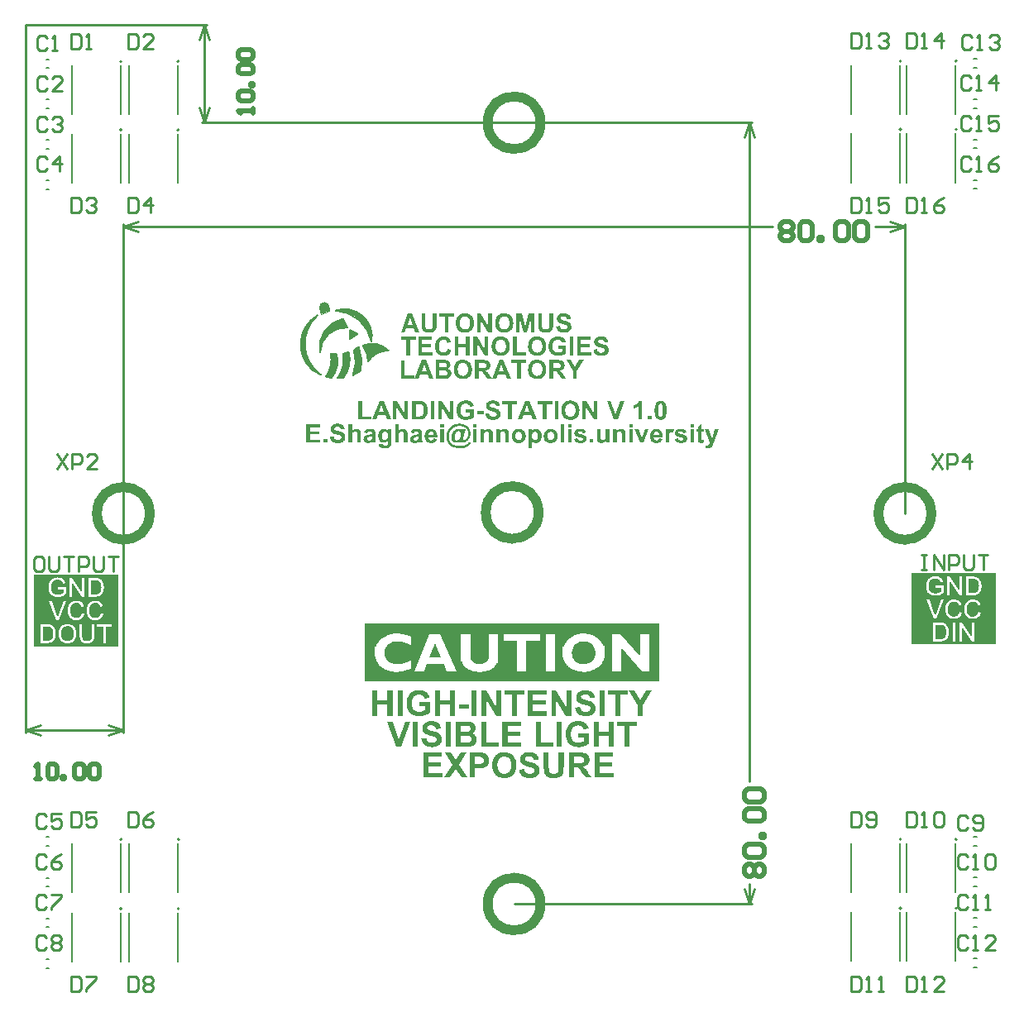
<source format=gto>
G04*
G04 #@! TF.GenerationSoftware,Altium Limited,Altium Designer,21.0.9 (235)*
G04*
G04 Layer_Color=65535*
%FSLAX44Y44*%
%MOMM*%
G71*
G04*
G04 #@! TF.SameCoordinates,CD1E4018-1162-47FE-B72E-61F81A971E37*
G04*
G04*
G04 #@! TF.FilePolarity,Positive*
G04*
G01*
G75*
%ADD10C,1.0000*%
%ADD11C,0.1270*%
%ADD12C,0.0100*%
%ADD13C,0.2000*%
%ADD14C,0.2540*%
%ADD15C,0.5000*%
G36*
X308582Y715431D02*
X310094Y713980D01*
X310916Y712053D01*
Y711005D01*
X310916Y711003D01*
Y711004D01*
X310915Y710902D01*
X310876Y707071D01*
X310876Y707063D01*
X310871Y707047D01*
X310861Y707033D01*
X310848Y707023D01*
X310840Y707020D01*
X310840D01*
X302007Y704057D01*
X301996Y704053D01*
X301973Y704056D01*
X301952Y704068D01*
X301939Y704087D01*
X301937Y704098D01*
X300743Y710536D01*
X300732Y710533D01*
X300708Y710537D01*
X300688Y710551D01*
X300676Y710572D01*
X300675Y710584D01*
X300589Y711628D01*
X301249Y713616D01*
X302637Y715187D01*
X304529Y716087D01*
X306623Y716173D01*
X308582Y715431D01*
D02*
G37*
G36*
X310916Y710992D02*
X310916Y710966D01*
X310916Y710941D01*
X310915Y710915D01*
X310915Y710902D01*
Y710902D01*
X310916Y711003D01*
Y710992D01*
D02*
G37*
G36*
X329308Y709152D02*
X334134Y708191D01*
X338722Y706414D01*
X342936Y703872D01*
X346647Y700642D01*
X349747Y696820D01*
X352141Y692521D01*
X353759Y687874D01*
X354551Y683018D01*
X354495Y678098D01*
X354043Y675679D01*
X353563Y677818D01*
X352253Y681999D01*
X350492Y686011D01*
X348300Y689804D01*
X345704Y693334D01*
X342735Y696556D01*
X339430Y699433D01*
X335828Y701928D01*
X331974Y704011D01*
X327914Y705658D01*
X323697Y706849D01*
X319375Y707568D01*
X317191Y707748D01*
X317191Y707748D01*
X317191Y707748D01*
X317191D01*
X319524Y708530D01*
X324389Y709266D01*
X329308Y709152D01*
D02*
G37*
G36*
X325175Y698032D02*
X326076Y695688D01*
X327245Y693466D01*
X328665Y691396D01*
X329463Y690426D01*
X329463D01*
X329463D01*
D01*
X327697Y690470D01*
X324177Y690205D01*
X320722Y689478D01*
X317394Y688300D01*
X314251Y686693D01*
X311348Y684684D01*
X308736Y682309D01*
X306460Y679609D01*
X304562Y676633D01*
X303074Y673431D01*
X302022Y670061D01*
X301424Y666582D01*
X301300Y664820D01*
X301300Y664820D01*
X301300D01*
Y664820D01*
X300958Y666718D01*
X300771Y670570D01*
X301083Y674414D01*
X301890Y678185D01*
X303177Y681821D01*
X304924Y685259D01*
X307100Y688443D01*
X309670Y691319D01*
X312590Y693838D01*
X315811Y695959D01*
X319279Y697645D01*
X322937Y698869D01*
X324829Y699239D01*
X324829Y699239D01*
X325175Y698032D01*
D02*
G37*
G36*
X332111Y687876D02*
X332972Y687214D01*
X334789Y686024D01*
X336716Y685025D01*
X338735Y684225D01*
X339772Y683903D01*
X332111Y678315D01*
Y687876D01*
X332111Y687876D01*
X332111D01*
Y687876D01*
D02*
G37*
G36*
X340844Y670480D02*
X341996Y667533D01*
X343436Y661371D01*
X343979Y655066D01*
X343616Y648749D01*
X342985Y645649D01*
X342038Y645014D01*
X340080Y643846D01*
X338062Y642784D01*
X335991Y641831D01*
X334932Y641409D01*
X335554Y642945D01*
X336583Y646095D01*
X337316Y649326D01*
X337748Y652611D01*
X337874Y655922D01*
X337694Y659230D01*
X337209Y662508D01*
X336423Y665726D01*
X335919Y667305D01*
X335919Y667305D01*
X335919Y667305D01*
D01*
X336562Y667658D01*
X337826Y668401D01*
X339058Y669196D01*
X340257Y670040D01*
X340844Y670480D01*
Y670480D01*
D02*
G37*
G36*
X312131Y663658D02*
D01*
Y663658D01*
Y663658D01*
D02*
G37*
G36*
X357379Y673797D02*
X360898Y673111D01*
X364271Y671892D01*
X367415Y670169D01*
X370257Y667982D01*
X371493Y666683D01*
X369937Y666682D01*
X366842Y666374D01*
X363813Y665664D01*
X360904Y664562D01*
X358164Y663089D01*
X355640Y661270D01*
X353377Y659136D01*
X351413Y656724D01*
X350554Y655427D01*
X350554D01*
X350426Y657612D01*
X349686Y661923D01*
X348315Y666077D01*
X346343Y669982D01*
X345146Y671814D01*
Y671814D01*
X346779Y672554D01*
X350234Y673515D01*
X353795Y673932D01*
X357379Y673797D01*
D02*
G37*
G36*
X296865Y700917D02*
X293098Y696413D01*
X290048Y691394D01*
X287786Y685976D01*
X286361Y680279D01*
X285807Y674433D01*
X286135Y668570D01*
X287338Y662823D01*
X289390Y657321D01*
X292243Y652188D01*
X295833Y647542D01*
X300079Y643486D01*
X302419Y641709D01*
X301276Y642188D01*
X299048Y643277D01*
X296886Y644492D01*
X294799Y645830D01*
X293795Y646558D01*
X291665Y648339D01*
X288030Y652539D01*
X285116Y657267D01*
X282998Y662401D01*
X281731Y667809D01*
X281348Y673349D01*
X281857Y678880D01*
X283247Y684257D01*
X285481Y689341D01*
X288502Y694002D01*
X292231Y698118D01*
X296572Y701582D01*
X298992Y702944D01*
X298992D01*
X296865Y700917D01*
D02*
G37*
G36*
X312896Y663521D02*
X314435Y663298D01*
X315982Y663141D01*
X317535Y663051D01*
X318312Y663030D01*
X318752Y661476D01*
X319247Y658284D01*
X319351Y655056D01*
X319063Y651838D01*
X318386Y648680D01*
X317332Y645626D01*
X315915Y642723D01*
X314157Y640014D01*
X313120Y638776D01*
Y638775D01*
X312373Y638879D01*
X310887Y639139D01*
X309412Y639451D01*
X307948Y639815D01*
X307223Y640022D01*
Y640022D01*
X308136Y641287D01*
X309742Y643961D01*
X311039Y646798D01*
X312010Y649762D01*
X312644Y652816D01*
X312933Y655922D01*
X312873Y659041D01*
X312464Y662133D01*
X312131Y663658D01*
X312896Y663521D01*
D02*
G37*
G36*
X330944Y665106D02*
X330944D01*
X331310Y663417D01*
X331684Y659981D01*
X331697Y656524D01*
X331348Y653085D01*
X330642Y649701D01*
X329585Y646410D01*
X328189Y643248D01*
X326470Y640249D01*
X325458Y638847D01*
X324680Y638730D01*
X323114Y638552D01*
X321544Y638431D01*
X319970Y638369D01*
X319182Y638366D01*
X320146Y639720D01*
X321852Y642570D01*
X323249Y645584D01*
X324321Y648728D01*
X325056Y651968D01*
X325446Y655267D01*
X325486Y658589D01*
X325177Y661897D01*
X324892Y663534D01*
X325662Y663672D01*
X327192Y664000D01*
X328707Y664394D01*
X330203Y664853D01*
X330944Y665106D01*
X330944Y665106D01*
D02*
G37*
G36*
X993167Y415774D02*
Y392054D01*
Y366000D01*
X906833D01*
Y392054D01*
Y415774D01*
Y438652D01*
X993167D01*
Y415774D01*
D02*
G37*
G36*
X573640Y318963D02*
X574048Y318926D01*
X574529Y318889D01*
X575010Y318815D01*
X575566Y318741D01*
X576751Y318482D01*
X577344Y318296D01*
X577936Y318111D01*
X578529Y317852D01*
X579084Y317556D01*
X579603Y317222D01*
X580084Y316852D01*
X580121Y316815D01*
X580195Y316741D01*
X580306Y316630D01*
X580454Y316482D01*
X580640Y316260D01*
X580862Y316000D01*
X581084Y315704D01*
X581343Y315371D01*
X581565Y314963D01*
X581788Y314556D01*
X582010Y314075D01*
X582195Y313556D01*
X582380Y313038D01*
X582528Y312445D01*
X582639Y311853D01*
X582676Y311186D01*
X577492Y311001D01*
Y311038D01*
Y311075D01*
X577418Y311334D01*
X577344Y311667D01*
X577196Y312075D01*
X577010Y312556D01*
X576751Y313001D01*
X576418Y313445D01*
X576048Y313815D01*
X576010Y313852D01*
X575862Y313964D01*
X575603Y314112D01*
X575233Y314260D01*
X574788Y314408D01*
X574233Y314556D01*
X573566Y314667D01*
X572789Y314704D01*
X572418D01*
X572011Y314667D01*
X571529Y314593D01*
X570974Y314482D01*
X570381Y314297D01*
X569826Y314075D01*
X569307Y313741D01*
X569270Y313704D01*
X569196Y313630D01*
X569048Y313519D01*
X568900Y313334D01*
X568752Y313112D01*
X568604Y312815D01*
X568530Y312519D01*
X568493Y312149D01*
Y312112D01*
Y312001D01*
X568530Y311816D01*
X568604Y311630D01*
X568678Y311371D01*
X568789Y311112D01*
X568974Y310853D01*
X569233Y310593D01*
X569270Y310557D01*
X569456Y310445D01*
X569567Y310371D01*
X569752Y310297D01*
X569937Y310186D01*
X570196Y310075D01*
X570493Y309964D01*
X570826Y309816D01*
X571233Y309668D01*
X571641Y309520D01*
X572159Y309371D01*
X572715Y309223D01*
X573307Y309075D01*
X573974Y308890D01*
X574011D01*
X574159Y308853D01*
X574344Y308816D01*
X574603Y308742D01*
X574899Y308668D01*
X575270Y308557D01*
X575677Y308446D01*
X576085Y308335D01*
X576973Y308038D01*
X577899Y307742D01*
X578788Y307409D01*
X579158Y307223D01*
X579529Y307038D01*
X579566D01*
X579603Y307001D01*
X579825Y306853D01*
X580158Y306631D01*
X580565Y306335D01*
X581010Y305964D01*
X581491Y305520D01*
X581973Y305002D01*
X582380Y304409D01*
X582417Y304335D01*
X582528Y304113D01*
X582713Y303779D01*
X582899Y303298D01*
X583084Y302705D01*
X583269Y302002D01*
X583380Y301224D01*
X583417Y300335D01*
Y300298D01*
Y300224D01*
Y300113D01*
Y299965D01*
X583380Y299780D01*
X583343Y299521D01*
X583269Y299002D01*
X583121Y298335D01*
X582899Y297632D01*
X582565Y296928D01*
X582158Y296188D01*
Y296151D01*
X582084Y296113D01*
X581936Y295891D01*
X581640Y295521D01*
X581269Y295114D01*
X580788Y294632D01*
X580158Y294188D01*
X579492Y293743D01*
X578677Y293336D01*
X578640D01*
X578566Y293299D01*
X578455Y293262D01*
X578270Y293188D01*
X578047Y293114D01*
X577788Y293040D01*
X577492Y292966D01*
X577159Y292892D01*
X576751Y292780D01*
X576344Y292707D01*
X575381Y292558D01*
X574307Y292447D01*
X573122Y292410D01*
X572640D01*
X572307Y292447D01*
X571900Y292484D01*
X571455Y292521D01*
X570937Y292595D01*
X570381Y292707D01*
X569159Y292966D01*
X568530Y293151D01*
X567937Y293336D01*
X567308Y293595D01*
X566715Y293892D01*
X566160Y294225D01*
X565641Y294632D01*
X565604Y294669D01*
X565530Y294743D01*
X565382Y294854D01*
X565234Y295040D01*
X565012Y295299D01*
X564789Y295595D01*
X564530Y295928D01*
X564271Y296299D01*
X564012Y296743D01*
X563752Y297225D01*
X563493Y297780D01*
X563234Y298373D01*
X563049Y299002D01*
X562827Y299706D01*
X562678Y300446D01*
X562567Y301224D01*
X567604Y301705D01*
Y301668D01*
X567641Y301594D01*
Y301446D01*
X567678Y301298D01*
X567826Y300854D01*
X568011Y300298D01*
X568233Y299669D01*
X568567Y299039D01*
X568937Y298484D01*
X569418Y297965D01*
X569493Y297928D01*
X569678Y297780D01*
X569974Y297595D01*
X570418Y297373D01*
X570974Y297150D01*
X571604Y296965D01*
X572344Y296817D01*
X573196Y296780D01*
X573603D01*
X574048Y296854D01*
X574603Y296928D01*
X575196Y297039D01*
X575825Y297225D01*
X576418Y297484D01*
X576936Y297817D01*
X577010Y297854D01*
X577159Y298002D01*
X577344Y298224D01*
X577603Y298521D01*
X577825Y298891D01*
X578047Y299335D01*
X578195Y299780D01*
X578232Y300298D01*
Y300335D01*
Y300446D01*
X578195Y300632D01*
X578158Y300854D01*
X578084Y301076D01*
X578010Y301335D01*
X577862Y301594D01*
X577677Y301854D01*
X577640Y301891D01*
X577566Y301965D01*
X577455Y302076D01*
X577270Y302224D01*
X577010Y302409D01*
X576677Y302594D01*
X576307Y302780D01*
X575825Y302965D01*
X575788D01*
X575640Y303039D01*
X575381Y303113D01*
X575196Y303187D01*
X574973Y303224D01*
X574714Y303298D01*
X574418Y303409D01*
X574085Y303483D01*
X573714Y303594D01*
X573270Y303705D01*
X572789Y303816D01*
X572270Y303965D01*
X571678Y304113D01*
X571641D01*
X571492Y304150D01*
X571270Y304224D01*
X571011Y304298D01*
X570678Y304409D01*
X570270Y304520D01*
X569863Y304668D01*
X569381Y304816D01*
X568419Y305187D01*
X567493Y305631D01*
X567011Y305853D01*
X566604Y306112D01*
X566197Y306372D01*
X565863Y306631D01*
X565826Y306668D01*
X565752Y306742D01*
X565641Y306853D01*
X565493Y307001D01*
X565308Y307223D01*
X565123Y307483D01*
X564901Y307742D01*
X564715Y308075D01*
X564271Y308853D01*
X563901Y309742D01*
X563752Y310223D01*
X563641Y310705D01*
X563567Y311260D01*
X563530Y311816D01*
Y311853D01*
Y311890D01*
Y312001D01*
Y312149D01*
X563604Y312519D01*
X563678Y313001D01*
X563789Y313556D01*
X563975Y314186D01*
X564234Y314852D01*
X564604Y315482D01*
Y315519D01*
X564641Y315556D01*
X564826Y315778D01*
X565049Y316074D01*
X565419Y316445D01*
X565863Y316852D01*
X566419Y317297D01*
X567048Y317704D01*
X567789Y318074D01*
X567826D01*
X567900Y318111D01*
X568011Y318148D01*
X568159Y318222D01*
X568382Y318296D01*
X568604Y318370D01*
X568900Y318444D01*
X569233Y318556D01*
X569974Y318704D01*
X570826Y318852D01*
X571789Y318963D01*
X572863Y319000D01*
X573307D01*
X573640Y318963D01*
D02*
G37*
G36*
X403436Y318963D02*
X403843Y318926D01*
X404324Y318889D01*
X404843Y318852D01*
X405398Y318741D01*
X406584Y318519D01*
X407806Y318148D01*
X408435Y317926D01*
X409028Y317667D01*
X409583Y317371D01*
X410102Y317000D01*
X410139Y316963D01*
X410213Y316926D01*
X410361Y316778D01*
X410546Y316630D01*
X410768Y316445D01*
X410990Y316185D01*
X411250Y315889D01*
X411546Y315556D01*
X411842Y315186D01*
X412138Y314778D01*
X412435Y314334D01*
X412694Y313815D01*
X412990Y313297D01*
X413213Y312741D01*
X413435Y312112D01*
X413583Y311482D01*
X408435Y310519D01*
Y310557D01*
X408398Y310593D01*
X408324Y310816D01*
X408176Y311149D01*
X407954Y311593D01*
X407695Y312075D01*
X407324Y312556D01*
X406880Y313038D01*
X406361Y313482D01*
X406287Y313519D01*
X406102Y313667D01*
X405769Y313852D01*
X405361Y314038D01*
X404806Y314260D01*
X404176Y314408D01*
X403473Y314556D01*
X402658Y314593D01*
X402325D01*
X402103Y314556D01*
X401806Y314519D01*
X401473Y314482D01*
X401103Y314408D01*
X400695Y314334D01*
X399843Y314075D01*
X399399Y313889D01*
X398955Y313667D01*
X398510Y313408D01*
X398066Y313149D01*
X397659Y312778D01*
X397251Y312408D01*
X397214Y312371D01*
X397177Y312297D01*
X397066Y312186D01*
X396955Y312001D01*
X396807Y311779D01*
X396622Y311519D01*
X396436Y311186D01*
X396288Y310816D01*
X396103Y310371D01*
X395918Y309890D01*
X395733Y309371D01*
X395585Y308816D01*
X395474Y308186D01*
X395363Y307483D01*
X395325Y306779D01*
X395288Y306001D01*
Y305964D01*
Y305816D01*
Y305557D01*
X395325Y305261D01*
X395363Y304853D01*
X395400Y304446D01*
X395474Y303927D01*
X395548Y303409D01*
X395770Y302298D01*
X396140Y301150D01*
X396362Y300595D01*
X396622Y300076D01*
X396955Y299558D01*
X397288Y299113D01*
X397325Y299076D01*
X397399Y299002D01*
X397510Y298891D01*
X397659Y298743D01*
X397881Y298595D01*
X398103Y298372D01*
X398399Y298187D01*
X398732Y297965D01*
X399103Y297743D01*
X399473Y297558D01*
X400399Y297188D01*
X400918Y297039D01*
X401436Y296928D01*
X402029Y296854D01*
X402621Y296817D01*
X402917D01*
X403214Y296854D01*
X403658Y296891D01*
X404139Y296965D01*
X404695Y297076D01*
X405287Y297225D01*
X405880Y297447D01*
X405917D01*
X405954Y297484D01*
X406139Y297558D01*
X406472Y297706D01*
X406843Y297891D01*
X407287Y298113D01*
X407769Y298372D01*
X408250Y298669D01*
X408694Y299002D01*
Y302298D01*
X402769D01*
Y306631D01*
X413916D01*
Y296336D01*
X413842Y296262D01*
X413731Y296188D01*
X413620Y296077D01*
X413435Y295928D01*
X413250Y295780D01*
X412731Y295410D01*
X412027Y295002D01*
X411213Y294521D01*
X410287Y294040D01*
X409176Y293595D01*
X409139D01*
X409028Y293558D01*
X408880Y293484D01*
X408657Y293410D01*
X408361Y293336D01*
X408028Y293225D01*
X407658Y293114D01*
X407250Y293003D01*
X406324Y292780D01*
X405250Y292595D01*
X404139Y292447D01*
X402954Y292410D01*
X402547D01*
X402288Y292447D01*
X401917D01*
X401510Y292484D01*
X401066Y292558D01*
X400547Y292632D01*
X399473Y292818D01*
X398288Y293114D01*
X397066Y293521D01*
X396511Y293780D01*
X395918Y294077D01*
X395881Y294114D01*
X395807Y294151D01*
X395622Y294262D01*
X395437Y294410D01*
X395177Y294558D01*
X394918Y294780D01*
X394585Y295040D01*
X394252Y295336D01*
X393511Y296002D01*
X392770Y296854D01*
X392066Y297817D01*
X391437Y298928D01*
Y298965D01*
X391363Y299076D01*
X391289Y299261D01*
X391215Y299484D01*
X391104Y299780D01*
X390956Y300113D01*
X390844Y300520D01*
X390696Y300965D01*
X390548Y301446D01*
X390437Y302002D01*
X390178Y303150D01*
X390030Y304409D01*
X389956Y305779D01*
Y305816D01*
Y305964D01*
Y306187D01*
X389993Y306446D01*
Y306816D01*
X390030Y307223D01*
X390104Y307668D01*
X390178Y308186D01*
X390363Y309260D01*
X390659Y310482D01*
X391067Y311705D01*
X391326Y312297D01*
X391622Y312889D01*
X391659Y312927D01*
X391696Y313038D01*
X391807Y313186D01*
X391918Y313408D01*
X392104Y313667D01*
X392326Y313964D01*
X392585Y314297D01*
X392844Y314667D01*
X393177Y315037D01*
X393548Y315445D01*
X393955Y315852D01*
X394400Y316260D01*
X394881Y316630D01*
X395363Y317037D01*
X396511Y317704D01*
X396548D01*
X396622Y317778D01*
X396770Y317815D01*
X396955Y317926D01*
X397214Y318000D01*
X397473Y318111D01*
X397844Y318222D01*
X398214Y318370D01*
X398621Y318482D01*
X399103Y318593D01*
X399621Y318704D01*
X400140Y318815D01*
X401325Y318963D01*
X402658Y319000D01*
X403102D01*
X403436Y318963D01*
D02*
G37*
G36*
X439210Y292892D02*
X434025D01*
Y304113D01*
X423915D01*
Y292892D01*
X418730D01*
Y318519D01*
X423915D01*
Y308446D01*
X434025D01*
Y318519D01*
X439210D01*
Y292892D01*
D02*
G37*
G36*
X375550Y292892D02*
X370365D01*
Y304113D01*
X360255D01*
Y292892D01*
X355070D01*
Y318519D01*
X360255D01*
Y308445D01*
X370365D01*
Y318519D01*
X375550D01*
Y292892D01*
D02*
G37*
G36*
X631560Y303631D02*
Y292892D01*
X626376D01*
Y303668D01*
X617006Y318519D01*
X623043D01*
X629079Y308372D01*
X634967Y318519D01*
X640930D01*
X631560Y303631D01*
D02*
G37*
G36*
X558457Y292892D02*
X553272D01*
X542866Y309779D01*
Y292892D01*
X538088D01*
Y318519D01*
X543088D01*
X553679Y301261D01*
Y318519D01*
X558457D01*
Y292892D01*
D02*
G37*
G36*
X486834Y292892D02*
X481650D01*
X471244Y309779D01*
Y292892D01*
X466466D01*
Y318519D01*
X471466D01*
X482057Y301261D01*
Y318519D01*
X486834D01*
Y292892D01*
D02*
G37*
G36*
X453616Y299743D02*
X443950D01*
Y304668D01*
X453616D01*
Y299743D01*
D02*
G37*
G36*
X616303Y314186D02*
X608748D01*
Y292892D01*
X603563D01*
Y314186D01*
X595971D01*
Y318519D01*
X616303D01*
Y314186D01*
D02*
G37*
G36*
X592823Y292892D02*
X587639D01*
Y318519D01*
X592823D01*
Y292892D01*
D02*
G37*
G36*
X533200Y314186D02*
X519387D01*
Y308520D01*
X532237D01*
Y304187D01*
X519387D01*
Y297225D01*
X533681D01*
Y292892D01*
X514202D01*
Y318519D01*
X533200D01*
Y314186D01*
D02*
G37*
G36*
X510832D02*
X503277D01*
Y292892D01*
X498093D01*
Y314186D01*
X490501D01*
Y318519D01*
X510832D01*
Y314186D01*
D02*
G37*
G36*
X461504Y292892D02*
X456319D01*
Y318519D01*
X461504D01*
Y292892D01*
D02*
G37*
G36*
X385919Y292892D02*
X380734D01*
Y318519D01*
X385919D01*
Y292892D01*
D02*
G37*
G36*
X416194Y287248D02*
X416601Y287211D01*
X417082Y287174D01*
X417564Y287100D01*
X418119Y287026D01*
X419304Y286766D01*
X419897Y286581D01*
X420490Y286396D01*
X421082Y286137D01*
X421637Y285840D01*
X422156Y285507D01*
X422637Y285137D01*
X422674Y285100D01*
X422748Y285026D01*
X422860Y284915D01*
X423008Y284767D01*
X423193Y284544D01*
X423415Y284285D01*
X423637Y283989D01*
X423897Y283655D01*
X424119Y283248D01*
X424341Y282841D01*
X424563Y282359D01*
X424748Y281841D01*
X424934Y281322D01*
X425082Y280730D01*
X425193Y280137D01*
X425230Y279471D01*
X420045Y279286D01*
Y279323D01*
Y279360D01*
X419971Y279619D01*
X419897Y279952D01*
X419749Y280360D01*
X419564Y280841D01*
X419304Y281285D01*
X418971Y281730D01*
X418601Y282100D01*
X418564Y282137D01*
X418416Y282248D01*
X418156Y282396D01*
X417786Y282544D01*
X417342Y282693D01*
X416786Y282841D01*
X416120Y282952D01*
X415342Y282989D01*
X414972D01*
X414564Y282952D01*
X414083Y282878D01*
X413527Y282767D01*
X412935Y282582D01*
X412379Y282359D01*
X411861Y282026D01*
X411824Y281989D01*
X411750Y281915D01*
X411601Y281804D01*
X411453Y281619D01*
X411305Y281397D01*
X411157Y281100D01*
X411083Y280804D01*
X411046Y280434D01*
Y280397D01*
Y280285D01*
X411083Y280100D01*
X411157Y279915D01*
X411231Y279656D01*
X411342Y279397D01*
X411527Y279137D01*
X411787Y278878D01*
X411824Y278841D01*
X412009Y278730D01*
X412120Y278656D01*
X412305Y278582D01*
X412490Y278471D01*
X412750Y278360D01*
X413046Y278249D01*
X413379Y278101D01*
X413787Y277952D01*
X414194Y277804D01*
X414712Y277656D01*
X415268Y277508D01*
X415860Y277360D01*
X416527Y277175D01*
X416564D01*
X416712Y277138D01*
X416897Y277101D01*
X417156Y277027D01*
X417453Y276952D01*
X417823Y276841D01*
X418231Y276730D01*
X418638Y276619D01*
X419527Y276323D01*
X420452Y276027D01*
X421341Y275693D01*
X421712Y275508D01*
X422082Y275323D01*
X422119D01*
X422156Y275286D01*
X422378Y275138D01*
X422711Y274916D01*
X423119Y274619D01*
X423563Y274249D01*
X424045Y273805D01*
X424526Y273286D01*
X424934Y272694D01*
X424971Y272620D01*
X425082Y272397D01*
X425267Y272064D01*
X425452Y271583D01*
X425637Y270990D01*
X425822Y270287D01*
X425933Y269509D01*
X425970Y268620D01*
Y268583D01*
Y268509D01*
Y268398D01*
Y268250D01*
X425933Y268065D01*
X425896Y267805D01*
X425822Y267287D01*
X425674Y266620D01*
X425452Y265917D01*
X425119Y265213D01*
X424711Y264472D01*
Y264435D01*
X424637Y264398D01*
X424489Y264176D01*
X424193Y263806D01*
X423823Y263398D01*
X423341Y262917D01*
X422711Y262473D01*
X422045Y262028D01*
X421230Y261621D01*
X421193D01*
X421119Y261584D01*
X421008Y261547D01*
X420823Y261473D01*
X420601Y261399D01*
X420341Y261325D01*
X420045Y261250D01*
X419712Y261176D01*
X419304Y261065D01*
X418897Y260991D01*
X417934Y260843D01*
X416860Y260732D01*
X415675Y260695D01*
X415194D01*
X414860Y260732D01*
X414453Y260769D01*
X414009Y260806D01*
X413490Y260880D01*
X412935Y260991D01*
X411713Y261250D01*
X411083Y261436D01*
X410490Y261621D01*
X409861Y261880D01*
X409268Y262176D01*
X408713Y262510D01*
X408195Y262917D01*
X408158Y262954D01*
X408083Y263028D01*
X407935Y263139D01*
X407787Y263324D01*
X407565Y263584D01*
X407343Y263880D01*
X407084Y264213D01*
X406824Y264583D01*
X406565Y265028D01*
X406306Y265509D01*
X406047Y266065D01*
X405787Y266657D01*
X405602Y267287D01*
X405380Y267990D01*
X405232Y268731D01*
X405121Y269509D01*
X410157Y269990D01*
Y269953D01*
X410194Y269879D01*
Y269731D01*
X410231Y269583D01*
X410379Y269139D01*
X410565Y268583D01*
X410787Y267953D01*
X411120Y267324D01*
X411490Y266768D01*
X411972Y266250D01*
X412046Y266213D01*
X412231Y266065D01*
X412527Y265880D01*
X412972Y265657D01*
X413527Y265435D01*
X414157Y265250D01*
X414897Y265102D01*
X415749Y265065D01*
X416157D01*
X416601Y265139D01*
X417156Y265213D01*
X417749Y265324D01*
X418379Y265509D01*
X418971Y265769D01*
X419490Y266102D01*
X419564Y266139D01*
X419712Y266287D01*
X419897Y266509D01*
X420156Y266805D01*
X420378Y267176D01*
X420601Y267620D01*
X420749Y268065D01*
X420786Y268583D01*
Y268620D01*
Y268731D01*
X420749Y268916D01*
X420712Y269139D01*
X420638Y269361D01*
X420564Y269620D01*
X420415Y269879D01*
X420230Y270138D01*
X420193Y270175D01*
X420119Y270250D01*
X420008Y270361D01*
X419823Y270509D01*
X419564Y270694D01*
X419230Y270879D01*
X418860Y271064D01*
X418379Y271249D01*
X418342D01*
X418193Y271324D01*
X417934Y271398D01*
X417749Y271472D01*
X417527Y271509D01*
X417268Y271583D01*
X416971Y271694D01*
X416638Y271768D01*
X416268Y271879D01*
X415823Y271990D01*
X415342Y272101D01*
X414823Y272249D01*
X414231Y272397D01*
X414194D01*
X414046Y272435D01*
X413824Y272509D01*
X413564Y272583D01*
X413231Y272694D01*
X412824Y272805D01*
X412416Y272953D01*
X411935Y273101D01*
X410972Y273471D01*
X410046Y273916D01*
X409565Y274138D01*
X409157Y274397D01*
X408750Y274657D01*
X408417Y274916D01*
X408380Y274953D01*
X408306Y275027D01*
X408195Y275138D01*
X408046Y275286D01*
X407861Y275508D01*
X407676Y275767D01*
X407454Y276027D01*
X407269Y276360D01*
X406824Y277138D01*
X406454Y278027D01*
X406306Y278508D01*
X406195Y278989D01*
X406121Y279545D01*
X406084Y280100D01*
Y280137D01*
Y280174D01*
Y280285D01*
Y280434D01*
X406158Y280804D01*
X406232Y281285D01*
X406343Y281841D01*
X406528Y282470D01*
X406787Y283137D01*
X407158Y283767D01*
Y283804D01*
X407195Y283841D01*
X407380Y284063D01*
X407602Y284359D01*
X407972Y284729D01*
X408417Y285137D01*
X408972Y285581D01*
X409602Y285989D01*
X410342Y286359D01*
X410379D01*
X410453Y286396D01*
X410565Y286433D01*
X410713Y286507D01*
X410935Y286581D01*
X411157Y286655D01*
X411453Y286729D01*
X411787Y286840D01*
X412527Y286989D01*
X413379Y287137D01*
X414342Y287248D01*
X415416Y287285D01*
X415860D01*
X416194Y287248D01*
D02*
G37*
G36*
X566326Y287248D02*
X566734Y287211D01*
X567215Y287174D01*
X567733Y287137D01*
X568289Y287026D01*
X569474Y286803D01*
X570696Y286433D01*
X571326Y286211D01*
X571918Y285952D01*
X572474Y285655D01*
X572992Y285285D01*
X573029Y285248D01*
X573103Y285211D01*
X573251Y285063D01*
X573437Y284915D01*
X573659Y284729D01*
X573881Y284470D01*
X574140Y284174D01*
X574436Y283841D01*
X574733Y283470D01*
X575029Y283063D01*
X575325Y282619D01*
X575584Y282100D01*
X575881Y281582D01*
X576103Y281026D01*
X576325Y280397D01*
X576473Y279767D01*
X571326Y278804D01*
Y278841D01*
X571289Y278878D01*
X571215Y279100D01*
X571067Y279434D01*
X570844Y279878D01*
X570585Y280360D01*
X570215Y280841D01*
X569770Y281322D01*
X569252Y281767D01*
X569178Y281804D01*
X568993Y281952D01*
X568659Y282137D01*
X568252Y282322D01*
X567696Y282545D01*
X567067Y282693D01*
X566363Y282841D01*
X565549Y282878D01*
X565215D01*
X564993Y282841D01*
X564697Y282804D01*
X564364Y282767D01*
X563993Y282693D01*
X563586Y282619D01*
X562734Y282359D01*
X562290Y282174D01*
X561845Y281952D01*
X561401Y281693D01*
X560956Y281434D01*
X560549Y281063D01*
X560142Y280693D01*
X560105Y280656D01*
X560068Y280582D01*
X559957Y280471D01*
X559845Y280285D01*
X559697Y280063D01*
X559512Y279804D01*
X559327Y279471D01*
X559179Y279100D01*
X558994Y278656D01*
X558809Y278175D01*
X558623Y277656D01*
X558475Y277101D01*
X558364Y276471D01*
X558253Y275767D01*
X558216Y275064D01*
X558179Y274286D01*
Y274249D01*
Y274101D01*
Y273842D01*
X558216Y273545D01*
X558253Y273138D01*
X558290Y272731D01*
X558364Y272212D01*
X558438Y271694D01*
X558660Y270583D01*
X559031Y269435D01*
X559253Y268879D01*
X559512Y268361D01*
X559845Y267842D01*
X560179Y267398D01*
X560216Y267361D01*
X560290Y267287D01*
X560401Y267176D01*
X560549Y267028D01*
X560771Y266880D01*
X560993Y266657D01*
X561290Y266472D01*
X561623Y266250D01*
X561993Y266028D01*
X562364Y265843D01*
X563289Y265472D01*
X563808Y265324D01*
X564327Y265213D01*
X564919Y265139D01*
X565512Y265102D01*
X565808D01*
X566104Y265139D01*
X566548Y265176D01*
X567030Y265250D01*
X567585Y265361D01*
X568178Y265509D01*
X568770Y265732D01*
X568807D01*
X568844Y265769D01*
X569030Y265843D01*
X569363Y265991D01*
X569733Y266176D01*
X570178Y266398D01*
X570659Y266657D01*
X571141Y266954D01*
X571585Y267287D01*
Y270583D01*
X565660D01*
Y274916D01*
X576807D01*
Y264620D01*
X576733Y264546D01*
X576622Y264472D01*
X576510Y264361D01*
X576325Y264213D01*
X576140Y264065D01*
X575622Y263695D01*
X574918Y263287D01*
X574103Y262806D01*
X573177Y262324D01*
X572066Y261880D01*
X572029D01*
X571918Y261843D01*
X571770Y261769D01*
X571548Y261695D01*
X571252Y261621D01*
X570918Y261510D01*
X570548Y261399D01*
X570141Y261287D01*
X569215Y261065D01*
X568141Y260880D01*
X567030Y260732D01*
X565845Y260695D01*
X565438D01*
X565178Y260732D01*
X564808D01*
X564400Y260769D01*
X563956Y260843D01*
X563438Y260917D01*
X562364Y261102D01*
X561179Y261399D01*
X559957Y261806D01*
X559401Y262065D01*
X558809Y262362D01*
X558772Y262398D01*
X558697Y262435D01*
X558512Y262547D01*
X558327Y262695D01*
X558068Y262843D01*
X557809Y263065D01*
X557475Y263324D01*
X557142Y263621D01*
X556401Y264287D01*
X555661Y265139D01*
X554957Y266102D01*
X554328Y267213D01*
Y267250D01*
X554253Y267361D01*
X554179Y267546D01*
X554105Y267768D01*
X553994Y268065D01*
X553846Y268398D01*
X553735Y268805D01*
X553587Y269250D01*
X553439Y269731D01*
X553328Y270287D01*
X553068Y271435D01*
X552920Y272694D01*
X552846Y274064D01*
Y274101D01*
Y274249D01*
Y274471D01*
X552883Y274731D01*
Y275101D01*
X552920Y275508D01*
X552994Y275953D01*
X553068Y276471D01*
X553254Y277545D01*
X553550Y278767D01*
X553957Y279989D01*
X554216Y280582D01*
X554513Y281174D01*
X554550Y281211D01*
X554587Y281322D01*
X554698Y281471D01*
X554809Y281693D01*
X554994Y281952D01*
X555216Y282248D01*
X555476Y282582D01*
X555735Y282952D01*
X556068Y283322D01*
X556438Y283730D01*
X556846Y284137D01*
X557290Y284544D01*
X557772Y284915D01*
X558253Y285322D01*
X559401Y285989D01*
X559438D01*
X559512Y286063D01*
X559660Y286100D01*
X559845Y286211D01*
X560105Y286285D01*
X560364Y286396D01*
X560734Y286507D01*
X561105Y286655D01*
X561512Y286766D01*
X561993Y286877D01*
X562512Y286989D01*
X563030Y287100D01*
X564215Y287248D01*
X565549Y287285D01*
X565993D01*
X566326Y287248D01*
D02*
G37*
G36*
X602100Y261176D02*
X596916D01*
Y272397D01*
X586806D01*
Y261176D01*
X581621D01*
Y286803D01*
X586806D01*
Y276730D01*
X596916D01*
Y286803D01*
X602100D01*
Y261176D01*
D02*
G37*
G36*
X384790Y261176D02*
X379198D01*
X370013Y286803D01*
X375605D01*
X382123Y267842D01*
X388382Y286803D01*
X393900Y286803D01*
X384790Y261176D01*
D02*
G37*
G36*
X625987Y282470D02*
X618432D01*
Y261176D01*
X613247D01*
Y282470D01*
X605656D01*
Y286803D01*
X625987D01*
Y282470D01*
D02*
G37*
G36*
X548810Y261176D02*
X543625D01*
Y286803D01*
X548810D01*
Y261176D01*
D02*
G37*
G36*
X527219Y265509D02*
X540107Y265509D01*
Y261176D01*
X522034Y261176D01*
Y286618D01*
X527219D01*
Y265509D01*
D02*
G37*
G36*
X507073Y282470D02*
X493260D01*
Y276804D01*
X506110D01*
Y272472D01*
X493260D01*
Y265509D01*
X507555D01*
Y261176D01*
X488075D01*
Y286803D01*
X507073D01*
Y282470D01*
D02*
G37*
G36*
X471484Y265509D02*
X484372D01*
Y261176D01*
X466300D01*
Y286618D01*
X471484D01*
Y265509D01*
D02*
G37*
G36*
X452264Y286766D02*
X453005Y286729D01*
X453745Y286692D01*
X454449Y286618D01*
X455079Y286544D01*
X455153D01*
X455338Y286507D01*
X455597Y286433D01*
X455967Y286322D01*
X456375Y286174D01*
X456819Y285989D01*
X457300Y285766D01*
X457745Y285470D01*
X457782Y285433D01*
X457930Y285322D01*
X458152Y285137D01*
X458448Y284915D01*
X458745Y284581D01*
X459078Y284211D01*
X459411Y283804D01*
X459708Y283322D01*
X459745Y283248D01*
X459819Y283100D01*
X459967Y282804D01*
X460115Y282433D01*
X460263Y281989D01*
X460411Y281508D01*
X460485Y280915D01*
X460522Y280323D01*
Y280285D01*
Y280249D01*
Y280026D01*
X460485Y279693D01*
X460411Y279249D01*
X460263Y278730D01*
X460115Y278175D01*
X459856Y277619D01*
X459523Y277027D01*
X459486Y276952D01*
X459337Y276767D01*
X459115Y276508D01*
X458856Y276175D01*
X458486Y275842D01*
X458041Y275434D01*
X457523Y275101D01*
X456930Y274768D01*
X456967D01*
X457041Y274730D01*
X457152Y274694D01*
X457300Y274657D01*
X457745Y274471D01*
X458263Y274212D01*
X458819Y273916D01*
X459448Y273508D01*
X460004Y273027D01*
X460522Y272435D01*
X460559Y272360D01*
X460708Y272138D01*
X460930Y271805D01*
X461152Y271360D01*
X461374Y270768D01*
X461596Y270138D01*
X461744Y269398D01*
X461782Y268583D01*
Y268546D01*
Y268509D01*
Y268287D01*
X461744Y267953D01*
X461670Y267509D01*
X461596Y266991D01*
X461448Y266398D01*
X461226Y265805D01*
X460967Y265176D01*
X460930Y265102D01*
X460819Y264917D01*
X460634Y264620D01*
X460374Y264250D01*
X460078Y263806D01*
X459671Y263398D01*
X459263Y262954D01*
X458745Y262547D01*
X458671Y262510D01*
X458486Y262398D01*
X458189Y262213D01*
X457782Y262028D01*
X457263Y261806D01*
X456671Y261621D01*
X456004Y261436D01*
X455264Y261325D01*
X455116D01*
X454967Y261287D01*
X454597D01*
X454338Y261250D01*
X453634D01*
X453190Y261213D01*
X452079D01*
X451449Y261176D01*
X440339D01*
Y286803D01*
X451597D01*
X452264Y286766D01*
D02*
G37*
G36*
X435377Y261176D02*
X430192D01*
Y286803D01*
X435377D01*
Y261176D01*
D02*
G37*
G36*
X401529D02*
X396344D01*
Y286803D01*
X401529D01*
Y261176D01*
D02*
G37*
G36*
X516220Y255532D02*
X516628Y255495D01*
X517109Y255459D01*
X517591Y255384D01*
X518146Y255310D01*
X519331Y255051D01*
X519924Y254866D01*
X520516Y254681D01*
X521109Y254422D01*
X521664Y254125D01*
X522183Y253792D01*
X522664Y253422D01*
X522701Y253385D01*
X522775Y253311D01*
X522886Y253199D01*
X523034Y253051D01*
X523220Y252829D01*
X523442Y252570D01*
X523664Y252274D01*
X523923Y251940D01*
X524145Y251533D01*
X524368Y251126D01*
X524590Y250644D01*
X524775Y250126D01*
X524960Y249607D01*
X525108Y249015D01*
X525219Y248422D01*
X525256Y247756D01*
X520072Y247570D01*
Y247607D01*
Y247645D01*
X519998Y247904D01*
X519924Y248237D01*
X519776Y248644D01*
X519590Y249126D01*
X519331Y249570D01*
X518998Y250015D01*
X518628Y250385D01*
X518591Y250422D01*
X518442Y250533D01*
X518183Y250681D01*
X517813Y250829D01*
X517368Y250977D01*
X516813Y251126D01*
X516146Y251237D01*
X515369Y251274D01*
X514998D01*
X514591Y251237D01*
X514109Y251163D01*
X513554Y251052D01*
X512961Y250866D01*
X512406Y250644D01*
X511887Y250311D01*
X511850Y250274D01*
X511776Y250200D01*
X511628Y250089D01*
X511480Y249904D01*
X511332Y249681D01*
X511184Y249385D01*
X511110Y249089D01*
X511073Y248718D01*
Y248681D01*
Y248570D01*
X511110Y248385D01*
X511184Y248200D01*
X511258Y247941D01*
X511369Y247682D01*
X511554Y247422D01*
X511813Y247163D01*
X511850Y247126D01*
X512036Y247015D01*
X512147Y246941D01*
X512332Y246867D01*
X512517Y246756D01*
X512776Y246645D01*
X513073Y246534D01*
X513406Y246385D01*
X513813Y246237D01*
X514221Y246089D01*
X514739Y245941D01*
X515294Y245793D01*
X515887Y245645D01*
X516554Y245459D01*
X516591D01*
X516739Y245422D01*
X516924Y245385D01*
X517183Y245311D01*
X517480Y245237D01*
X517850Y245126D01*
X518257Y245015D01*
X518665Y244904D01*
X519553Y244608D01*
X520479Y244312D01*
X521368Y243978D01*
X521738Y243793D01*
X522109Y243608D01*
X522146D01*
X522183Y243571D01*
X522405Y243423D01*
X522738Y243200D01*
X523145Y242904D01*
X523590Y242534D01*
X524071Y242090D01*
X524553Y241571D01*
X524960Y240979D01*
X524997Y240904D01*
X525108Y240682D01*
X525294Y240349D01*
X525479Y239867D01*
X525664Y239275D01*
X525849Y238571D01*
X525960Y237794D01*
X525997Y236905D01*
Y236868D01*
Y236794D01*
Y236683D01*
Y236535D01*
X525960Y236349D01*
X525923Y236090D01*
X525849Y235572D01*
X525701Y234905D01*
X525479Y234201D01*
X525145Y233498D01*
X524738Y232757D01*
Y232720D01*
X524664Y232683D01*
X524516Y232461D01*
X524220Y232090D01*
X523849Y231683D01*
X523368Y231202D01*
X522738Y230757D01*
X522072Y230313D01*
X521257Y229906D01*
X521220D01*
X521146Y229869D01*
X521035Y229832D01*
X520849Y229757D01*
X520627Y229683D01*
X520368Y229609D01*
X520072Y229535D01*
X519739Y229461D01*
X519331Y229350D01*
X518924Y229276D01*
X517961Y229128D01*
X516887Y229017D01*
X515702Y228980D01*
X515220D01*
X514887Y229017D01*
X514480Y229054D01*
X514035Y229091D01*
X513517Y229165D01*
X512961Y229276D01*
X511739Y229535D01*
X511110Y229720D01*
X510517Y229906D01*
X509888Y230165D01*
X509295Y230461D01*
X508740Y230794D01*
X508221Y231202D01*
X508184Y231239D01*
X508110Y231313D01*
X507962Y231424D01*
X507814Y231609D01*
X507592Y231868D01*
X507369Y232165D01*
X507110Y232498D01*
X506851Y232868D01*
X506592Y233313D01*
X506333Y233794D01*
X506073Y234349D01*
X505814Y234942D01*
X505629Y235572D01*
X505407Y236275D01*
X505258Y237016D01*
X505147Y237794D01*
X510184Y238275D01*
Y238238D01*
X510221Y238164D01*
Y238016D01*
X510258Y237868D01*
X510406Y237423D01*
X510591Y236868D01*
X510813Y236238D01*
X511147Y235609D01*
X511517Y235053D01*
X511998Y234535D01*
X512073Y234498D01*
X512258Y234349D01*
X512554Y234164D01*
X512998Y233942D01*
X513554Y233720D01*
X514184Y233535D01*
X514924Y233387D01*
X515776Y233350D01*
X516183D01*
X516628Y233424D01*
X517183Y233498D01*
X517776Y233609D01*
X518405Y233794D01*
X518998Y234053D01*
X519516Y234387D01*
X519590Y234424D01*
X519739Y234572D01*
X519924Y234794D01*
X520183Y235090D01*
X520405Y235460D01*
X520627Y235905D01*
X520775Y236349D01*
X520812Y236868D01*
Y236905D01*
Y237016D01*
X520775Y237201D01*
X520738Y237423D01*
X520664Y237645D01*
X520590Y237905D01*
X520442Y238164D01*
X520257Y238423D01*
X520220Y238460D01*
X520146Y238534D01*
X520035Y238645D01*
X519850Y238794D01*
X519590Y238979D01*
X519257Y239164D01*
X518887Y239349D01*
X518405Y239534D01*
X518368D01*
X518220Y239608D01*
X517961Y239682D01*
X517776Y239756D01*
X517553Y239793D01*
X517294Y239867D01*
X516998Y239979D01*
X516665Y240053D01*
X516294Y240164D01*
X515850Y240275D01*
X515369Y240386D01*
X514850Y240534D01*
X514258Y240682D01*
X514221D01*
X514072Y240719D01*
X513850Y240793D01*
X513591Y240867D01*
X513258Y240979D01*
X512850Y241090D01*
X512443Y241238D01*
X511962Y241386D01*
X510999Y241756D01*
X510073Y242201D01*
X509591Y242423D01*
X509184Y242682D01*
X508777Y242941D01*
X508443Y243200D01*
X508406Y243237D01*
X508332Y243312D01*
X508221Y243423D01*
X508073Y243571D01*
X507888Y243793D01*
X507703Y244052D01*
X507481Y244312D01*
X507295Y244645D01*
X506851Y245422D01*
X506481Y246311D01*
X506333Y246793D01*
X506221Y247274D01*
X506147Y247830D01*
X506110Y248385D01*
Y248422D01*
Y248459D01*
Y248570D01*
Y248718D01*
X506184Y249089D01*
X506258Y249570D01*
X506370Y250126D01*
X506555Y250755D01*
X506814Y251422D01*
X507184Y252051D01*
Y252088D01*
X507221Y252125D01*
X507406Y252348D01*
X507629Y252644D01*
X507999Y253014D01*
X508443Y253422D01*
X508999Y253866D01*
X509628Y254273D01*
X510369Y254644D01*
X510406D01*
X510480Y254681D01*
X510591Y254718D01*
X510739Y254792D01*
X510962Y254866D01*
X511184Y254940D01*
X511480Y255014D01*
X511813Y255125D01*
X512554Y255273D01*
X513406Y255421D01*
X514369Y255532D01*
X515443Y255570D01*
X515887D01*
X516220Y255532D01*
D02*
G37*
G36*
X443265Y242793D02*
X452079Y229461D01*
X445857D01*
X440191Y238127D01*
X434488Y229461D01*
X428266D01*
X437117Y242793D01*
X429081Y255088D01*
X435118D01*
X440191Y247422D01*
X445265Y255088D01*
X451301D01*
X443265Y242793D01*
D02*
G37*
G36*
X550772Y241571D02*
Y241534D01*
Y241386D01*
Y241127D01*
Y240830D01*
Y240460D01*
X550735Y240016D01*
Y239534D01*
Y239053D01*
X550661Y237979D01*
X550587Y236868D01*
X550550Y236386D01*
X550476Y235905D01*
X550402Y235461D01*
X550328Y235053D01*
Y235016D01*
X550291Y234979D01*
Y234868D01*
X550254Y234757D01*
X550143Y234387D01*
X549995Y233942D01*
X549772Y233424D01*
X549513Y232905D01*
X549180Y232350D01*
X548773Y231831D01*
X548736Y231757D01*
X548587Y231609D01*
X548328Y231387D01*
X547995Y231091D01*
X547550Y230757D01*
X547032Y230424D01*
X546439Y230054D01*
X545773Y229757D01*
X545736D01*
X545699Y229720D01*
X545588Y229683D01*
X545439Y229646D01*
X545254Y229572D01*
X545032Y229498D01*
X544736Y229424D01*
X544440Y229387D01*
X543736Y229239D01*
X542884Y229091D01*
X541921Y229017D01*
X540847Y228980D01*
X540255D01*
X539922Y229017D01*
X539588D01*
X539181Y229054D01*
X538773Y229091D01*
X537885Y229165D01*
X536959Y229313D01*
X536033Y229535D01*
X535626Y229646D01*
X535255Y229795D01*
X535218D01*
X535181Y229832D01*
X534959Y229943D01*
X534589Y230128D01*
X534181Y230387D01*
X533700Y230720D01*
X533181Y231091D01*
X532700Y231535D01*
X532256Y232017D01*
X532219Y232090D01*
X532071Y232239D01*
X531885Y232535D01*
X531663Y232905D01*
X531441Y233313D01*
X531182Y233794D01*
X530997Y234312D01*
X530811Y234868D01*
Y234905D01*
X530774Y234979D01*
Y235090D01*
X530737Y235275D01*
X530700Y235498D01*
X530663Y235794D01*
X530626Y236127D01*
X530589Y236497D01*
X530515Y236942D01*
X530478Y237423D01*
X530441Y237942D01*
X530404Y238534D01*
X530367Y239164D01*
Y239867D01*
X530330Y240608D01*
Y241386D01*
Y255088D01*
X535515D01*
Y241164D01*
Y241127D01*
Y241015D01*
Y240867D01*
Y240645D01*
Y240349D01*
Y240053D01*
X535552Y239386D01*
Y238645D01*
X535589Y237942D01*
X535626Y237609D01*
Y237312D01*
X535663Y237090D01*
X535700Y236868D01*
Y236794D01*
X535774Y236609D01*
X535885Y236312D01*
X536033Y235942D01*
X536218Y235535D01*
X536515Y235127D01*
X536848Y234683D01*
X537255Y234312D01*
X537329Y234275D01*
X537477Y234164D01*
X537774Y234016D01*
X538144Y233868D01*
X538662Y233683D01*
X539255Y233535D01*
X539922Y233424D01*
X540699Y233387D01*
X541070D01*
X541440Y233424D01*
X541921Y233498D01*
X542477Y233609D01*
X542995Y233757D01*
X543551Y233979D01*
X543995Y234275D01*
X544032Y234312D01*
X544180Y234424D01*
X544366Y234609D01*
X544588Y234868D01*
X544810Y235201D01*
X545032Y235572D01*
X545217Y235979D01*
X545328Y236460D01*
Y236535D01*
X545365Y236720D01*
X545402Y237053D01*
X545477Y237497D01*
Y237794D01*
X545514Y238127D01*
Y238497D01*
X545551Y238868D01*
Y239312D01*
X545588Y239793D01*
Y240312D01*
Y240867D01*
Y255088D01*
X550772D01*
Y241571D01*
D02*
G37*
G36*
X601100Y250755D02*
X587287D01*
Y245089D01*
X600138D01*
Y240756D01*
X587287D01*
Y233794D01*
X601582D01*
Y229461D01*
X582102D01*
Y255088D01*
X601100D01*
Y250755D01*
D02*
G37*
G36*
X568141Y255051D02*
X568548D01*
X568956Y255014D01*
X569437D01*
X570400Y254903D01*
X571400Y254792D01*
X572326Y254607D01*
X572733Y254496D01*
X573103Y254384D01*
X573140D01*
X573177Y254347D01*
X573400Y254236D01*
X573733Y254051D01*
X574177Y253829D01*
X574659Y253459D01*
X575140Y253051D01*
X575622Y252533D01*
X576066Y251903D01*
Y251866D01*
X576103Y251829D01*
X576177Y251718D01*
X576251Y251607D01*
X576436Y251237D01*
X576659Y250755D01*
X576844Y250163D01*
X577029Y249496D01*
X577177Y248718D01*
X577214Y247904D01*
Y247867D01*
Y247793D01*
Y247607D01*
X577177Y247422D01*
Y247163D01*
X577140Y246904D01*
X576992Y246237D01*
X576807Y245459D01*
X576510Y244682D01*
X576066Y243867D01*
X575807Y243497D01*
X575510Y243126D01*
X575473Y243089D01*
X575436Y243052D01*
X575325Y242941D01*
X575177Y242830D01*
X575029Y242682D01*
X574807Y242497D01*
X574548Y242312D01*
X574251Y242127D01*
X573918Y241904D01*
X573511Y241719D01*
X573103Y241534D01*
X572659Y241349D01*
X572141Y241164D01*
X571622Y241015D01*
X571067Y240867D01*
X570437Y240756D01*
X570474D01*
X570511Y240719D01*
X570733Y240571D01*
X571030Y240386D01*
X571400Y240127D01*
X571844Y239793D01*
X572289Y239460D01*
X572770Y239053D01*
X573177Y238608D01*
X573214Y238571D01*
X573400Y238386D01*
X573622Y238090D01*
X573955Y237645D01*
X574399Y237090D01*
X574622Y236720D01*
X574881Y236349D01*
X575177Y235942D01*
X575473Y235498D01*
X575807Y234979D01*
X576140Y234461D01*
X579288Y229461D01*
X573066D01*
X569363Y235016D01*
X569326Y235053D01*
X569289Y235164D01*
X569178Y235312D01*
X569030Y235498D01*
X568881Y235720D01*
X568696Y236016D01*
X568289Y236609D01*
X567808Y237275D01*
X567363Y237868D01*
X566956Y238423D01*
X566771Y238608D01*
X566623Y238794D01*
X566586Y238831D01*
X566511Y238905D01*
X566363Y239053D01*
X566178Y239238D01*
X565919Y239386D01*
X565660Y239571D01*
X565363Y239719D01*
X565067Y239867D01*
X565030D01*
X564919Y239904D01*
X564734Y239979D01*
X564438Y240016D01*
X564067Y240090D01*
X563623Y240127D01*
X563104Y240164D01*
X561438D01*
Y229461D01*
X556253D01*
Y255088D01*
X567808D01*
X568141Y255051D01*
D02*
G37*
G36*
X464633Y255051D02*
X465596D01*
X466633Y254977D01*
X467670Y254903D01*
X468114Y254866D01*
X468559Y254829D01*
X468929Y254755D01*
X469225Y254681D01*
X469262D01*
X469336Y254644D01*
X469447Y254607D01*
X469595Y254570D01*
X470003Y254384D01*
X470521Y254162D01*
X471077Y253829D01*
X471706Y253385D01*
X472299Y252829D01*
X472892Y252162D01*
Y252125D01*
X472966Y252088D01*
X473040Y251977D01*
X473114Y251829D01*
X473262Y251607D01*
X473373Y251385D01*
X473521Y251126D01*
X473669Y250829D01*
X473928Y250089D01*
X474188Y249274D01*
X474336Y248274D01*
X474410Y247200D01*
Y247163D01*
Y247089D01*
Y246978D01*
Y246793D01*
X474373Y246607D01*
Y246348D01*
X474299Y245830D01*
X474188Y245200D01*
X474039Y244497D01*
X473817Y243830D01*
X473521Y243200D01*
X473484Y243126D01*
X473373Y242941D01*
X473188Y242645D01*
X472929Y242275D01*
X472632Y241904D01*
X472225Y241460D01*
X471818Y241053D01*
X471336Y240682D01*
X471262Y240645D01*
X471114Y240534D01*
X470855Y240386D01*
X470521Y240201D01*
X470114Y239979D01*
X469670Y239793D01*
X469188Y239608D01*
X468670Y239460D01*
X468596D01*
X468484Y239423D01*
X468336D01*
X468151Y239386D01*
X467892Y239349D01*
X467633Y239312D01*
X467299D01*
X466966Y239275D01*
X466559Y239238D01*
X466114Y239201D01*
X465633Y239164D01*
X465115D01*
X464559Y239127D01*
X459967D01*
Y229461D01*
X454782D01*
Y255088D01*
X464226D01*
X464633Y255051D01*
D02*
G37*
G36*
X426007Y250755D02*
X412194D01*
Y245089D01*
X425045D01*
Y240756D01*
X412194D01*
Y233794D01*
X426489D01*
Y229461D01*
X407009D01*
Y255088D01*
X426007D01*
Y250755D01*
D02*
G37*
G36*
X490519Y255532D02*
X490890D01*
X491371Y255459D01*
X491926Y255384D01*
X492556Y255273D01*
X493223Y255125D01*
X493926Y254940D01*
X494667Y254718D01*
X495408Y254422D01*
X496185Y254088D01*
X496926Y253681D01*
X497667Y253199D01*
X498370Y252644D01*
X499037Y252014D01*
X499074Y251977D01*
X499185Y251866D01*
X499370Y251644D01*
X499555Y251385D01*
X499815Y251014D01*
X500111Y250570D01*
X500407Y250052D01*
X500741Y249459D01*
X501074Y248829D01*
X501370Y248089D01*
X501666Y247274D01*
X501926Y246422D01*
X502148Y245459D01*
X502296Y244460D01*
X502407Y243386D01*
X502444Y242238D01*
Y242164D01*
Y241978D01*
X502407Y241645D01*
Y241201D01*
X502333Y240682D01*
X502259Y240090D01*
X502148Y239386D01*
X502037Y238682D01*
X501851Y237905D01*
X501629Y237090D01*
X501333Y236275D01*
X501000Y235460D01*
X500629Y234683D01*
X500148Y233905D01*
X499630Y233165D01*
X499037Y232461D01*
X499000Y232424D01*
X498889Y232313D01*
X498704Y232128D01*
X498407Y231905D01*
X498074Y231646D01*
X497667Y231350D01*
X497185Y231054D01*
X496667Y230720D01*
X496037Y230387D01*
X495371Y230091D01*
X494630Y229795D01*
X493815Y229535D01*
X492963Y229313D01*
X492038Y229128D01*
X491075Y229017D01*
X490038Y228980D01*
X489779D01*
X489482Y229017D01*
X489112Y229054D01*
X488631Y229091D01*
X488075Y229165D01*
X487445Y229276D01*
X486779Y229424D01*
X486038Y229609D01*
X485335Y229832D01*
X484557Y230128D01*
X483816Y230461D01*
X483039Y230831D01*
X482335Y231313D01*
X481631Y231831D01*
X480965Y232461D01*
X480928Y232498D01*
X480817Y232609D01*
X480668Y232831D01*
X480446Y233090D01*
X480187Y233461D01*
X479891Y233905D01*
X479594Y234387D01*
X479298Y234979D01*
X478965Y235609D01*
X478669Y236349D01*
X478372Y237127D01*
X478113Y237979D01*
X477891Y238905D01*
X477743Y239904D01*
X477632Y240979D01*
X477595Y242090D01*
Y242127D01*
Y242275D01*
Y242460D01*
X477632Y242756D01*
Y243089D01*
X477669Y243460D01*
X477706Y243904D01*
X477743Y244386D01*
X477891Y245422D01*
X478076Y246534D01*
X478372Y247645D01*
X478743Y248681D01*
Y248718D01*
X478780Y248755D01*
X478854Y248867D01*
X478891Y249015D01*
X479113Y249385D01*
X479372Y249867D01*
X479706Y250422D01*
X480113Y250977D01*
X480594Y251607D01*
X481113Y252199D01*
X481150Y252237D01*
X481187Y252274D01*
X481372Y252459D01*
X481705Y252755D01*
X482113Y253088D01*
X482594Y253459D01*
X483150Y253866D01*
X483779Y254236D01*
X484446Y254533D01*
X484483D01*
X484557Y254570D01*
X484705Y254644D01*
X484890Y254681D01*
X485112Y254792D01*
X485372Y254866D01*
X485705Y254940D01*
X486038Y255051D01*
X486853Y255236D01*
X487779Y255421D01*
X488853Y255532D01*
X489964Y255570D01*
X490223D01*
X490519Y255532D01*
D02*
G37*
G36*
X94873Y414440D02*
Y390720D01*
Y364000D01*
X8539D01*
Y390720D01*
Y414440D01*
Y437318D01*
X94873D01*
Y414440D01*
D02*
G37*
G36*
X478779Y615672D02*
X479085Y615644D01*
X479445Y615616D01*
X479806Y615560D01*
X480223Y615505D01*
X481111Y615311D01*
X481555Y615172D01*
X482000Y615033D01*
X482444Y614839D01*
X482860Y614617D01*
X483249Y614367D01*
X483610Y614089D01*
X483638Y614061D01*
X483693Y614006D01*
X483776Y613923D01*
X483887Y613811D01*
X484026Y613645D01*
X484193Y613451D01*
X484359Y613228D01*
X484554Y612979D01*
X484720Y612673D01*
X484887Y612368D01*
X485053Y612007D01*
X485192Y611618D01*
X485331Y611230D01*
X485442Y610785D01*
X485525Y610341D01*
X485553Y609841D01*
X481666Y609703D01*
Y609730D01*
Y609758D01*
X481611Y609953D01*
X481555Y610202D01*
X481444Y610508D01*
X481306Y610869D01*
X481111Y611202D01*
X480861Y611535D01*
X480584Y611813D01*
X480556Y611840D01*
X480445Y611924D01*
X480251Y612035D01*
X479973Y612146D01*
X479640Y612257D01*
X479223Y612368D01*
X478724Y612451D01*
X478141Y612479D01*
X477863D01*
X477558Y612451D01*
X477197Y612396D01*
X476780Y612312D01*
X476336Y612174D01*
X475920Y612007D01*
X475531Y611757D01*
X475503Y611729D01*
X475448Y611674D01*
X475337Y611590D01*
X475226Y611452D01*
X475115Y611285D01*
X475004Y611063D01*
X474948Y610841D01*
X474920Y610563D01*
Y610536D01*
Y610452D01*
X474948Y610313D01*
X475004Y610175D01*
X475059Y609980D01*
X475142Y609786D01*
X475281Y609592D01*
X475476Y609397D01*
X475503Y609370D01*
X475642Y609286D01*
X475725Y609231D01*
X475864Y609175D01*
X476003Y609092D01*
X476197Y609009D01*
X476419Y608925D01*
X476669Y608814D01*
X476975Y608703D01*
X477280Y608592D01*
X477669Y608481D01*
X478085Y608370D01*
X478529Y608259D01*
X479029Y608120D01*
X479057D01*
X479168Y608092D01*
X479307Y608065D01*
X479501Y608009D01*
X479723Y607954D01*
X480001Y607870D01*
X480306Y607787D01*
X480611Y607704D01*
X481278Y607482D01*
X481972Y607260D01*
X482638Y607010D01*
X482916Y606871D01*
X483193Y606732D01*
X483221D01*
X483249Y606704D01*
X483415Y606593D01*
X483665Y606427D01*
X483971Y606205D01*
X484304Y605927D01*
X484665Y605594D01*
X485026Y605205D01*
X485331Y604761D01*
X485359Y604705D01*
X485442Y604539D01*
X485581Y604289D01*
X485720Y603928D01*
X485859Y603484D01*
X485997Y602956D01*
X486081Y602373D01*
X486109Y601707D01*
Y601679D01*
Y601624D01*
Y601541D01*
Y601429D01*
X486081Y601291D01*
X486053Y601096D01*
X485997Y600708D01*
X485886Y600208D01*
X485720Y599680D01*
X485470Y599153D01*
X485164Y598598D01*
Y598570D01*
X485109Y598542D01*
X484998Y598376D01*
X484776Y598098D01*
X484498Y597793D01*
X484137Y597432D01*
X483665Y597099D01*
X483166Y596766D01*
X482555Y596460D01*
X482527D01*
X482472Y596432D01*
X482388Y596404D01*
X482249Y596349D01*
X482083Y596293D01*
X481889Y596238D01*
X481666Y596182D01*
X481417Y596127D01*
X481111Y596044D01*
X480806Y595988D01*
X480084Y595877D01*
X479279Y595794D01*
X478391Y595766D01*
X478030D01*
X477780Y595794D01*
X477474Y595821D01*
X477141Y595849D01*
X476753Y595905D01*
X476336Y595988D01*
X475420Y596182D01*
X474948Y596321D01*
X474504Y596460D01*
X474032Y596654D01*
X473588Y596876D01*
X473171Y597126D01*
X472783Y597432D01*
X472755Y597459D01*
X472699Y597515D01*
X472588Y597598D01*
X472477Y597737D01*
X472311Y597932D01*
X472144Y598154D01*
X471950Y598403D01*
X471755Y598681D01*
X471561Y599014D01*
X471367Y599375D01*
X471172Y599791D01*
X470978Y600236D01*
X470839Y600708D01*
X470673Y601235D01*
X470562Y601790D01*
X470478Y602373D01*
X474254Y602734D01*
Y602707D01*
X474282Y602651D01*
Y602540D01*
X474310Y602429D01*
X474421Y602096D01*
X474559Y601679D01*
X474726Y601207D01*
X474976Y600736D01*
X475253Y600319D01*
X475614Y599930D01*
X475670Y599903D01*
X475809Y599791D01*
X476031Y599653D01*
X476364Y599486D01*
X476780Y599320D01*
X477252Y599181D01*
X477808Y599070D01*
X478446Y599042D01*
X478751D01*
X479085Y599098D01*
X479501Y599153D01*
X479945Y599236D01*
X480417Y599375D01*
X480861Y599569D01*
X481250Y599819D01*
X481306Y599847D01*
X481417Y599958D01*
X481555Y600125D01*
X481750Y600347D01*
X481916Y600624D01*
X482083Y600957D01*
X482194Y601291D01*
X482222Y601679D01*
Y601707D01*
Y601790D01*
X482194Y601929D01*
X482166Y602096D01*
X482111Y602262D01*
X482055Y602457D01*
X481944Y602651D01*
X481805Y602845D01*
X481777Y602873D01*
X481722Y602929D01*
X481639Y603012D01*
X481500Y603123D01*
X481306Y603262D01*
X481056Y603401D01*
X480778Y603539D01*
X480417Y603678D01*
X480389D01*
X480278Y603734D01*
X480084Y603789D01*
X479945Y603845D01*
X479779Y603873D01*
X479584Y603928D01*
X479362Y604011D01*
X479112Y604067D01*
X478835Y604150D01*
X478502Y604234D01*
X478141Y604317D01*
X477752Y604428D01*
X477308Y604539D01*
X477280D01*
X477169Y604567D01*
X477002Y604622D01*
X476808Y604678D01*
X476558Y604761D01*
X476253Y604844D01*
X475947Y604955D01*
X475587Y605066D01*
X474865Y605344D01*
X474171Y605677D01*
X473810Y605844D01*
X473504Y606038D01*
X473199Y606232D01*
X472949Y606427D01*
X472921Y606455D01*
X472866Y606510D01*
X472783Y606593D01*
X472672Y606704D01*
X472533Y606871D01*
X472394Y607065D01*
X472227Y607260D01*
X472089Y607509D01*
X471755Y608092D01*
X471478Y608759D01*
X471367Y609120D01*
X471283Y609481D01*
X471228Y609897D01*
X471200Y610313D01*
Y610341D01*
Y610369D01*
Y610452D01*
Y610563D01*
X471256Y610841D01*
X471311Y611202D01*
X471395Y611618D01*
X471533Y612090D01*
X471728Y612590D01*
X472005Y613062D01*
Y613090D01*
X472033Y613117D01*
X472172Y613284D01*
X472338Y613506D01*
X472616Y613784D01*
X472949Y614089D01*
X473366Y614422D01*
X473838Y614728D01*
X474393Y615005D01*
X474421D01*
X474476Y615033D01*
X474559Y615061D01*
X474670Y615116D01*
X474837Y615172D01*
X475004Y615227D01*
X475226Y615283D01*
X475476Y615366D01*
X476031Y615477D01*
X476669Y615588D01*
X477391Y615672D01*
X478196Y615699D01*
X478529D01*
X478779Y615672D01*
D02*
G37*
G36*
X451100D02*
X451406Y615644D01*
X451767Y615616D01*
X452155Y615588D01*
X452572Y615505D01*
X453460Y615338D01*
X454376Y615061D01*
X454848Y614894D01*
X455292Y614700D01*
X455709Y614478D01*
X456097Y614200D01*
X456125Y614172D01*
X456181Y614145D01*
X456292Y614034D01*
X456431Y613923D01*
X456597Y613784D01*
X456764Y613589D01*
X456958Y613367D01*
X457180Y613117D01*
X457402Y612840D01*
X457624Y612534D01*
X457846Y612201D01*
X458041Y611813D01*
X458263Y611424D01*
X458429Y611007D01*
X458596Y610536D01*
X458707Y610064D01*
X454848Y609342D01*
Y609370D01*
X454821Y609397D01*
X454765Y609564D01*
X454654Y609814D01*
X454487Y610147D01*
X454293Y610508D01*
X454015Y610869D01*
X453682Y611230D01*
X453293Y611563D01*
X453238Y611590D01*
X453099Y611702D01*
X452849Y611840D01*
X452544Y611979D01*
X452127Y612146D01*
X451656Y612257D01*
X451128Y612368D01*
X450517Y612396D01*
X450267D01*
X450101Y612368D01*
X449879Y612340D01*
X449629Y612312D01*
X449351Y612257D01*
X449046Y612201D01*
X448407Y612007D01*
X448074Y611868D01*
X447741Y611702D01*
X447408Y611507D01*
X447075Y611313D01*
X446769Y611035D01*
X446464Y610758D01*
X446436Y610730D01*
X446409Y610674D01*
X446325Y610591D01*
X446242Y610452D01*
X446131Y610286D01*
X445992Y610091D01*
X445853Y609841D01*
X445742Y609564D01*
X445603Y609231D01*
X445465Y608870D01*
X445326Y608481D01*
X445215Y608065D01*
X445131Y607593D01*
X445048Y607065D01*
X445020Y606538D01*
X444993Y605955D01*
Y605927D01*
Y605816D01*
Y605622D01*
X445020Y605400D01*
X445048Y605094D01*
X445076Y604789D01*
X445131Y604400D01*
X445187Y604011D01*
X445354Y603178D01*
X445631Y602318D01*
X445798Y601902D01*
X445992Y601513D01*
X446242Y601124D01*
X446492Y600791D01*
X446520Y600763D01*
X446575Y600708D01*
X446658Y600624D01*
X446769Y600513D01*
X446936Y600402D01*
X447103Y600236D01*
X447325Y600097D01*
X447575Y599930D01*
X447852Y599764D01*
X448130Y599625D01*
X448824Y599347D01*
X449212Y599236D01*
X449601Y599153D01*
X450045Y599098D01*
X450490Y599070D01*
X450712D01*
X450934Y599098D01*
X451267Y599125D01*
X451628Y599181D01*
X452044Y599264D01*
X452488Y599375D01*
X452933Y599542D01*
X452960D01*
X452988Y599569D01*
X453127Y599625D01*
X453377Y599736D01*
X453654Y599875D01*
X453988Y600041D01*
X454348Y600236D01*
X454709Y600458D01*
X455042Y600708D01*
Y603178D01*
X450601D01*
Y606427D01*
X458957D01*
Y598709D01*
X458901Y598653D01*
X458818Y598598D01*
X458735Y598515D01*
X458596Y598403D01*
X458457Y598292D01*
X458069Y598015D01*
X457541Y597709D01*
X456930Y597349D01*
X456236Y596988D01*
X455404Y596654D01*
X455376D01*
X455292Y596627D01*
X455181Y596571D01*
X455015Y596516D01*
X454793Y596460D01*
X454543Y596377D01*
X454265Y596293D01*
X453960Y596210D01*
X453266Y596044D01*
X452461Y595905D01*
X451628Y595794D01*
X450739Y595766D01*
X450434D01*
X450240Y595794D01*
X449962D01*
X449657Y595821D01*
X449324Y595877D01*
X448935Y595933D01*
X448130Y596071D01*
X447241Y596293D01*
X446325Y596599D01*
X445909Y596793D01*
X445465Y597015D01*
X445437Y597043D01*
X445381Y597071D01*
X445243Y597154D01*
X445104Y597265D01*
X444909Y597376D01*
X444715Y597543D01*
X444465Y597737D01*
X444215Y597959D01*
X443660Y598459D01*
X443105Y599098D01*
X442577Y599819D01*
X442105Y600652D01*
Y600680D01*
X442050Y600763D01*
X441994Y600902D01*
X441939Y601069D01*
X441856Y601291D01*
X441744Y601541D01*
X441661Y601846D01*
X441550Y602179D01*
X441439Y602540D01*
X441356Y602956D01*
X441161Y603817D01*
X441050Y604761D01*
X440995Y605788D01*
Y605816D01*
Y605927D01*
Y606094D01*
X441023Y606288D01*
Y606566D01*
X441050Y606871D01*
X441106Y607204D01*
X441161Y607593D01*
X441300Y608398D01*
X441522Y609314D01*
X441828Y610230D01*
X442022Y610674D01*
X442244Y611119D01*
X442272Y611146D01*
X442300Y611230D01*
X442383Y611341D01*
X442466Y611507D01*
X442605Y611702D01*
X442772Y611924D01*
X442966Y612174D01*
X443160Y612451D01*
X443410Y612729D01*
X443688Y613034D01*
X443993Y613340D01*
X444326Y613645D01*
X444687Y613923D01*
X445048Y614228D01*
X445909Y614728D01*
X445937D01*
X445992Y614783D01*
X446103Y614811D01*
X446242Y614894D01*
X446436Y614950D01*
X446631Y615033D01*
X446908Y615116D01*
X447186Y615227D01*
X447491Y615311D01*
X447852Y615394D01*
X448241Y615477D01*
X448629Y615560D01*
X449518Y615672D01*
X450517Y615699D01*
X450850D01*
X451100Y615672D01*
D02*
G37*
G36*
X585219Y596127D02*
X581333D01*
X573532Y608787D01*
Y596127D01*
X569950D01*
Y615338D01*
X573698D01*
X581638Y602401D01*
Y615338D01*
X585219D01*
Y596127D01*
D02*
G37*
G36*
X437580Y596127D02*
X433693D01*
X425892Y608787D01*
Y596127D01*
X422311D01*
Y615338D01*
X426059D01*
X433999Y602401D01*
Y615338D01*
X437580D01*
Y596127D01*
D02*
G37*
G36*
X391356D02*
X387469D01*
X379668Y608787D01*
Y596127D01*
X376087D01*
Y615338D01*
X379835D01*
X387775Y602401D01*
Y615338D01*
X391356D01*
Y596127D01*
D02*
G37*
G36*
X469340Y601263D02*
X462094D01*
Y604955D01*
X469340D01*
Y601263D01*
D02*
G37*
G36*
X605902Y596127D02*
X601710D01*
X594825Y615338D01*
X599017D01*
X603904Y601124D01*
X608595Y615338D01*
X612732D01*
X605902Y596127D01*
D02*
G37*
G36*
X640744D02*
X637052D01*
Y599819D01*
X640744D01*
Y596127D01*
D02*
G37*
G36*
X630750D02*
X627057D01*
Y610036D01*
X627029Y610008D01*
X626974Y609953D01*
X626863Y609869D01*
X626696Y609730D01*
X626502Y609564D01*
X626280Y609397D01*
X626002Y609203D01*
X625697Y608981D01*
X625364Y608759D01*
X625003Y608537D01*
X624614Y608287D01*
X624198Y608065D01*
X623309Y607648D01*
X622310Y607260D01*
Y610591D01*
X622338D01*
X622365Y610619D01*
X622449Y610647D01*
X622560Y610674D01*
X622837Y610813D01*
X623226Y610980D01*
X623698Y611202D01*
X624225Y611507D01*
X624808Y611896D01*
X625419Y612340D01*
X625447Y612368D01*
X625503Y612396D01*
X625586Y612479D01*
X625697Y612590D01*
X626002Y612868D01*
X626335Y613228D01*
X626724Y613673D01*
X627113Y614228D01*
X627474Y614811D01*
X627751Y615449D01*
X630750D01*
Y596127D01*
D02*
G37*
G36*
X545353D02*
X541466D01*
Y615338D01*
X545353D01*
Y596127D01*
D02*
G37*
G36*
X539079Y612090D02*
X533415D01*
Y596127D01*
X529529D01*
Y612090D01*
X523837D01*
Y615338D01*
X539079D01*
Y612090D01*
D02*
G37*
G36*
X523116Y596127D02*
X518923D01*
X517258Y600486D01*
X509540D01*
X507957Y596127D01*
X503848Y596127D01*
X511289Y615338D01*
X515398D01*
X523116Y596127D01*
D02*
G37*
G36*
X503293Y612090D02*
X497630D01*
Y596127D01*
X493743D01*
Y612090D01*
X488052D01*
Y615338D01*
X503293D01*
Y612090D01*
D02*
G37*
G36*
X418591Y596127D02*
X414704D01*
Y615338D01*
X418591D01*
Y596127D01*
D02*
G37*
G36*
X403349Y615311D02*
X403877Y615283D01*
X404460Y615255D01*
X405071Y615172D01*
X405654Y615089D01*
X406181Y614950D01*
X406209D01*
X406264Y614922D01*
X406348Y614894D01*
X406459Y614866D01*
X406792Y614728D01*
X407180Y614533D01*
X407625Y614283D01*
X408124Y613978D01*
X408596Y613617D01*
X409068Y613173D01*
X409096D01*
X409124Y613117D01*
X409263Y612951D01*
X409485Y612673D01*
X409735Y612312D01*
X410040Y611868D01*
X410345Y611341D01*
X410651Y610730D01*
X410901Y610064D01*
Y610036D01*
X410928Y609980D01*
X410956Y609869D01*
X411012Y609730D01*
X411040Y609564D01*
X411095Y609342D01*
X411151Y609092D01*
X411234Y608814D01*
X411289Y608509D01*
X411345Y608148D01*
X411400Y607787D01*
X411428Y607371D01*
X411511Y606510D01*
X411539Y605538D01*
Y605510D01*
Y605427D01*
Y605316D01*
Y605150D01*
X411511Y604927D01*
Y604705D01*
X411484Y604428D01*
X411456Y604122D01*
X411400Y603484D01*
X411289Y602818D01*
X411123Y602124D01*
X410928Y601457D01*
Y601429D01*
X410901Y601374D01*
X410845Y601263D01*
X410790Y601096D01*
X410734Y600930D01*
X410623Y600736D01*
X410401Y600236D01*
X410123Y599708D01*
X409762Y599125D01*
X409346Y598570D01*
X408874Y598042D01*
X408819Y597987D01*
X408680Y597876D01*
X408458Y597709D01*
X408152Y597487D01*
X407763Y597237D01*
X407319Y596988D01*
X406764Y596738D01*
X406153Y596516D01*
X406126D01*
X406098Y596488D01*
X406015D01*
X405931Y596460D01*
X405626Y596404D01*
X405237Y596321D01*
X404765Y596238D01*
X404182Y596182D01*
X403488Y596155D01*
X402739Y596127D01*
X395465D01*
Y615338D01*
X403127D01*
X403349Y615311D01*
D02*
G37*
G36*
X374005Y596127D02*
X369813D01*
X368147Y600486D01*
X360429D01*
X358847Y596127D01*
X354738D01*
X362178Y615338D01*
X366287D01*
X374005Y596127D01*
D02*
G37*
G36*
X344271Y599375D02*
X353933D01*
Y596127D01*
X340385D01*
Y615200D01*
X344271D01*
Y599375D01*
D02*
G37*
G36*
X650433Y615422D02*
X650655Y615394D01*
X650933Y615338D01*
X651210Y615283D01*
X651543Y615200D01*
X651904Y615089D01*
X652237Y614950D01*
X652598Y614811D01*
X652959Y614617D01*
X653320Y614367D01*
X653681Y614117D01*
X654014Y613811D01*
X654320Y613451D01*
X654347Y613423D01*
X654403Y613340D01*
X654486Y613201D01*
X654625Y613006D01*
X654764Y612729D01*
X654930Y612396D01*
X655097Y612035D01*
X655264Y611563D01*
X655430Y611063D01*
X655624Y610480D01*
X655763Y609841D01*
X655902Y609120D01*
X656041Y608342D01*
X656124Y607509D01*
X656180Y606593D01*
X656208Y605594D01*
Y605566D01*
Y605538D01*
Y605455D01*
Y605344D01*
Y605066D01*
X656180Y604706D01*
X656152Y604261D01*
X656096Y603734D01*
X656041Y603179D01*
X655985Y602568D01*
X655874Y601929D01*
X655735Y601263D01*
X655597Y600625D01*
X655402Y599986D01*
X655208Y599347D01*
X654930Y598764D01*
X654653Y598209D01*
X654320Y597737D01*
X654292Y597709D01*
X654236Y597654D01*
X654153Y597543D01*
X654042Y597432D01*
X653875Y597293D01*
X653681Y597126D01*
X653431Y596932D01*
X653181Y596766D01*
X652876Y596571D01*
X652571Y596377D01*
X652210Y596210D01*
X651821Y596072D01*
X651405Y595960D01*
X650933Y595849D01*
X650461Y595794D01*
X649961Y595766D01*
X649850D01*
X649683Y595794D01*
X649489D01*
X649267Y595822D01*
X648989Y595877D01*
X648684Y595933D01*
X648351Y596044D01*
X647990Y596155D01*
X647629Y596293D01*
X647240Y596460D01*
X646879Y596682D01*
X646491Y596904D01*
X646130Y597210D01*
X645769Y597515D01*
X645436Y597904D01*
X645408Y597932D01*
X645352Y598015D01*
X645269Y598154D01*
X645186Y598320D01*
X645047Y598570D01*
X644908Y598875D01*
X644742Y599264D01*
X644603Y599680D01*
X644436Y600180D01*
X644270Y600736D01*
X644131Y601374D01*
X644020Y602068D01*
X643909Y602845D01*
X643826Y603706D01*
X643770Y604622D01*
X643742Y605622D01*
Y605649D01*
Y605677D01*
Y605760D01*
Y605872D01*
Y606149D01*
X643770Y606510D01*
X643798Y606954D01*
X643853Y607482D01*
X643909Y608037D01*
X643964Y608648D01*
X644075Y609286D01*
X644186Y609925D01*
X644353Y610591D01*
X644520Y611230D01*
X644742Y611840D01*
X644992Y612423D01*
X645269Y612979D01*
X645602Y613451D01*
X645630Y613478D01*
X645686Y613534D01*
X645769Y613645D01*
X645908Y613756D01*
X646047Y613923D01*
X646241Y614089D01*
X646491Y614256D01*
X646740Y614450D01*
X647046Y614644D01*
X647351Y614811D01*
X647712Y614977D01*
X648101Y615144D01*
X648517Y615255D01*
X648989Y615366D01*
X649461Y615422D01*
X649961Y615449D01*
X650239D01*
X650433Y615422D01*
D02*
G37*
G36*
X557957Y615672D02*
X558235D01*
X558596Y615616D01*
X559012Y615560D01*
X559484Y615477D01*
X559984Y615366D01*
X560511Y615227D01*
X561066Y615061D01*
X561622Y614839D01*
X562205Y614589D01*
X562760Y614283D01*
X563315Y613923D01*
X563843Y613506D01*
X564342Y613034D01*
X564370Y613006D01*
X564453Y612923D01*
X564592Y612757D01*
X564731Y612562D01*
X564925Y612285D01*
X565147Y611951D01*
X565369Y611563D01*
X565619Y611119D01*
X565869Y610647D01*
X566091Y610091D01*
X566313Y609481D01*
X566508Y608842D01*
X566674Y608120D01*
X566785Y607371D01*
X566869Y606566D01*
X566897Y605705D01*
Y605649D01*
Y605511D01*
X566869Y605261D01*
Y604928D01*
X566813Y604539D01*
X566758Y604095D01*
X566674Y603567D01*
X566591Y603040D01*
X566452Y602457D01*
X566286Y601846D01*
X566064Y601235D01*
X565814Y600624D01*
X565536Y600041D01*
X565175Y599458D01*
X564786Y598903D01*
X564342Y598376D01*
X564315Y598348D01*
X564231Y598265D01*
X564092Y598126D01*
X563870Y597959D01*
X563620Y597765D01*
X563315Y597543D01*
X562954Y597321D01*
X562565Y597071D01*
X562094Y596821D01*
X561594Y596599D01*
X561039Y596377D01*
X560428Y596183D01*
X559789Y596016D01*
X559095Y595877D01*
X558373Y595794D01*
X557596Y595766D01*
X557402D01*
X557180Y595794D01*
X556902Y595822D01*
X556541Y595849D01*
X556125Y595905D01*
X555653Y595988D01*
X555153Y596099D01*
X554598Y596238D01*
X554070Y596405D01*
X553487Y596627D01*
X552932Y596876D01*
X552349Y597154D01*
X551822Y597515D01*
X551294Y597904D01*
X550794Y598376D01*
X550767Y598404D01*
X550683Y598487D01*
X550572Y598653D01*
X550406Y598848D01*
X550211Y599125D01*
X549989Y599458D01*
X549767Y599819D01*
X549545Y600263D01*
X549295Y600736D01*
X549073Y601291D01*
X548851Y601874D01*
X548657Y602512D01*
X548490Y603206D01*
X548379Y603956D01*
X548296Y604761D01*
X548268Y605594D01*
Y605622D01*
Y605733D01*
Y605872D01*
X548296Y606094D01*
Y606343D01*
X548324Y606621D01*
X548351Y606954D01*
X548379Y607315D01*
X548490Y608092D01*
X548629Y608925D01*
X548851Y609758D01*
X549129Y610536D01*
Y610563D01*
X549156Y610591D01*
X549212Y610674D01*
X549240Y610785D01*
X549406Y611063D01*
X549601Y611424D01*
X549851Y611840D01*
X550156Y612257D01*
X550517Y612729D01*
X550905Y613173D01*
X550933Y613201D01*
X550961Y613228D01*
X551100Y613367D01*
X551350Y613589D01*
X551655Y613839D01*
X552016Y614117D01*
X552432Y614422D01*
X552904Y614700D01*
X553404Y614922D01*
X553432D01*
X553487Y614950D01*
X553598Y615005D01*
X553737Y615033D01*
X553904Y615116D01*
X554098Y615172D01*
X554348Y615227D01*
X554598Y615311D01*
X555209Y615449D01*
X555903Y615588D01*
X556708Y615672D01*
X557541Y615699D01*
X557735D01*
X557957Y615672D01*
D02*
G37*
G36*
X684136Y588148D02*
X680444D01*
Y591563D01*
X684136D01*
Y588148D01*
D02*
G37*
G36*
X621421Y588148D02*
X617729D01*
Y591563D01*
X621421D01*
Y588148D01*
D02*
G37*
G36*
X558734D02*
X555042D01*
Y591563D01*
X558734D01*
Y588148D01*
D02*
G37*
G36*
X461761Y588148D02*
X458069D01*
Y591563D01*
X461761D01*
Y588148D01*
D02*
G37*
G36*
X428113D02*
X424421D01*
Y591563D01*
X428113D01*
Y588148D01*
D02*
G37*
G36*
X319813Y591896D02*
X320118Y591868D01*
X320479Y591840D01*
X320840Y591785D01*
X321256Y591729D01*
X322145Y591535D01*
X322589Y591396D01*
X323033Y591257D01*
X323478Y591063D01*
X323894Y590841D01*
X324283Y590591D01*
X324644Y590313D01*
X324671Y590286D01*
X324727Y590230D01*
X324810Y590147D01*
X324921Y590036D01*
X325060Y589869D01*
X325227Y589675D01*
X325393Y589453D01*
X325587Y589203D01*
X325754Y588898D01*
X325921Y588592D01*
X326087Y588231D01*
X326226Y587843D01*
X326365Y587454D01*
X326476Y587010D01*
X326559Y586566D01*
X326587Y586066D01*
X322700Y585927D01*
Y585955D01*
Y585983D01*
X322645Y586177D01*
X322589Y586427D01*
X322478Y586732D01*
X322339Y587093D01*
X322145Y587426D01*
X321895Y587759D01*
X321617Y588037D01*
X321590Y588065D01*
X321479Y588148D01*
X321284Y588259D01*
X321007Y588370D01*
X320673Y588481D01*
X320257Y588592D01*
X319757Y588675D01*
X319174Y588703D01*
X318897D01*
X318591Y588675D01*
X318230Y588620D01*
X317814Y588537D01*
X317370Y588398D01*
X316953Y588231D01*
X316565Y587981D01*
X316537Y587954D01*
X316481Y587898D01*
X316370Y587815D01*
X316259Y587676D01*
X316148Y587509D01*
X316037Y587287D01*
X315982Y587065D01*
X315954Y586788D01*
Y586760D01*
Y586677D01*
X315982Y586538D01*
X316037Y586399D01*
X316093Y586205D01*
X316176Y586010D01*
X316315Y585816D01*
X316509Y585622D01*
X316537Y585594D01*
X316676Y585511D01*
X316759Y585455D01*
X316898Y585400D01*
X317037Y585316D01*
X317231Y585233D01*
X317453Y585150D01*
X317703Y585039D01*
X318008Y584928D01*
X318314Y584817D01*
X318702Y584706D01*
X319119Y584594D01*
X319563Y584483D01*
X320063Y584345D01*
X320090D01*
X320201Y584317D01*
X320340Y584289D01*
X320535Y584234D01*
X320757Y584178D01*
X321034Y584095D01*
X321340Y584011D01*
X321645Y583928D01*
X322312Y583706D01*
X323005Y583484D01*
X323672Y583234D01*
X323949Y583095D01*
X324227Y582957D01*
X324255D01*
X324283Y582929D01*
X324449Y582818D01*
X324699Y582651D01*
X325004Y582429D01*
X325338Y582151D01*
X325699Y581818D01*
X326059Y581430D01*
X326365Y580985D01*
X326393Y580930D01*
X326476Y580763D01*
X326615Y580513D01*
X326753Y580153D01*
X326892Y579708D01*
X327031Y579181D01*
X327114Y578598D01*
X327142Y577932D01*
Y577904D01*
Y577848D01*
Y577765D01*
Y577654D01*
X327114Y577515D01*
X327087Y577321D01*
X327031Y576932D01*
X326920Y576432D01*
X326753Y575905D01*
X326504Y575377D01*
X326198Y574822D01*
Y574794D01*
X326143Y574767D01*
X326032Y574600D01*
X325810Y574323D01*
X325532Y574017D01*
X325171Y573656D01*
X324699Y573323D01*
X324199Y572990D01*
X323588Y572685D01*
X323561D01*
X323505Y572657D01*
X323422Y572629D01*
X323283Y572574D01*
X323117Y572518D01*
X322922Y572462D01*
X322700Y572407D01*
X322450Y572351D01*
X322145Y572268D01*
X321839Y572212D01*
X321118Y572102D01*
X320313Y572018D01*
X319424Y571990D01*
X319063D01*
X318813Y572018D01*
X318508Y572046D01*
X318175Y572074D01*
X317786Y572129D01*
X317370Y572212D01*
X316454Y572407D01*
X315982Y572546D01*
X315537Y572685D01*
X315065Y572879D01*
X314621Y573101D01*
X314205Y573351D01*
X313816Y573656D01*
X313789Y573684D01*
X313733Y573740D01*
X313622Y573823D01*
X313511Y573962D01*
X313344Y574156D01*
X313178Y574378D01*
X312983Y574628D01*
X312789Y574906D01*
X312595Y575239D01*
X312400Y575600D01*
X312206Y576016D01*
X312012Y576460D01*
X311873Y576932D01*
X311706Y577460D01*
X311595Y578015D01*
X311512Y578598D01*
X315288Y578959D01*
Y578931D01*
X315315Y578876D01*
Y578764D01*
X315343Y578653D01*
X315454Y578320D01*
X315593Y577904D01*
X315760Y577432D01*
X316010Y576960D01*
X316287Y576543D01*
X316648Y576155D01*
X316703Y576127D01*
X316842Y576016D01*
X317064Y575877D01*
X317398Y575711D01*
X317814Y575544D01*
X318286Y575405D01*
X318841Y575294D01*
X319480Y575266D01*
X319785D01*
X320118Y575322D01*
X320535Y575377D01*
X320979Y575461D01*
X321451Y575600D01*
X321895Y575794D01*
X322284Y576044D01*
X322339Y576072D01*
X322450Y576183D01*
X322589Y576349D01*
X322783Y576571D01*
X322950Y576849D01*
X323117Y577182D01*
X323228Y577515D01*
X323255Y577904D01*
Y577932D01*
Y578015D01*
X323228Y578154D01*
X323200Y578320D01*
X323144Y578487D01*
X323089Y578681D01*
X322978Y578876D01*
X322839Y579070D01*
X322811Y579098D01*
X322756Y579153D01*
X322672Y579236D01*
X322534Y579347D01*
X322339Y579486D01*
X322089Y579625D01*
X321812Y579764D01*
X321451Y579903D01*
X321423D01*
X321312Y579958D01*
X321118Y580014D01*
X320979Y580069D01*
X320812Y580097D01*
X320618Y580153D01*
X320396Y580236D01*
X320146Y580291D01*
X319868Y580375D01*
X319535Y580458D01*
X319174Y580541D01*
X318786Y580652D01*
X318342Y580763D01*
X318314D01*
X318203Y580791D01*
X318036Y580847D01*
X317842Y580902D01*
X317592Y580985D01*
X317286Y581069D01*
X316981Y581180D01*
X316620Y581291D01*
X315898Y581568D01*
X315204Y581902D01*
X314843Y582068D01*
X314538Y582262D01*
X314233Y582457D01*
X313983Y582651D01*
X313955Y582679D01*
X313899Y582734D01*
X313816Y582818D01*
X313705Y582929D01*
X313566Y583095D01*
X313428Y583290D01*
X313261Y583484D01*
X313122Y583734D01*
X312789Y584317D01*
X312511Y584983D01*
X312400Y585344D01*
X312317Y585705D01*
X312262Y586121D01*
X312234Y586538D01*
Y586566D01*
Y586593D01*
Y586677D01*
Y586788D01*
X312289Y587065D01*
X312345Y587426D01*
X312428Y587843D01*
X312567Y588315D01*
X312761Y588814D01*
X313039Y589286D01*
Y589314D01*
X313067Y589342D01*
X313206Y589508D01*
X313372Y589730D01*
X313650Y590008D01*
X313983Y590313D01*
X314399Y590647D01*
X314871Y590952D01*
X315426Y591230D01*
X315454D01*
X315510Y591257D01*
X315593Y591285D01*
X315704Y591341D01*
X315871Y591396D01*
X316037Y591452D01*
X316259Y591507D01*
X316509Y591591D01*
X317064Y591702D01*
X317703Y591813D01*
X318425Y591896D01*
X319230Y591924D01*
X319563D01*
X319813Y591896D01*
D02*
G37*
G36*
X661954Y586566D02*
X662260Y586510D01*
X662648Y586427D01*
X663065Y586288D01*
X663481Y586121D01*
X663925Y585872D01*
X662759Y582679D01*
X662732Y582707D01*
X662593Y582762D01*
X662426Y582873D01*
X662204Y582984D01*
X661926Y583095D01*
X661649Y583206D01*
X661344Y583262D01*
X661038Y583290D01*
X660927D01*
X660760Y583262D01*
X660594Y583234D01*
X660399Y583179D01*
X660177Y583095D01*
X659955Y582984D01*
X659733Y582845D01*
X659706Y582818D01*
X659650Y582762D01*
X659539Y582651D01*
X659428Y582485D01*
X659289Y582290D01*
X659150Y582013D01*
X659011Y581679D01*
X658900Y581291D01*
Y581235D01*
X658873Y581152D01*
X658845Y581069D01*
Y580930D01*
X658817Y580763D01*
X658789Y580541D01*
X658762Y580291D01*
X658734Y580014D01*
X658706Y579653D01*
X658678Y579292D01*
Y578848D01*
X658651Y578376D01*
X658623Y577848D01*
Y577265D01*
Y576627D01*
Y572351D01*
X654930D01*
Y586288D01*
X658345D01*
Y584317D01*
X658373Y584345D01*
X658484Y584511D01*
X658651Y584761D01*
X658873Y585066D01*
X659095Y585372D01*
X659372Y585677D01*
X659622Y585955D01*
X659900Y586149D01*
X659928Y586177D01*
X660011Y586232D01*
X660177Y586288D01*
X660372Y586371D01*
X660594Y586455D01*
X660872Y586538D01*
X661149Y586566D01*
X661482Y586593D01*
X661704D01*
X661954Y586566D01*
D02*
G37*
G36*
X609734Y586566D02*
X610039Y586538D01*
X610372Y586482D01*
X610733Y586399D01*
X611122Y586288D01*
X611510Y586149D01*
X611566Y586121D01*
X611677Y586066D01*
X611871Y585983D01*
X612093Y585844D01*
X612343Y585677D01*
X612593Y585483D01*
X612843Y585261D01*
X613065Y585011D01*
X613093Y584983D01*
X613148Y584900D01*
X613232Y584761D01*
X613343Y584567D01*
X613481Y584345D01*
X613592Y584067D01*
X613703Y583789D01*
X613787Y583456D01*
Y583428D01*
X613815Y583290D01*
X613870Y583095D01*
X613898Y582818D01*
X613953Y582485D01*
X613981Y582040D01*
X614009Y581568D01*
Y580985D01*
Y572351D01*
X610317D01*
Y579431D01*
Y579459D01*
Y579542D01*
Y579653D01*
Y579792D01*
Y579986D01*
Y580180D01*
X610289Y580652D01*
X610261Y581124D01*
X610205Y581624D01*
X610150Y582040D01*
X610122Y582207D01*
X610067Y582346D01*
Y582374D01*
X610011Y582457D01*
X609956Y582568D01*
X609872Y582734D01*
X609622Y583068D01*
X609484Y583234D01*
X609289Y583373D01*
X609262Y583401D01*
X609206Y583428D01*
X609095Y583484D01*
X608928Y583567D01*
X608734Y583651D01*
X608540Y583706D01*
X608290Y583734D01*
X608012Y583762D01*
X607846D01*
X607679Y583734D01*
X607457Y583706D01*
X607179Y583623D01*
X606902Y583540D01*
X606596Y583401D01*
X606291Y583234D01*
X606263Y583206D01*
X606180Y583151D01*
X606041Y583012D01*
X605875Y582873D01*
X605708Y582651D01*
X605541Y582429D01*
X605375Y582124D01*
X605264Y581818D01*
Y581791D01*
X605208Y581652D01*
X605181Y581430D01*
X605125Y581096D01*
X605097Y580902D01*
X605070Y580652D01*
X605042Y580402D01*
Y580097D01*
X605014Y579792D01*
X604986Y579431D01*
Y579042D01*
Y578626D01*
Y572351D01*
X601294D01*
Y586288D01*
X604709D01*
Y584234D01*
X604736Y584261D01*
X604792Y584345D01*
X604903Y584456D01*
X605042Y584594D01*
X605208Y584789D01*
X605430Y584983D01*
X605680Y585205D01*
X605958Y585427D01*
X606263Y585622D01*
X606624Y585844D01*
X606985Y586038D01*
X607402Y586232D01*
X607846Y586371D01*
X608290Y586482D01*
X608790Y586566D01*
X609289Y586593D01*
X609484D01*
X609734Y586566D01*
D02*
G37*
G36*
X522866D02*
X523060Y586538D01*
X523310Y586482D01*
X523587Y586427D01*
X523865Y586344D01*
X524198Y586260D01*
X524504Y586121D01*
X524865Y585983D01*
X525198Y585788D01*
X525559Y585566D01*
X525892Y585316D01*
X526225Y585011D01*
X526558Y584678D01*
X526586Y584650D01*
X526641Y584594D01*
X526725Y584483D01*
X526836Y584317D01*
X526947Y584150D01*
X527085Y583900D01*
X527252Y583623D01*
X527419Y583317D01*
X527557Y582957D01*
X527724Y582568D01*
X527863Y582124D01*
X528002Y581652D01*
X528085Y581124D01*
X528168Y580597D01*
X528224Y579986D01*
X528251Y579375D01*
Y579347D01*
Y579236D01*
Y579042D01*
X528224Y578792D01*
X528196Y578515D01*
X528168Y578181D01*
X528113Y577793D01*
X528029Y577404D01*
X527835Y576516D01*
X527696Y576072D01*
X527530Y575627D01*
X527335Y575183D01*
X527085Y574767D01*
X526836Y574350D01*
X526530Y573962D01*
X526502Y573934D01*
X526447Y573878D01*
X526364Y573795D01*
X526225Y573656D01*
X526058Y573517D01*
X525864Y573351D01*
X525642Y573184D01*
X525392Y573018D01*
X525087Y572823D01*
X524781Y572657D01*
X524087Y572351D01*
X523699Y572213D01*
X523282Y572129D01*
X522866Y572074D01*
X522421Y572046D01*
X522227D01*
X522005Y572074D01*
X521727Y572102D01*
X521394Y572157D01*
X521033Y572240D01*
X520672Y572351D01*
X520312Y572490D01*
X520284Y572518D01*
X520145Y572574D01*
X519978Y572712D01*
X519729Y572879D01*
X519423Y573073D01*
X519118Y573351D01*
X518757Y573684D01*
X518368Y574073D01*
Y567021D01*
X514676D01*
Y586288D01*
X518118D01*
Y584234D01*
X518146Y584289D01*
X518229Y584400D01*
X518396Y584594D01*
X518590Y584844D01*
X518840Y585122D01*
X519173Y585400D01*
X519506Y585677D01*
X519923Y585927D01*
X519978Y585955D01*
X520117Y586038D01*
X520367Y586149D01*
X520672Y586260D01*
X521033Y586371D01*
X521478Y586482D01*
X521950Y586566D01*
X522449Y586593D01*
X522671D01*
X522866Y586566D01*
D02*
G37*
G36*
X490356Y586566D02*
X490662Y586538D01*
X490995Y586482D01*
X491356Y586399D01*
X491744Y586288D01*
X492133Y586149D01*
X492188Y586121D01*
X492299Y586066D01*
X492494Y585983D01*
X492716Y585844D01*
X492966Y585677D01*
X493216Y585483D01*
X493465Y585261D01*
X493688Y585011D01*
X493715Y584983D01*
X493771Y584900D01*
X493854Y584761D01*
X493965Y584567D01*
X494104Y584345D01*
X494215Y584067D01*
X494326Y583789D01*
X494409Y583456D01*
Y583428D01*
X494437Y583290D01*
X494493Y583095D01*
X494520Y582818D01*
X494576Y582485D01*
X494604Y582040D01*
X494631Y581568D01*
Y580985D01*
Y572351D01*
X490939D01*
Y579431D01*
Y579459D01*
Y579542D01*
Y579653D01*
Y579792D01*
Y579986D01*
Y580180D01*
X490911Y580652D01*
X490883Y581124D01*
X490828Y581624D01*
X490773Y582040D01*
X490745Y582207D01*
X490689Y582346D01*
Y582374D01*
X490634Y582457D01*
X490578Y582568D01*
X490495Y582734D01*
X490245Y583068D01*
X490106Y583234D01*
X489912Y583373D01*
X489884Y583401D01*
X489829Y583428D01*
X489717Y583484D01*
X489551Y583567D01*
X489357Y583651D01*
X489162Y583706D01*
X488912Y583734D01*
X488635Y583762D01*
X488468D01*
X488302Y583734D01*
X488080Y583706D01*
X487802Y583623D01*
X487524Y583540D01*
X487219Y583401D01*
X486914Y583234D01*
X486886Y583206D01*
X486802Y583151D01*
X486664Y583012D01*
X486497Y582873D01*
X486330Y582651D01*
X486164Y582429D01*
X485997Y582124D01*
X485886Y581818D01*
Y581791D01*
X485831Y581652D01*
X485803Y581430D01*
X485747Y581096D01*
X485720Y580902D01*
X485692Y580652D01*
X485664Y580402D01*
Y580097D01*
X485636Y579792D01*
X485609Y579431D01*
Y579042D01*
Y578626D01*
Y572351D01*
X481916D01*
Y586288D01*
X485331D01*
Y584234D01*
X485359Y584261D01*
X485414Y584345D01*
X485525Y584456D01*
X485664Y584594D01*
X485831Y584789D01*
X486053Y584983D01*
X486303Y585205D01*
X486580Y585427D01*
X486886Y585622D01*
X487247Y585844D01*
X487608Y586038D01*
X488024Y586232D01*
X488468Y586371D01*
X488912Y586482D01*
X489412Y586566D01*
X489912Y586593D01*
X490106D01*
X490356Y586566D01*
D02*
G37*
G36*
X473949D02*
X474254Y586538D01*
X474587Y586482D01*
X474948Y586399D01*
X475337Y586288D01*
X475725Y586149D01*
X475781Y586121D01*
X475892Y586066D01*
X476086Y585983D01*
X476308Y585844D01*
X476558Y585677D01*
X476808Y585483D01*
X477058Y585261D01*
X477280Y585011D01*
X477308Y584983D01*
X477363Y584900D01*
X477447Y584761D01*
X477558Y584567D01*
X477696Y584345D01*
X477808Y584067D01*
X477919Y583789D01*
X478002Y583456D01*
Y583428D01*
X478030Y583290D01*
X478085Y583095D01*
X478113Y582818D01*
X478168Y582485D01*
X478196Y582040D01*
X478224Y581568D01*
Y580985D01*
Y572351D01*
X474532D01*
Y579431D01*
Y579459D01*
Y579542D01*
Y579653D01*
Y579792D01*
Y579986D01*
Y580180D01*
X474504Y580652D01*
X474476Y581124D01*
X474421Y581624D01*
X474365Y582040D01*
X474337Y582207D01*
X474282Y582346D01*
Y582374D01*
X474226Y582457D01*
X474171Y582568D01*
X474087Y582734D01*
X473838Y583068D01*
X473699Y583234D01*
X473504Y583373D01*
X473477Y583401D01*
X473421Y583428D01*
X473310Y583484D01*
X473144Y583567D01*
X472949Y583651D01*
X472755Y583706D01*
X472505Y583734D01*
X472227Y583762D01*
X472061D01*
X471894Y583734D01*
X471672Y583706D01*
X471395Y583623D01*
X471117Y583540D01*
X470812Y583401D01*
X470506Y583234D01*
X470478Y583206D01*
X470395Y583151D01*
X470256Y583012D01*
X470090Y582873D01*
X469923Y582651D01*
X469757Y582429D01*
X469590Y582124D01*
X469479Y581818D01*
Y581791D01*
X469423Y581652D01*
X469396Y581430D01*
X469340Y581096D01*
X469312Y580902D01*
X469285Y580652D01*
X469257Y580402D01*
Y580097D01*
X469229Y579792D01*
X469201Y579431D01*
Y579042D01*
Y578626D01*
Y572351D01*
X465509D01*
Y586288D01*
X468924D01*
Y584234D01*
X468951Y584261D01*
X469007Y584345D01*
X469118Y584456D01*
X469257Y584594D01*
X469423Y584789D01*
X469646Y584983D01*
X469895Y585205D01*
X470173Y585427D01*
X470478Y585622D01*
X470839Y585844D01*
X471200Y586038D01*
X471617Y586232D01*
X472061Y586371D01*
X472505Y586482D01*
X473005Y586566D01*
X473504Y586593D01*
X473699D01*
X473949Y586566D01*
D02*
G37*
G36*
X671282Y586566D02*
X671560Y586538D01*
X671865Y586510D01*
X672198Y586482D01*
X672893Y586371D01*
X673587Y586205D01*
X674253Y585955D01*
X674558Y585816D01*
X674836Y585649D01*
X674864D01*
X674891Y585594D01*
X675058Y585483D01*
X675308Y585261D01*
X675585Y584955D01*
X675919Y584595D01*
X676224Y584123D01*
X676529Y583567D01*
X676751Y582929D01*
X673281Y582290D01*
Y582318D01*
X673226Y582429D01*
X673170Y582568D01*
X673087Y582734D01*
X672976Y582957D01*
X672809Y583151D01*
X672643Y583345D01*
X672421Y583512D01*
X672393Y583540D01*
X672309Y583595D01*
X672171Y583651D01*
X671976Y583734D01*
X671727Y583817D01*
X671421Y583900D01*
X671060Y583928D01*
X670644Y583956D01*
X670394D01*
X670144Y583928D01*
X669839Y583900D01*
X669478Y583845D01*
X669145Y583789D01*
X668839Y583678D01*
X668562Y583540D01*
X668534D01*
X668506Y583484D01*
X668367Y583345D01*
X668201Y583095D01*
X668173Y582957D01*
X668145Y582790D01*
Y582762D01*
Y582734D01*
X668201Y582568D01*
X668312Y582346D01*
X668395Y582235D01*
X668506Y582124D01*
X668534Y582096D01*
X668645Y582068D01*
X668700Y582013D01*
X668811Y581985D01*
X668950Y581929D01*
X669117Y581846D01*
X669339Y581791D01*
X669561Y581707D01*
X669839Y581624D01*
X670172Y581541D01*
X670533Y581430D01*
X670949Y581319D01*
X671421Y581208D01*
X671949Y581069D01*
X671976D01*
X672087Y581041D01*
X672226Y581013D01*
X672421Y580958D01*
X672670Y580874D01*
X672948Y580819D01*
X673559Y580625D01*
X674253Y580375D01*
X674919Y580097D01*
X675252Y579930D01*
X675558Y579792D01*
X675808Y579597D01*
X676057Y579431D01*
X676113Y579375D01*
X676252Y579264D01*
X676418Y579042D01*
X676640Y578737D01*
X676862Y578348D01*
X677029Y577876D01*
X677168Y577321D01*
X677223Y576710D01*
Y576682D01*
Y576627D01*
Y576516D01*
X677196Y576377D01*
X677168Y576238D01*
X677140Y576044D01*
X677029Y575572D01*
X676835Y575072D01*
X676696Y574795D01*
X676557Y574517D01*
X676363Y574239D01*
X676141Y573962D01*
X675891Y573684D01*
X675613Y573406D01*
X675585Y573379D01*
X675530Y573351D01*
X675447Y573295D01*
X675308Y573184D01*
X675141Y573101D01*
X674947Y572990D01*
X674697Y572851D01*
X674419Y572740D01*
X674114Y572601D01*
X673753Y572490D01*
X673364Y572351D01*
X672948Y572268D01*
X672476Y572185D01*
X671976Y572102D01*
X671449Y572074D01*
X670894Y572046D01*
X670616D01*
X670422Y572074D01*
X670172D01*
X669894Y572102D01*
X669589Y572129D01*
X669256Y572185D01*
X668534Y572324D01*
X667784Y572518D01*
X667035Y572796D01*
X666702Y572990D01*
X666368Y573184D01*
X666341Y573212D01*
X666285Y573240D01*
X666202Y573295D01*
X666119Y573406D01*
X665813Y573656D01*
X665480Y574017D01*
X665119Y574461D01*
X664786Y574989D01*
X664481Y575627D01*
X664231Y576321D01*
X667923Y576877D01*
Y576821D01*
X667979Y576710D01*
X668034Y576516D01*
X668117Y576266D01*
X668256Y575988D01*
X668423Y575738D01*
X668617Y575461D01*
X668867Y575239D01*
X668895Y575211D01*
X669006Y575155D01*
X669172Y575072D01*
X669395Y574989D01*
X669672Y574878D01*
X670033Y574795D01*
X670422Y574739D01*
X670894Y574711D01*
X671116D01*
X671393Y574739D01*
X671699Y574767D01*
X672032Y574822D01*
X672393Y574933D01*
X672726Y575044D01*
X673031Y575211D01*
X673059Y575239D01*
X673115Y575294D01*
X673198Y575378D01*
X673281Y575489D01*
X673364Y575627D01*
X673448Y575794D01*
X673503Y575988D01*
X673531Y576210D01*
Y576238D01*
Y576294D01*
X673503Y576460D01*
X673420Y576682D01*
X673253Y576904D01*
X673198Y576960D01*
X673115Y576988D01*
X673004Y577071D01*
X672837Y577127D01*
X672615Y577210D01*
X672365Y577293D01*
X672032Y577376D01*
X671976D01*
X671838Y577432D01*
X671616Y577487D01*
X671310Y577543D01*
X670949Y577626D01*
X670561Y577737D01*
X670116Y577848D01*
X669644Y577987D01*
X668673Y578265D01*
X668201Y578404D01*
X667757Y578570D01*
X667340Y578709D01*
X666951Y578876D01*
X666618Y579042D01*
X666368Y579181D01*
X666341Y579209D01*
X666285Y579236D01*
X666230Y579292D01*
X666119Y579403D01*
X665841Y579653D01*
X665563Y580014D01*
X665258Y580458D01*
X664980Y580985D01*
X664869Y581291D01*
X664814Y581624D01*
X664758Y581957D01*
X664730Y582318D01*
Y582346D01*
Y582401D01*
Y582485D01*
X664758Y582623D01*
X664786Y582762D01*
X664814Y582957D01*
X664897Y583373D01*
X665064Y583845D01*
X665341Y584345D01*
X665480Y584622D01*
X665674Y584872D01*
X665897Y585122D01*
X666146Y585344D01*
X666174Y585372D01*
X666202Y585400D01*
X666285Y585455D01*
X666424Y585538D01*
X666563Y585622D01*
X666757Y585733D01*
X666979Y585844D01*
X667229Y585983D01*
X667534Y586094D01*
X667868Y586205D01*
X668229Y586316D01*
X668617Y586399D01*
X669061Y586482D01*
X669533Y586538D01*
X670033Y586593D01*
X671060D01*
X671282Y586566D01*
D02*
G37*
G36*
X568285Y586566D02*
X568562Y586538D01*
X568868Y586510D01*
X569201Y586482D01*
X569895Y586371D01*
X570589Y586205D01*
X571255Y585955D01*
X571561Y585816D01*
X571838Y585649D01*
X571866D01*
X571894Y585594D01*
X572060Y585483D01*
X572310Y585261D01*
X572588Y584955D01*
X572921Y584594D01*
X573226Y584123D01*
X573532Y583567D01*
X573754Y582929D01*
X570283Y582290D01*
Y582318D01*
X570228Y582429D01*
X570172Y582568D01*
X570089Y582734D01*
X569978Y582957D01*
X569812Y583151D01*
X569645Y583345D01*
X569423Y583512D01*
X569395Y583540D01*
X569312Y583595D01*
X569173Y583651D01*
X568979Y583734D01*
X568729Y583817D01*
X568423Y583900D01*
X568063Y583928D01*
X567646Y583956D01*
X567396D01*
X567146Y583928D01*
X566841Y583900D01*
X566480Y583845D01*
X566147Y583789D01*
X565841Y583678D01*
X565564Y583540D01*
X565536D01*
X565508Y583484D01*
X565369Y583345D01*
X565203Y583095D01*
X565175Y582957D01*
X565147Y582790D01*
Y582762D01*
Y582734D01*
X565203Y582568D01*
X565314Y582346D01*
X565397Y582235D01*
X565508Y582124D01*
X565536Y582096D01*
X565647Y582068D01*
X565703Y582013D01*
X565814Y581985D01*
X565952Y581929D01*
X566119Y581846D01*
X566341Y581791D01*
X566563Y581707D01*
X566841Y581624D01*
X567174Y581541D01*
X567535Y581430D01*
X567951Y581319D01*
X568423Y581208D01*
X568951Y581069D01*
X568979D01*
X569090Y581041D01*
X569229Y581013D01*
X569423Y580958D01*
X569673Y580874D01*
X569950Y580819D01*
X570561Y580625D01*
X571255Y580375D01*
X571921Y580097D01*
X572255Y579930D01*
X572560Y579792D01*
X572810Y579597D01*
X573060Y579431D01*
X573115Y579375D01*
X573254Y579264D01*
X573421Y579042D01*
X573643Y578737D01*
X573865Y578348D01*
X574031Y577876D01*
X574170Y577321D01*
X574226Y576710D01*
Y576682D01*
Y576627D01*
Y576516D01*
X574198Y576377D01*
X574170Y576238D01*
X574142Y576044D01*
X574031Y575572D01*
X573837Y575072D01*
X573698Y574795D01*
X573559Y574517D01*
X573365Y574239D01*
X573143Y573962D01*
X572893Y573684D01*
X572616Y573406D01*
X572588Y573379D01*
X572532Y573351D01*
X572449Y573295D01*
X572310Y573184D01*
X572144Y573101D01*
X571949Y572990D01*
X571699Y572851D01*
X571422Y572740D01*
X571116Y572601D01*
X570755Y572490D01*
X570367Y572351D01*
X569950Y572268D01*
X569478Y572185D01*
X568979Y572102D01*
X568451Y572074D01*
X567896Y572046D01*
X567618D01*
X567424Y572074D01*
X567174D01*
X566897Y572102D01*
X566591Y572129D01*
X566258Y572185D01*
X565536Y572324D01*
X564786Y572518D01*
X564037Y572796D01*
X563704Y572990D01*
X563371Y573184D01*
X563343Y573212D01*
X563287Y573240D01*
X563204Y573295D01*
X563121Y573406D01*
X562815Y573656D01*
X562482Y574017D01*
X562121Y574461D01*
X561788Y574989D01*
X561483Y575627D01*
X561233Y576321D01*
X564925Y576877D01*
Y576821D01*
X564981Y576710D01*
X565036Y576516D01*
X565120Y576266D01*
X565258Y575988D01*
X565425Y575738D01*
X565619Y575461D01*
X565869Y575239D01*
X565897Y575211D01*
X566008Y575155D01*
X566175Y575072D01*
X566397Y574989D01*
X566674Y574878D01*
X567035Y574795D01*
X567424Y574739D01*
X567896Y574711D01*
X568118D01*
X568396Y574739D01*
X568701Y574767D01*
X569034Y574822D01*
X569395Y574933D01*
X569728Y575044D01*
X570034Y575211D01*
X570061Y575239D01*
X570117Y575294D01*
X570200Y575378D01*
X570283Y575489D01*
X570367Y575627D01*
X570450Y575794D01*
X570505Y575988D01*
X570533Y576210D01*
Y576238D01*
Y576294D01*
X570505Y576460D01*
X570422Y576682D01*
X570256Y576904D01*
X570200Y576960D01*
X570117Y576988D01*
X570006Y577071D01*
X569839Y577127D01*
X569617Y577210D01*
X569367Y577293D01*
X569034Y577376D01*
X568979D01*
X568840Y577432D01*
X568618Y577487D01*
X568312Y577543D01*
X567951Y577626D01*
X567563Y577737D01*
X567119Y577848D01*
X566647Y577987D01*
X565675Y578265D01*
X565203Y578404D01*
X564759Y578570D01*
X564342Y578709D01*
X563954Y578876D01*
X563620Y579042D01*
X563371Y579181D01*
X563343Y579209D01*
X563287Y579236D01*
X563232Y579292D01*
X563121Y579403D01*
X562843Y579653D01*
X562565Y580014D01*
X562260Y580458D01*
X561982Y580985D01*
X561871Y581291D01*
X561816Y581624D01*
X561760Y581957D01*
X561733Y582318D01*
Y582346D01*
Y582401D01*
Y582485D01*
X561760Y582623D01*
X561788Y582762D01*
X561816Y582957D01*
X561899Y583373D01*
X562066Y583845D01*
X562343Y584345D01*
X562482Y584622D01*
X562677Y584872D01*
X562899Y585122D01*
X563149Y585344D01*
X563176Y585372D01*
X563204Y585400D01*
X563287Y585455D01*
X563426Y585538D01*
X563565Y585622D01*
X563759Y585733D01*
X563981Y585844D01*
X564231Y585983D01*
X564537Y586094D01*
X564870Y586205D01*
X565231Y586316D01*
X565619Y586399D01*
X566064Y586482D01*
X566535Y586538D01*
X567035Y586593D01*
X568063D01*
X568285Y586566D01*
D02*
G37*
G36*
X632332Y572351D02*
X629001D01*
X623392Y586288D01*
X627252D01*
X629889Y579153D01*
X630639Y576793D01*
X630666Y576821D01*
X630694Y576932D01*
X630750Y577099D01*
X630805Y577265D01*
X630944Y577682D01*
X630999Y577848D01*
X631027Y577987D01*
Y578015D01*
X631055Y578098D01*
X631083Y578209D01*
X631138Y578348D01*
X631249Y578737D01*
X631416Y579153D01*
X634081Y586288D01*
X637857D01*
X632332Y572351D01*
D02*
G37*
G36*
X704514Y572851D02*
X703625Y570464D01*
X703597Y570408D01*
X703542Y570269D01*
X703431Y570047D01*
X703320Y569770D01*
X703181Y569464D01*
X703015Y569159D01*
X702848Y568881D01*
X702681Y568604D01*
X702654Y568576D01*
X702598Y568493D01*
X702515Y568381D01*
X702404Y568215D01*
X702098Y567882D01*
X701682Y567549D01*
X701654Y567521D01*
X701571Y567493D01*
X701460Y567410D01*
X701293Y567327D01*
X701099Y567243D01*
X700877Y567132D01*
X700599Y567021D01*
X700294Y566938D01*
X700266D01*
X700155Y566910D01*
X699988Y566855D01*
X699739Y566827D01*
X699461Y566771D01*
X699156Y566716D01*
X698795Y566688D01*
X698239D01*
X698017Y566716D01*
X697767D01*
X697434Y566744D01*
X697101Y566799D01*
X696352Y566938D01*
X696018Y569825D01*
X696046D01*
X696157Y569797D01*
X696324Y569770D01*
X696546Y569742D01*
X696768Y569686D01*
X697046Y569659D01*
X697573Y569631D01*
X697795D01*
X698017Y569686D01*
X698295Y569742D01*
X698600Y569825D01*
X698906Y569964D01*
X699211Y570158D01*
X699461Y570408D01*
X699489Y570436D01*
X699572Y570547D01*
X699683Y570714D01*
X699822Y570936D01*
X699961Y571213D01*
X700127Y571546D01*
X700266Y571907D01*
X700405Y572324D01*
X695130Y586288D01*
X699044D01*
X702348Y576377D01*
X705624Y586288D01*
X709428D01*
X704514Y572851D01*
D02*
G37*
G36*
X444771Y591896D02*
X445048D01*
X445409Y591868D01*
X445770Y591813D01*
X446186Y591757D01*
X446631Y591702D01*
X447103Y591618D01*
X448074Y591368D01*
X449101Y591063D01*
X449601Y590841D01*
X450073Y590619D01*
X450101Y590591D01*
X450184Y590563D01*
X450323Y590480D01*
X450490Y590397D01*
X450712Y590258D01*
X450961Y590091D01*
X451239Y589897D01*
X451544Y589675D01*
X451850Y589425D01*
X452183Y589175D01*
X452822Y588537D01*
X453460Y587787D01*
X453738Y587398D01*
X454015Y586954D01*
X454043Y586926D01*
X454071Y586843D01*
X454154Y586732D01*
X454237Y586538D01*
X454321Y586316D01*
X454459Y586066D01*
X454571Y585760D01*
X454709Y585427D01*
X454821Y585066D01*
X454959Y584650D01*
X455154Y583789D01*
X455320Y582818D01*
X455348Y582318D01*
X455376Y581791D01*
Y581763D01*
Y581652D01*
Y581457D01*
X455348Y581235D01*
X455320Y580930D01*
X455265Y580597D01*
X455209Y580208D01*
X455126Y579792D01*
X455015Y579320D01*
X454876Y578848D01*
X454709Y578348D01*
X454487Y577821D01*
X454265Y577321D01*
X453988Y576793D01*
X453654Y576266D01*
X453293Y575738D01*
X453266Y575711D01*
X453182Y575600D01*
X453016Y575433D01*
X452822Y575211D01*
X452572Y574961D01*
X452266Y574656D01*
X451905Y574350D01*
X451489Y574045D01*
X451045Y573740D01*
X450545Y573434D01*
X449990Y573129D01*
X449407Y572879D01*
X448796Y572657D01*
X448130Y572490D01*
X447436Y572379D01*
X446686Y572351D01*
X446492D01*
X446297Y572379D01*
X446075Y572407D01*
X445520Y572518D01*
X445243Y572601D01*
X445020Y572712D01*
X444993Y572740D01*
X444937Y572796D01*
X444854Y572879D01*
X444743Y572990D01*
X444604Y573157D01*
X444493Y573351D01*
X444382Y573573D01*
X444299Y573823D01*
X444271Y573795D01*
X444215Y573767D01*
X444132Y573684D01*
X444021Y573601D01*
X443882Y573490D01*
X443716Y573351D01*
X443271Y573101D01*
X442744Y572823D01*
X442133Y572574D01*
X441467Y572407D01*
X441106Y572379D01*
X440745Y572351D01*
X440523D01*
X440384Y572379D01*
X440190Y572407D01*
X439995Y572435D01*
X439496Y572546D01*
X438913Y572712D01*
X438302Y572990D01*
X437997Y573157D01*
X437719Y573351D01*
X437414Y573601D01*
X437136Y573851D01*
X437108Y573878D01*
X437080Y573934D01*
X436997Y574017D01*
X436914Y574128D01*
X436803Y574267D01*
X436692Y574461D01*
X436553Y574656D01*
X436442Y574906D01*
X436303Y575183D01*
X436164Y575489D01*
X435942Y576155D01*
X435776Y576932D01*
X435748Y577376D01*
X435720Y577821D01*
Y577848D01*
Y577959D01*
Y578126D01*
X435748Y578348D01*
X435776Y578626D01*
X435803Y578931D01*
X435859Y579292D01*
X435942Y579681D01*
X436025Y580097D01*
X436137Y580541D01*
X436275Y581013D01*
X436442Y581513D01*
X436636Y581985D01*
X436886Y582485D01*
X437136Y582984D01*
X437441Y583456D01*
X437469Y583484D01*
X437525Y583595D01*
X437663Y583734D01*
X437830Y583956D01*
X438024Y584178D01*
X438274Y584428D01*
X438552Y584733D01*
X438885Y585011D01*
X439274Y585289D01*
X439662Y585594D01*
X440107Y585844D01*
X440578Y586094D01*
X441078Y586288D01*
X441633Y586427D01*
X442189Y586538D01*
X442799Y586566D01*
X443022D01*
X443188Y586538D01*
X443382Y586510D01*
X443605Y586482D01*
X444104Y586343D01*
X444660Y586121D01*
X444965Y585983D01*
X445243Y585816D01*
X445520Y585594D01*
X445770Y585344D01*
X446020Y585066D01*
X446242Y584761D01*
X446547Y586232D01*
X450045D01*
X448046Y576821D01*
Y576793D01*
X448019Y576682D01*
X447991Y576516D01*
X447963Y576349D01*
X447908Y575961D01*
X447880Y575794D01*
Y575655D01*
Y575600D01*
X447908Y575461D01*
X447935Y575294D01*
X448019Y575155D01*
X448046Y575128D01*
X448130Y575100D01*
X448241Y575044D01*
X448380Y575017D01*
X448491D01*
X448629Y575044D01*
X448824Y575100D01*
X449074Y575211D01*
X449351Y575322D01*
X449657Y575516D01*
X450018Y575766D01*
X450045D01*
X450073Y575822D01*
X450240Y575961D01*
X450490Y576183D01*
X450795Y576488D01*
X451128Y576849D01*
X451489Y577321D01*
X451850Y577848D01*
X452183Y578431D01*
Y578459D01*
X452211Y578515D01*
X452266Y578598D01*
X452322Y578737D01*
X452377Y578876D01*
X452461Y579070D01*
X452599Y579514D01*
X452766Y580042D01*
X452877Y580625D01*
X452988Y581263D01*
X453016Y581929D01*
Y581957D01*
Y582068D01*
X452988Y582235D01*
Y582457D01*
X452933Y582734D01*
X452905Y583068D01*
X452822Y583428D01*
X452710Y583817D01*
X452599Y584234D01*
X452433Y584650D01*
X452239Y585094D01*
X452016Y585566D01*
X451739Y586010D01*
X451433Y586455D01*
X451073Y586899D01*
X450656Y587315D01*
X450628Y587343D01*
X450545Y587398D01*
X450406Y587509D01*
X450240Y587648D01*
X449990Y587815D01*
X449712Y588009D01*
X449351Y588204D01*
X448963Y588426D01*
X448546Y588620D01*
X448046Y588814D01*
X447519Y589009D01*
X446936Y589175D01*
X446297Y589314D01*
X445631Y589425D01*
X444909Y589481D01*
X444160Y589508D01*
X443827D01*
X443577Y589481D01*
X443271Y589453D01*
X442910Y589425D01*
X442522Y589397D01*
X442078Y589314D01*
X441606Y589259D01*
X441134Y589147D01*
X440107Y588898D01*
X439607Y588731D01*
X439107Y588537D01*
X438607Y588287D01*
X438135Y588037D01*
X438108Y588009D01*
X438024Y587981D01*
X437913Y587898D01*
X437719Y587759D01*
X437525Y587621D01*
X437275Y587454D01*
X437025Y587232D01*
X436747Y586982D01*
X436442Y586704D01*
X436137Y586399D01*
X435831Y586066D01*
X435526Y585705D01*
X435220Y585316D01*
X434943Y584900D01*
X434665Y584428D01*
X434415Y583956D01*
Y583928D01*
X434360Y583845D01*
X434304Y583706D01*
X434221Y583512D01*
X434138Y583262D01*
X434027Y582984D01*
X433915Y582651D01*
X433805Y582290D01*
X433666Y581874D01*
X433555Y581457D01*
X433360Y580513D01*
X433222Y579514D01*
X433194Y578987D01*
X433166Y578459D01*
Y578431D01*
Y578348D01*
Y578181D01*
X433194Y577987D01*
X433222Y577765D01*
X433249Y577460D01*
X433277Y577154D01*
X433332Y576793D01*
X433499Y576016D01*
X433749Y575183D01*
X433915Y574739D01*
X434110Y574295D01*
X434304Y573878D01*
X434554Y573434D01*
X434582Y573406D01*
X434610Y573323D01*
X434693Y573212D01*
X434804Y573073D01*
X434943Y572879D01*
X435137Y572657D01*
X435331Y572435D01*
X435554Y572185D01*
X435831Y571907D01*
X436109Y571630D01*
X436442Y571352D01*
X436803Y571102D01*
X437164Y570825D01*
X437580Y570575D01*
X437997Y570353D01*
X438469Y570130D01*
X438496D01*
X438580Y570075D01*
X438718Y570047D01*
X438913Y569964D01*
X439163Y569880D01*
X439440Y569797D01*
X439773Y569714D01*
X440134Y569603D01*
X440551Y569492D01*
X440995Y569409D01*
X441467Y569325D01*
X441967Y569242D01*
X443077Y569131D01*
X444243Y569075D01*
X444548D01*
X444771Y569103D01*
X445048D01*
X445354Y569131D01*
X445714Y569159D01*
X446103Y569187D01*
X446936Y569297D01*
X447852Y569464D01*
X448741Y569658D01*
X449629Y569964D01*
X449657D01*
X449740Y570019D01*
X449851Y570047D01*
X449990Y570130D01*
X450184Y570214D01*
X450406Y570325D01*
X450934Y570630D01*
X451517Y570991D01*
X452100Y571463D01*
X452710Y571991D01*
X453266Y572601D01*
X456070D01*
X456042Y572574D01*
X456014Y572490D01*
X455931Y572351D01*
X455820Y572157D01*
X455681Y571935D01*
X455514Y571685D01*
X455292Y571380D01*
X455070Y571074D01*
X454793Y570741D01*
X454515Y570408D01*
X454182Y570047D01*
X453821Y569714D01*
X453405Y569353D01*
X452988Y569020D01*
X452544Y568714D01*
X452044Y568409D01*
X452016Y568381D01*
X451905Y568326D01*
X451739Y568243D01*
X451489Y568131D01*
X451184Y567993D01*
X450823Y567854D01*
X450406Y567687D01*
X449934Y567548D01*
X449407Y567382D01*
X448824Y567215D01*
X448213Y567077D01*
X447547Y566938D01*
X446825Y566827D01*
X446075Y566743D01*
X445298Y566688D01*
X444465Y566660D01*
X444049D01*
X443743Y566688D01*
X443355Y566716D01*
X442938Y566743D01*
X442439Y566771D01*
X441911Y566855D01*
X441328Y566910D01*
X440745Y567021D01*
X439468Y567271D01*
X438829Y567438D01*
X438191Y567660D01*
X437580Y567882D01*
X436969Y568131D01*
X436942Y568159D01*
X436830Y568215D01*
X436664Y568298D01*
X436470Y568409D01*
X436192Y568548D01*
X435887Y568742D01*
X435554Y568964D01*
X435220Y569214D01*
X434832Y569520D01*
X434443Y569825D01*
X434054Y570186D01*
X433666Y570575D01*
X433305Y570991D01*
X432944Y571435D01*
X432611Y571907D01*
X432305Y572435D01*
X432277Y572462D01*
X432250Y572574D01*
X432166Y572712D01*
X432055Y572934D01*
X431944Y573212D01*
X431833Y573517D01*
X431694Y573878D01*
X431556Y574295D01*
X431389Y574739D01*
X431250Y575211D01*
X431139Y575711D01*
X431028Y576266D01*
X430834Y577432D01*
X430806Y578043D01*
X430778Y578653D01*
Y578709D01*
Y578820D01*
Y579014D01*
X430806Y579292D01*
X430834Y579597D01*
X430862Y579986D01*
X430917Y580430D01*
X431001Y580902D01*
X431084Y581402D01*
X431195Y581957D01*
X431334Y582540D01*
X431500Y583123D01*
X431694Y583706D01*
X431944Y584317D01*
X432194Y584928D01*
X432500Y585538D01*
X432527Y585566D01*
X432583Y585677D01*
X432694Y585844D01*
X432833Y586066D01*
X432999Y586316D01*
X433222Y586621D01*
X433471Y586982D01*
X433749Y587343D01*
X434082Y587704D01*
X434443Y588120D01*
X434832Y588509D01*
X435248Y588898D01*
X435720Y589286D01*
X436192Y589647D01*
X436720Y590008D01*
X437275Y590313D01*
X437303Y590341D01*
X437414Y590397D01*
X437580Y590452D01*
X437802Y590563D01*
X438108Y590674D01*
X438441Y590813D01*
X438829Y590980D01*
X439274Y591119D01*
X439773Y591257D01*
X440301Y591424D01*
X440884Y591563D01*
X441467Y591674D01*
X442133Y591785D01*
X442799Y591868D01*
X443493Y591896D01*
X444215Y591924D01*
X444548D01*
X444771Y591896D01*
D02*
G37*
G36*
X597546Y572351D02*
X594131D01*
Y574434D01*
X594103Y574378D01*
X593992Y574239D01*
X593826Y574045D01*
X593576Y573795D01*
X593298Y573490D01*
X592937Y573212D01*
X592549Y572907D01*
X592104Y572657D01*
X592049Y572629D01*
X591882Y572574D01*
X591633Y572463D01*
X591299Y572351D01*
X590911Y572240D01*
X590467Y572129D01*
X589995Y572074D01*
X589495Y572046D01*
X589245D01*
X588995Y572074D01*
X588662Y572129D01*
X588246Y572185D01*
X587829Y572296D01*
X587385Y572463D01*
X586968Y572657D01*
X586913Y572685D01*
X586802Y572768D01*
X586580Y572907D01*
X586358Y573101D01*
X586080Y573351D01*
X585830Y573629D01*
X585580Y573989D01*
X585358Y574378D01*
X585331Y574434D01*
X585275Y574572D01*
X585192Y574822D01*
X585108Y575183D01*
X585025Y575627D01*
X584942Y576155D01*
X584886Y576766D01*
X584859Y577460D01*
Y586288D01*
X588551D01*
Y579875D01*
Y579847D01*
Y579736D01*
Y579597D01*
Y579403D01*
Y579181D01*
Y578931D01*
X588579Y578348D01*
X588606Y577710D01*
X588634Y577127D01*
X588662Y576877D01*
X588690Y576627D01*
X588717Y576432D01*
X588745Y576294D01*
Y576266D01*
X588773Y576183D01*
X588829Y576072D01*
X588912Y575905D01*
X588995Y575738D01*
X589134Y575572D01*
X589273Y575405D01*
X589467Y575239D01*
X589495Y575211D01*
X589578Y575183D01*
X589689Y575128D01*
X589856Y575072D01*
X590050Y574989D01*
X590300Y574933D01*
X590550Y574906D01*
X590855Y574878D01*
X591022D01*
X591188Y574906D01*
X591410Y574933D01*
X591688Y574989D01*
X591966Y575100D01*
X592271Y575211D01*
X592549Y575378D01*
X592576Y575405D01*
X592660Y575461D01*
X592799Y575572D01*
X592965Y575738D01*
X593132Y575933D01*
X593298Y576127D01*
X593465Y576377D01*
X593576Y576655D01*
Y576682D01*
X593632Y576821D01*
Y576932D01*
X593659Y577071D01*
X593687Y577210D01*
X593715Y577404D01*
X593742Y577654D01*
X593770Y577904D01*
X593798Y578209D01*
Y578570D01*
X593826Y578959D01*
X593853Y579403D01*
Y579875D01*
Y580402D01*
Y586288D01*
X597546D01*
Y572351D01*
D02*
G37*
G36*
X684136Y572351D02*
X680444D01*
Y586288D01*
X684136D01*
Y572351D01*
D02*
G37*
G36*
X621421Y572351D02*
X617729D01*
Y586288D01*
X621421D01*
Y572351D01*
D02*
G37*
G36*
X581138D02*
X577446D01*
Y576044D01*
X581138D01*
Y572351D01*
D02*
G37*
G36*
X558734D02*
X555042D01*
Y586288D01*
X558734D01*
Y572351D01*
D02*
G37*
G36*
X551266D02*
X547574D01*
Y591563D01*
X551266D01*
Y572351D01*
D02*
G37*
G36*
X461761Y572351D02*
X458069D01*
Y586288D01*
X461761D01*
Y572351D01*
D02*
G37*
G36*
X428113D02*
X424421D01*
Y586288D01*
X428113D01*
Y572351D01*
D02*
G37*
G36*
X400601Y586566D02*
X400823D01*
X401378Y586510D01*
X401961Y586455D01*
X402572Y586343D01*
X403155Y586177D01*
X403405Y586094D01*
X403655Y585983D01*
X403683D01*
X403710Y585955D01*
X403849Y585872D01*
X404071Y585760D01*
X404321Y585594D01*
X404626Y585372D01*
X404904Y585122D01*
X405154Y584817D01*
X405376Y584511D01*
X405404Y584456D01*
X405459Y584345D01*
X405542Y584095D01*
X405570Y583956D01*
X405626Y583762D01*
X405681Y583567D01*
X405709Y583317D01*
X405765Y583040D01*
X405792Y582734D01*
X405820Y582401D01*
X405848Y582040D01*
X405876Y581652D01*
Y581208D01*
X405820Y576904D01*
Y576877D01*
Y576821D01*
Y576738D01*
Y576599D01*
Y576266D01*
X405848Y575877D01*
Y575433D01*
X405904Y574989D01*
X405931Y574545D01*
X405987Y574184D01*
Y574156D01*
X406015Y574045D01*
X406070Y573851D01*
X406126Y573628D01*
X406237Y573351D01*
X406348Y573045D01*
X406487Y572712D01*
X406653Y572351D01*
X403016D01*
Y572379D01*
X402988Y572407D01*
X402961Y572518D01*
X402905Y572629D01*
X402850Y572768D01*
X402794Y572962D01*
X402739Y573184D01*
X402655Y573434D01*
Y573462D01*
X402627Y573490D01*
X402600Y573601D01*
X402544Y573740D01*
X402517Y573851D01*
X402461Y573823D01*
X402350Y573712D01*
X402156Y573545D01*
X401906Y573351D01*
X401600Y573129D01*
X401267Y572879D01*
X400878Y572685D01*
X400490Y572490D01*
X400434Y572462D01*
X400295Y572435D01*
X400073Y572351D01*
X399796Y572268D01*
X399463Y572185D01*
X399074Y572129D01*
X398630Y572074D01*
X398186Y572046D01*
X397991D01*
X397825Y572074D01*
X397658D01*
X397436Y572102D01*
X396964Y572185D01*
X396409Y572324D01*
X395854Y572518D01*
X395298Y572796D01*
X394799Y573184D01*
Y573212D01*
X394743Y573240D01*
X394604Y573406D01*
X394410Y573656D01*
X394188Y573989D01*
X393966Y574406D01*
X393771Y574906D01*
X393633Y575489D01*
X393605Y575794D01*
X393577Y576127D01*
Y576183D01*
Y576321D01*
X393605Y576544D01*
X393660Y576821D01*
X393716Y577154D01*
X393799Y577487D01*
X393938Y577848D01*
X394132Y578209D01*
X394160Y578265D01*
X394243Y578376D01*
X394354Y578542D01*
X394549Y578737D01*
X394743Y578959D01*
X395021Y579209D01*
X395326Y579431D01*
X395687Y579625D01*
X395742Y579653D01*
X395881Y579708D01*
X396103Y579792D01*
X396437Y579930D01*
X396853Y580069D01*
X397353Y580208D01*
X397963Y580347D01*
X398630Y580486D01*
X398657D01*
X398741Y580513D01*
X398880Y580541D01*
X399046Y580569D01*
X399268Y580597D01*
X399518Y580652D01*
X400073Y580791D01*
X400656Y580930D01*
X401267Y581069D01*
X401795Y581235D01*
X402044Y581319D01*
X402239Y581402D01*
Y581763D01*
Y581818D01*
Y581929D01*
X402211Y582124D01*
X402183Y582374D01*
X402100Y582623D01*
X402017Y582873D01*
X401878Y583095D01*
X401684Y583290D01*
X401656Y583317D01*
X401573Y583373D01*
X401434Y583428D01*
X401239Y583540D01*
X400962Y583623D01*
X400629Y583678D01*
X400212Y583734D01*
X399712Y583762D01*
X399546D01*
X399379Y583734D01*
X399157Y583706D01*
X398907Y583651D01*
X398630Y583595D01*
X398380Y583484D01*
X398158Y583345D01*
X398130Y583317D01*
X398074Y583262D01*
X397963Y583179D01*
X397852Y583040D01*
X397686Y582845D01*
X397547Y582596D01*
X397408Y582318D01*
X397269Y581985D01*
X393966Y582596D01*
Y582623D01*
X393993Y582679D01*
X394021Y582790D01*
X394077Y582929D01*
X394132Y583095D01*
X394216Y583290D01*
X394410Y583734D01*
X394688Y584206D01*
X395021Y584706D01*
X395409Y585177D01*
X395881Y585594D01*
X395909D01*
X395937Y585649D01*
X396020Y585677D01*
X396131Y585760D01*
X396298Y585816D01*
X396464Y585899D01*
X396686Y586010D01*
X396908Y586094D01*
X397186Y586177D01*
X397491Y586288D01*
X397825Y586371D01*
X398213Y586427D01*
X398602Y586510D01*
X399046Y586538D01*
X399490Y586593D01*
X400406D01*
X400601Y586566D01*
D02*
G37*
G36*
X381806Y584456D02*
X381834Y584483D01*
X381889Y584539D01*
X382000Y584650D01*
X382111Y584789D01*
X382306Y584955D01*
X382500Y585122D01*
X382750Y585316D01*
X383000Y585538D01*
X383305Y585733D01*
X383638Y585927D01*
X384360Y586260D01*
X384749Y586399D01*
X385165Y586510D01*
X385609Y586566D01*
X386054Y586593D01*
X386276D01*
X386525Y586566D01*
X386831Y586538D01*
X387192Y586482D01*
X387553Y586371D01*
X387969Y586260D01*
X388358Y586094D01*
X388413Y586066D01*
X388524Y586010D01*
X388719Y585899D01*
X388941Y585760D01*
X389191Y585594D01*
X389440Y585400D01*
X389690Y585150D01*
X389912Y584900D01*
X389940Y584872D01*
X389996Y584761D01*
X390079Y584622D01*
X390190Y584428D01*
X390329Y584178D01*
X390440Y583900D01*
X390551Y583595D01*
X390634Y583262D01*
Y583234D01*
X390662Y583095D01*
X390690Y582873D01*
X390745Y582596D01*
X390773Y582207D01*
X390801Y581735D01*
X390829Y581180D01*
Y580513D01*
Y572351D01*
X387136D01*
Y579681D01*
Y579708D01*
Y579764D01*
Y579875D01*
Y580042D01*
Y580208D01*
Y580402D01*
X387108Y580847D01*
X387081Y581319D01*
X387053Y581791D01*
X386997Y582179D01*
X386942Y582318D01*
X386914Y582457D01*
Y582485D01*
X386859Y582568D01*
X386803Y582651D01*
X386748Y582790D01*
X386498Y583095D01*
X386359Y583262D01*
X386165Y583401D01*
X386137Y583428D01*
X386081Y583456D01*
X385942Y583512D01*
X385804Y583595D01*
X385609Y583651D01*
X385387Y583706D01*
X385110Y583734D01*
X384832Y583762D01*
X384665D01*
X384499Y583734D01*
X384277Y583706D01*
X384027Y583651D01*
X383749Y583567D01*
X383472Y583456D01*
X383194Y583290D01*
X383166Y583262D01*
X383083Y583206D01*
X382944Y583095D01*
X382805Y582957D01*
X382611Y582762D01*
X382444Y582540D01*
X382278Y582262D01*
X382139Y581957D01*
Y581929D01*
X382084Y581791D01*
X382028Y581596D01*
X381972Y581291D01*
X381917Y580930D01*
X381861Y580458D01*
X381834Y579930D01*
X381806Y579320D01*
Y572351D01*
X378114D01*
Y591563D01*
X381806D01*
Y584456D01*
D02*
G37*
G36*
X352850Y586566D02*
X353072D01*
X353627Y586510D01*
X354210Y586455D01*
X354821Y586343D01*
X355404Y586177D01*
X355654Y586094D01*
X355904Y585983D01*
X355932D01*
X355959Y585955D01*
X356098Y585872D01*
X356320Y585760D01*
X356570Y585594D01*
X356875Y585372D01*
X357153Y585122D01*
X357403Y584817D01*
X357625Y584511D01*
X357653Y584456D01*
X357708Y584345D01*
X357792Y584095D01*
X357819Y583956D01*
X357875Y583762D01*
X357930Y583567D01*
X357958Y583317D01*
X358014Y583040D01*
X358041Y582734D01*
X358069Y582401D01*
X358097Y582040D01*
X358125Y581652D01*
Y581208D01*
X358069Y576904D01*
Y576877D01*
Y576821D01*
Y576738D01*
Y576599D01*
Y576266D01*
X358097Y575877D01*
Y575433D01*
X358153Y574989D01*
X358180Y574545D01*
X358236Y574184D01*
Y574156D01*
X358264Y574045D01*
X358319Y573851D01*
X358375Y573628D01*
X358486Y573351D01*
X358597Y573045D01*
X358736Y572712D01*
X358902Y572351D01*
X355265D01*
Y572379D01*
X355237Y572407D01*
X355210Y572518D01*
X355154Y572629D01*
X355099Y572768D01*
X355043Y572962D01*
X354988Y573184D01*
X354904Y573434D01*
Y573462D01*
X354877Y573490D01*
X354849Y573601D01*
X354793Y573740D01*
X354766Y573851D01*
X354710Y573823D01*
X354599Y573712D01*
X354405Y573545D01*
X354155Y573351D01*
X353849Y573129D01*
X353516Y572879D01*
X353128Y572685D01*
X352739Y572490D01*
X352683Y572462D01*
X352545Y572435D01*
X352322Y572351D01*
X352045Y572268D01*
X351712Y572185D01*
X351323Y572129D01*
X350879Y572074D01*
X350435Y572046D01*
X350240D01*
X350074Y572074D01*
X349907D01*
X349685Y572102D01*
X349213Y572185D01*
X348658Y572324D01*
X348103Y572518D01*
X347547Y572796D01*
X347048Y573184D01*
Y573212D01*
X346992Y573240D01*
X346853Y573406D01*
X346659Y573656D01*
X346437Y573989D01*
X346215Y574406D01*
X346020Y574906D01*
X345882Y575489D01*
X345854Y575794D01*
X345826Y576127D01*
Y576183D01*
Y576321D01*
X345854Y576543D01*
X345909Y576821D01*
X345965Y577154D01*
X346048Y577487D01*
X346187Y577848D01*
X346381Y578209D01*
X346409Y578265D01*
X346492Y578376D01*
X346603Y578542D01*
X346798Y578737D01*
X346992Y578959D01*
X347270Y579209D01*
X347575Y579431D01*
X347936Y579625D01*
X347991Y579653D01*
X348130Y579708D01*
X348352Y579792D01*
X348686Y579930D01*
X349102Y580069D01*
X349602Y580208D01*
X350213Y580347D01*
X350879Y580486D01*
X350906D01*
X350990Y580513D01*
X351129Y580541D01*
X351295Y580569D01*
X351517Y580597D01*
X351767Y580652D01*
X352322Y580791D01*
X352905Y580930D01*
X353516Y581069D01*
X354044Y581235D01*
X354294Y581319D01*
X354488Y581402D01*
Y581763D01*
Y581818D01*
Y581929D01*
X354460Y582124D01*
X354432Y582374D01*
X354349Y582623D01*
X354266Y582873D01*
X354127Y583095D01*
X353933Y583290D01*
X353905Y583317D01*
X353822Y583373D01*
X353683Y583428D01*
X353488Y583540D01*
X353211Y583623D01*
X352878Y583678D01*
X352461Y583734D01*
X351962Y583762D01*
X351795D01*
X351628Y583734D01*
X351406Y583706D01*
X351156Y583651D01*
X350879Y583595D01*
X350629Y583484D01*
X350407Y583345D01*
X350379Y583317D01*
X350323Y583262D01*
X350213Y583179D01*
X350101Y583040D01*
X349935Y582845D01*
X349796Y582596D01*
X349657Y582318D01*
X349518Y581985D01*
X346215Y582596D01*
Y582623D01*
X346242Y582679D01*
X346270Y582790D01*
X346326Y582929D01*
X346381Y583095D01*
X346465Y583290D01*
X346659Y583734D01*
X346936Y584206D01*
X347270Y584706D01*
X347658Y585177D01*
X348130Y585594D01*
X348158D01*
X348186Y585649D01*
X348269Y585677D01*
X348380Y585760D01*
X348547Y585816D01*
X348713Y585899D01*
X348935Y586010D01*
X349157Y586094D01*
X349435Y586177D01*
X349740Y586288D01*
X350074Y586371D01*
X350462Y586427D01*
X350851Y586510D01*
X351295Y586538D01*
X351739Y586593D01*
X352656D01*
X352850Y586566D01*
D02*
G37*
G36*
X334055Y584456D02*
X334083Y584483D01*
X334138Y584539D01*
X334249Y584650D01*
X334360Y584789D01*
X334555Y584955D01*
X334749Y585122D01*
X334999Y585316D01*
X335249Y585538D01*
X335554Y585733D01*
X335887Y585927D01*
X336609Y586260D01*
X336998Y586399D01*
X337414Y586510D01*
X337858Y586566D01*
X338302Y586593D01*
X338525D01*
X338774Y586566D01*
X339080Y586538D01*
X339441Y586482D01*
X339802Y586371D01*
X340218Y586260D01*
X340607Y586094D01*
X340662Y586066D01*
X340773Y586010D01*
X340968Y585899D01*
X341190Y585760D01*
X341440Y585594D01*
X341689Y585400D01*
X341939Y585150D01*
X342161Y584900D01*
X342189Y584872D01*
X342245Y584761D01*
X342328Y584622D01*
X342439Y584428D01*
X342578Y584178D01*
X342689Y583900D01*
X342800Y583595D01*
X342883Y583262D01*
Y583234D01*
X342911Y583095D01*
X342939Y582873D01*
X342994Y582596D01*
X343022Y582207D01*
X343050Y581735D01*
X343078Y581180D01*
Y580513D01*
Y572351D01*
X339385D01*
Y579681D01*
Y579708D01*
Y579764D01*
Y579875D01*
Y580042D01*
Y580208D01*
Y580402D01*
X339357Y580847D01*
X339330Y581319D01*
X339302Y581791D01*
X339246Y582179D01*
X339191Y582318D01*
X339163Y582457D01*
Y582485D01*
X339108Y582568D01*
X339052Y582651D01*
X338997Y582790D01*
X338747Y583095D01*
X338608Y583262D01*
X338414Y583401D01*
X338386Y583428D01*
X338330Y583456D01*
X338191Y583512D01*
X338053Y583595D01*
X337858Y583651D01*
X337636Y583706D01*
X337359Y583734D01*
X337081Y583762D01*
X336914D01*
X336748Y583734D01*
X336526Y583706D01*
X336276Y583651D01*
X335998Y583567D01*
X335721Y583456D01*
X335443Y583290D01*
X335415Y583262D01*
X335332Y583206D01*
X335193Y583095D01*
X335054Y582957D01*
X334860Y582762D01*
X334693Y582540D01*
X334527Y582262D01*
X334388Y581957D01*
Y581929D01*
X334333Y581791D01*
X334277Y581596D01*
X334221Y581291D01*
X334166Y580930D01*
X334110Y580458D01*
X334083Y579930D01*
X334055Y579320D01*
Y572351D01*
X330363D01*
Y591563D01*
X334055D01*
Y584456D01*
D02*
G37*
G36*
X308708Y572351D02*
X305016D01*
Y576044D01*
X308708D01*
Y572351D01*
D02*
G37*
G36*
X301406Y588315D02*
X291051D01*
Y584067D01*
X300685D01*
Y580819D01*
X291051D01*
Y575600D01*
X301767D01*
Y572351D01*
X287164D01*
Y591563D01*
X301406D01*
Y588315D01*
D02*
G37*
G36*
X691799Y586288D02*
X694325D01*
Y583345D01*
X691799D01*
Y577710D01*
Y577682D01*
Y577626D01*
Y577543D01*
Y577432D01*
Y577154D01*
Y576821D01*
X691826Y576488D01*
Y576155D01*
Y575905D01*
X691854Y575794D01*
Y575738D01*
X691882Y575683D01*
X691937Y575572D01*
X692021Y575433D01*
X692187Y575266D01*
X692243Y575239D01*
X692354Y575183D01*
X692548Y575128D01*
X692798Y575100D01*
X692909D01*
X693020Y575128D01*
X693187Y575155D01*
X693409Y575183D01*
X693659Y575239D01*
X693964Y575322D01*
X694297Y575433D01*
X694630Y572574D01*
X694603D01*
X694575Y572546D01*
X694408Y572490D01*
X694131Y572407D01*
X693770Y572324D01*
X693353Y572213D01*
X692854Y572129D01*
X692298Y572074D01*
X691715Y572046D01*
X691549D01*
X691354Y572074D01*
X691105Y572102D01*
X690827Y572129D01*
X690521Y572185D01*
X690216Y572268D01*
X689911Y572379D01*
X689883Y572407D01*
X689772Y572435D01*
X689633Y572518D01*
X689467Y572601D01*
X689078Y572879D01*
X688884Y573046D01*
X688717Y573240D01*
X688689Y573268D01*
X688661Y573351D01*
X688606Y573462D01*
X688523Y573629D01*
X688439Y573823D01*
X688356Y574073D01*
X688273Y574350D01*
X688217Y574656D01*
Y574683D01*
X688189Y574795D01*
Y574961D01*
X688162Y575239D01*
X688134Y575600D01*
Y576044D01*
X688106Y576294D01*
Y576599D01*
Y576904D01*
Y577265D01*
Y583345D01*
X686413D01*
Y586288D01*
X688106D01*
Y589064D01*
X691799Y591230D01*
Y586288D01*
D02*
G37*
G36*
X645963Y586566D02*
X646213Y586538D01*
X646518Y586482D01*
X646852Y586427D01*
X647213Y586344D01*
X647601Y586232D01*
X647990Y586094D01*
X648406Y585927D01*
X648823Y585705D01*
X649211Y585483D01*
X649600Y585205D01*
X649989Y584872D01*
X650322Y584511D01*
X650350Y584483D01*
X650405Y584428D01*
X650488Y584289D01*
X650600Y584123D01*
X650738Y583900D01*
X650877Y583651D01*
X651044Y583317D01*
X651210Y582957D01*
X651377Y582540D01*
X651543Y582068D01*
X651682Y581568D01*
X651821Y580985D01*
X651932Y580375D01*
X652015Y579708D01*
X652071Y579014D01*
Y578237D01*
X642854Y578237D01*
Y578209D01*
Y578154D01*
Y578070D01*
X642882Y577959D01*
X642909Y577682D01*
X642965Y577293D01*
X643076Y576904D01*
X643242Y576460D01*
X643437Y576044D01*
X643715Y575683D01*
X643742Y575655D01*
X643881Y575544D01*
X644048Y575405D01*
X644297Y575239D01*
X644603Y575072D01*
X644992Y574933D01*
X645408Y574822D01*
X645852Y574795D01*
X645991D01*
X646158Y574822D01*
X646352Y574850D01*
X646574Y574906D01*
X646824Y574989D01*
X647074Y575100D01*
X647296Y575266D01*
X647324Y575294D01*
X647407Y575350D01*
X647518Y575461D01*
X647629Y575627D01*
X647795Y575849D01*
X647934Y576099D01*
X648073Y576432D01*
X648212Y576793D01*
X651877Y576183D01*
Y576155D01*
X651849Y576099D01*
X651793Y575988D01*
X651738Y575849D01*
X651654Y575683D01*
X651571Y575489D01*
X651321Y575044D01*
X651016Y574545D01*
X650627Y574017D01*
X650155Y573545D01*
X649628Y573101D01*
X649600D01*
X649572Y573046D01*
X649461Y573018D01*
X649350Y572934D01*
X649211Y572851D01*
X649017Y572768D01*
X648823Y572685D01*
X648573Y572574D01*
X648018Y572379D01*
X647379Y572213D01*
X646629Y572102D01*
X645824Y572046D01*
X645658D01*
X645491Y572074D01*
X645241D01*
X644936Y572129D01*
X644575Y572185D01*
X644186Y572240D01*
X643798Y572351D01*
X643354Y572463D01*
X642909Y572629D01*
X642465Y572823D01*
X642021Y573046D01*
X641577Y573323D01*
X641160Y573629D01*
X640799Y573989D01*
X640439Y574406D01*
X640411Y574434D01*
X640383Y574489D01*
X640328Y574600D01*
X640216Y574739D01*
X640133Y574933D01*
X640022Y575155D01*
X639883Y575405D01*
X639772Y575711D01*
X639633Y576044D01*
X639522Y576405D01*
X639384Y576793D01*
X639300Y577238D01*
X639217Y577682D01*
X639134Y578154D01*
X639106Y578681D01*
X639078Y579209D01*
Y579236D01*
Y579347D01*
Y579542D01*
X639106Y579792D01*
X639134Y580069D01*
X639161Y580402D01*
X639217Y580763D01*
X639300Y581180D01*
X639522Y582040D01*
X639661Y582485D01*
X639828Y582957D01*
X640050Y583401D01*
X640300Y583817D01*
X640577Y584234D01*
X640883Y584622D01*
X640910Y584650D01*
X640966Y584706D01*
X641077Y584817D01*
X641216Y584928D01*
X641382Y585066D01*
X641605Y585233D01*
X641854Y585427D01*
X642132Y585622D01*
X642437Y585788D01*
X642798Y585983D01*
X643159Y586149D01*
X643576Y586288D01*
X643992Y586399D01*
X644464Y586510D01*
X644936Y586566D01*
X645436Y586593D01*
X645741D01*
X645963Y586566D01*
D02*
G37*
G36*
X538024D02*
X538301Y586538D01*
X538607Y586482D01*
X538968Y586427D01*
X539329Y586344D01*
X539745Y586232D01*
X540162Y586094D01*
X540578Y585927D01*
X541022Y585733D01*
X541466Y585483D01*
X541883Y585205D01*
X542299Y584900D01*
X542688Y584539D01*
X542716Y584511D01*
X542771Y584456D01*
X542882Y584317D01*
X542993Y584178D01*
X543160Y583956D01*
X543326Y583734D01*
X543521Y583428D01*
X543715Y583123D01*
X543882Y582762D01*
X544076Y582374D01*
X544243Y581929D01*
X544409Y581485D01*
X544520Y580985D01*
X544631Y580486D01*
X544687Y579930D01*
X544715Y579347D01*
Y579320D01*
Y579209D01*
Y579042D01*
X544687Y578820D01*
X544659Y578542D01*
X544603Y578237D01*
X544548Y577876D01*
X544465Y577515D01*
X544353Y577099D01*
X544215Y576682D01*
X544048Y576238D01*
X543854Y575794D01*
X543604Y575350D01*
X543326Y574933D01*
X543021Y574517D01*
X542660Y574100D01*
X542632Y574073D01*
X542577Y574017D01*
X542466Y573906D01*
X542299Y573767D01*
X542105Y573629D01*
X541855Y573462D01*
X541577Y573268D01*
X541272Y573073D01*
X540911Y572879D01*
X540522Y572685D01*
X540106Y572518D01*
X539634Y572379D01*
X539162Y572240D01*
X538634Y572129D01*
X538107Y572074D01*
X537524Y572046D01*
X537330D01*
X537191Y572074D01*
X537024D01*
X536830Y572102D01*
X536358Y572157D01*
X535775Y572268D01*
X535164Y572407D01*
X534526Y572629D01*
X533859Y572907D01*
X533832D01*
X533776Y572934D01*
X533693Y572990D01*
X533582Y573073D01*
X533276Y573268D01*
X532888Y573545D01*
X532471Y573906D01*
X532027Y574350D01*
X531611Y574850D01*
X531222Y575433D01*
Y575461D01*
X531194Y575516D01*
X531139Y575600D01*
X531083Y575738D01*
X531028Y575905D01*
X530944Y576099D01*
X530861Y576321D01*
X530778Y576571D01*
X530695Y576849D01*
X530611Y577154D01*
X530472Y577848D01*
X530361Y578653D01*
X530334Y579514D01*
Y579542D01*
Y579597D01*
Y579708D01*
X530361Y579819D01*
Y579986D01*
X530389Y580180D01*
X530445Y580652D01*
X530556Y581180D01*
X530722Y581763D01*
X530917Y582401D01*
X531222Y583040D01*
Y583068D01*
X531278Y583123D01*
X531305Y583206D01*
X531389Y583317D01*
X531611Y583623D01*
X531888Y584011D01*
X532249Y584428D01*
X532693Y584872D01*
X533193Y585289D01*
X533776Y585677D01*
X533804D01*
X533859Y585705D01*
X533943Y585761D01*
X534081Y585816D01*
X534220Y585899D01*
X534415Y585955D01*
X534637Y586038D01*
X534859Y586149D01*
X535414Y586316D01*
X536053Y586455D01*
X536747Y586566D01*
X537496Y586593D01*
X537802D01*
X538024Y586566D01*
D02*
G37*
G36*
X505209D02*
X505486Y586538D01*
X505792Y586482D01*
X506153Y586427D01*
X506514Y586344D01*
X506930Y586232D01*
X507346Y586094D01*
X507763Y585927D01*
X508207Y585733D01*
X508651Y585483D01*
X509068Y585205D01*
X509484Y584900D01*
X509873Y584539D01*
X509901Y584511D01*
X509956Y584456D01*
X510067Y584317D01*
X510178Y584178D01*
X510345Y583956D01*
X510511Y583734D01*
X510706Y583428D01*
X510900Y583123D01*
X511067Y582762D01*
X511261Y582374D01*
X511428Y581929D01*
X511594Y581485D01*
X511705Y580985D01*
X511816Y580486D01*
X511872Y579930D01*
X511899Y579347D01*
Y579320D01*
Y579209D01*
Y579042D01*
X511872Y578820D01*
X511844Y578542D01*
X511788Y578237D01*
X511733Y577876D01*
X511650Y577515D01*
X511539Y577099D01*
X511400Y576682D01*
X511233Y576238D01*
X511039Y575794D01*
X510789Y575350D01*
X510511Y574933D01*
X510206Y574517D01*
X509845Y574100D01*
X509817Y574073D01*
X509762Y574017D01*
X509651Y573906D01*
X509484Y573767D01*
X509290Y573629D01*
X509040Y573462D01*
X508762Y573268D01*
X508457Y573073D01*
X508096Y572879D01*
X507707Y572685D01*
X507291Y572518D01*
X506819Y572379D01*
X506347Y572240D01*
X505820Y572129D01*
X505292Y572074D01*
X504709Y572046D01*
X504515D01*
X504376Y572074D01*
X504209D01*
X504015Y572102D01*
X503543Y572157D01*
X502960Y572268D01*
X502349Y572407D01*
X501711Y572629D01*
X501045Y572907D01*
X501017D01*
X500961Y572934D01*
X500878Y572990D01*
X500767Y573073D01*
X500462Y573268D01*
X500073Y573545D01*
X499656Y573906D01*
X499212Y574350D01*
X498796Y574850D01*
X498407Y575433D01*
Y575461D01*
X498379Y575516D01*
X498324Y575600D01*
X498268Y575738D01*
X498213Y575905D01*
X498130Y576099D01*
X498046Y576321D01*
X497963Y576571D01*
X497880Y576849D01*
X497796Y577154D01*
X497658Y577848D01*
X497547Y578653D01*
X497519Y579514D01*
Y579542D01*
Y579597D01*
Y579708D01*
X497547Y579819D01*
Y579986D01*
X497574Y580180D01*
X497630Y580652D01*
X497741Y581180D01*
X497907Y581763D01*
X498102Y582401D01*
X498407Y583040D01*
Y583068D01*
X498463Y583123D01*
X498490Y583206D01*
X498574Y583317D01*
X498796Y583623D01*
X499073Y584011D01*
X499434Y584428D01*
X499879Y584872D01*
X500378Y585289D01*
X500961Y585677D01*
X500989D01*
X501045Y585705D01*
X501128Y585760D01*
X501267Y585816D01*
X501405Y585899D01*
X501600Y585955D01*
X501822Y586038D01*
X502044Y586149D01*
X502599Y586316D01*
X503238Y586455D01*
X503932Y586566D01*
X504681Y586593D01*
X504987D01*
X505209Y586566D01*
D02*
G37*
G36*
X415315Y586566D02*
X415565Y586538D01*
X415870Y586482D01*
X416203Y586427D01*
X416564Y586343D01*
X416953Y586232D01*
X417341Y586094D01*
X417758Y585927D01*
X418174Y585705D01*
X418563Y585483D01*
X418952Y585205D01*
X419340Y584872D01*
X419674Y584511D01*
X419701Y584483D01*
X419757Y584428D01*
X419840Y584289D01*
X419951Y584123D01*
X420090Y583900D01*
X420229Y583651D01*
X420395Y583317D01*
X420562Y582957D01*
X420728Y582540D01*
X420895Y582068D01*
X421034Y581568D01*
X421173Y580985D01*
X421284Y580375D01*
X421367Y579708D01*
X421423Y579014D01*
Y578237D01*
X412206D01*
Y578209D01*
Y578154D01*
Y578070D01*
X412233Y577959D01*
X412261Y577682D01*
X412317Y577293D01*
X412428Y576904D01*
X412594Y576460D01*
X412789Y576044D01*
X413066Y575683D01*
X413094Y575655D01*
X413233Y575544D01*
X413399Y575405D01*
X413649Y575239D01*
X413955Y575072D01*
X414343Y574933D01*
X414760Y574822D01*
X415204Y574795D01*
X415343D01*
X415509Y574822D01*
X415704Y574850D01*
X415926Y574906D01*
X416175Y574989D01*
X416425Y575100D01*
X416647Y575266D01*
X416675Y575294D01*
X416758Y575350D01*
X416870Y575461D01*
X416981Y575627D01*
X417147Y575849D01*
X417286Y576099D01*
X417425Y576432D01*
X417564Y576793D01*
X421228Y576183D01*
Y576155D01*
X421200Y576099D01*
X421145Y575988D01*
X421089Y575849D01*
X421006Y575683D01*
X420923Y575489D01*
X420673Y575044D01*
X420368Y574545D01*
X419979Y574017D01*
X419507Y573545D01*
X418979Y573101D01*
X418952D01*
X418924Y573045D01*
X418813Y573018D01*
X418702Y572934D01*
X418563Y572851D01*
X418369Y572768D01*
X418174Y572685D01*
X417924Y572574D01*
X417369Y572379D01*
X416731Y572213D01*
X415981Y572102D01*
X415176Y572046D01*
X415009D01*
X414843Y572074D01*
X414593D01*
X414288Y572129D01*
X413927Y572185D01*
X413538Y572240D01*
X413149Y572351D01*
X412705Y572462D01*
X412261Y572629D01*
X411817Y572823D01*
X411373Y573045D01*
X410928Y573323D01*
X410512Y573628D01*
X410151Y573989D01*
X409790Y574406D01*
X409762Y574434D01*
X409735Y574489D01*
X409679Y574600D01*
X409568Y574739D01*
X409485Y574933D01*
X409374Y575155D01*
X409235Y575405D01*
X409124Y575711D01*
X408985Y576044D01*
X408874Y576405D01*
X408735Y576793D01*
X408652Y577238D01*
X408569Y577682D01*
X408485Y578154D01*
X408458Y578681D01*
X408430Y579209D01*
Y579236D01*
Y579347D01*
Y579542D01*
X408458Y579792D01*
X408485Y580069D01*
X408513Y580402D01*
X408569Y580763D01*
X408652Y581180D01*
X408874Y582040D01*
X409013Y582485D01*
X409179Y582957D01*
X409402Y583401D01*
X409651Y583817D01*
X409929Y584234D01*
X410234Y584622D01*
X410262Y584650D01*
X410318Y584706D01*
X410429Y584817D01*
X410568Y584928D01*
X410734Y585066D01*
X410956Y585233D01*
X411206Y585427D01*
X411484Y585622D01*
X411789Y585788D01*
X412150Y585983D01*
X412511Y586149D01*
X412927Y586288D01*
X413344Y586399D01*
X413816Y586510D01*
X414288Y586566D01*
X414787Y586593D01*
X415093D01*
X415315Y586566D01*
D02*
G37*
G36*
X367036D02*
X367231D01*
X367425Y586510D01*
X367703Y586482D01*
X367980Y586399D01*
X368286Y586316D01*
X368619Y586177D01*
X368952Y586038D01*
X369313Y585844D01*
X369674Y585622D01*
X370035Y585372D01*
X370396Y585039D01*
X370729Y584706D01*
X371062Y584289D01*
Y586288D01*
X374504D01*
Y573767D01*
Y573740D01*
Y573656D01*
Y573545D01*
Y573379D01*
Y573157D01*
X374477Y572934D01*
X374449Y572407D01*
X374393Y571796D01*
X374338Y571185D01*
X374227Y570602D01*
X374171Y570353D01*
X374088Y570103D01*
X374060Y570047D01*
X374005Y569908D01*
X373921Y569686D01*
X373783Y569409D01*
X373616Y569103D01*
X373422Y568770D01*
X373200Y568465D01*
X372922Y568187D01*
X372894Y568159D01*
X372783Y568076D01*
X372617Y567937D01*
X372422Y567798D01*
X372145Y567632D01*
X371811Y567438D01*
X371423Y567271D01*
X370979Y567104D01*
X370923Y567077D01*
X370756Y567049D01*
X370507Y566965D01*
X370146Y566910D01*
X369674Y566827D01*
X369146Y566743D01*
X368535Y566716D01*
X367869Y566688D01*
X367536D01*
X367286Y566716D01*
X367009D01*
X366675Y566743D01*
X366315Y566799D01*
X365926Y566855D01*
X365093Y566993D01*
X364260Y567215D01*
X363871Y567354D01*
X363483Y567521D01*
X363150Y567687D01*
X362844Y567909D01*
X362817Y567937D01*
X362789Y567965D01*
X362622Y568131D01*
X362372Y568381D01*
X362122Y568742D01*
X361845Y569187D01*
X361595Y569714D01*
X361428Y570325D01*
X361401Y570658D01*
X361373Y570991D01*
Y571019D01*
Y571130D01*
Y571269D01*
X361401Y571435D01*
X365620Y570936D01*
Y570908D01*
X365648Y570825D01*
X365676Y570686D01*
X365704Y570547D01*
X365843Y570214D01*
X365954Y570047D01*
X366092Y569936D01*
X366120Y569908D01*
X366203Y569880D01*
X366315Y569797D01*
X366509Y569742D01*
X366731Y569658D01*
X367009Y569575D01*
X367342Y569547D01*
X367730Y569520D01*
X367980D01*
X368230Y569547D01*
X368535Y569575D01*
X368896Y569631D01*
X369257Y569714D01*
X369590Y569825D01*
X369896Y569964D01*
X369924Y569992D01*
X369979Y570019D01*
X370062Y570075D01*
X370173Y570186D01*
X370285Y570325D01*
X370396Y570491D01*
X370507Y570686D01*
X370618Y570908D01*
Y570936D01*
X370645Y570991D01*
X370673Y571102D01*
X370729Y571296D01*
X370756Y571519D01*
X370784Y571796D01*
X370812Y572157D01*
Y572574D01*
Y574600D01*
X370784Y574572D01*
X370729Y574517D01*
X370645Y574406D01*
X370507Y574239D01*
X370368Y574073D01*
X370173Y573878D01*
X369924Y573684D01*
X369674Y573490D01*
X369396Y573268D01*
X369063Y573073D01*
X368369Y572712D01*
X367980Y572574D01*
X367564Y572462D01*
X367120Y572379D01*
X366648Y572351D01*
X366537D01*
X366370Y572379D01*
X366176D01*
X365954Y572435D01*
X365676Y572490D01*
X365371Y572546D01*
X365037Y572657D01*
X364704Y572768D01*
X364343Y572934D01*
X363955Y573129D01*
X363594Y573351D01*
X363233Y573628D01*
X362872Y573934D01*
X362539Y574295D01*
X362206Y574711D01*
Y574739D01*
X362150Y574795D01*
X362095Y574906D01*
X362011Y575044D01*
X361900Y575239D01*
X361789Y575461D01*
X361678Y575711D01*
X361567Y576016D01*
X361456Y576321D01*
X361345Y576682D01*
X361234Y577071D01*
X361123Y577487D01*
X360984Y578376D01*
X360956Y578876D01*
X360929Y579375D01*
Y579403D01*
Y579542D01*
Y579708D01*
X360956Y579958D01*
X360984Y580236D01*
X361012Y580569D01*
X361068Y580958D01*
X361151Y581346D01*
X361345Y582235D01*
X361484Y582679D01*
X361623Y583123D01*
X361817Y583540D01*
X362039Y583984D01*
X362289Y584372D01*
X362594Y584733D01*
X362622Y584761D01*
X362678Y584817D01*
X362761Y584900D01*
X362900Y585039D01*
X363066Y585177D01*
X363261Y585316D01*
X363483Y585483D01*
X363760Y585677D01*
X364038Y585844D01*
X364371Y586010D01*
X365065Y586316D01*
X365482Y586427D01*
X365898Y586510D01*
X366342Y586566D01*
X366786Y586593D01*
X366898D01*
X367036Y586566D01*
D02*
G37*
G36*
X551295Y704972D02*
X551600Y704945D01*
X551961Y704917D01*
X552322Y704861D01*
X552739Y704806D01*
X553627Y704611D01*
X554071Y704473D01*
X554515Y704334D01*
X554960Y704139D01*
X555376Y703917D01*
X555765Y703668D01*
X556126Y703390D01*
X556153Y703362D01*
X556209Y703307D01*
X556292Y703223D01*
X556403Y703112D01*
X556542Y702946D01*
X556709Y702751D01*
X556875Y702529D01*
X557070Y702279D01*
X557236Y701974D01*
X557403Y701669D01*
X557569Y701308D01*
X557708Y700919D01*
X557847Y700530D01*
X557958Y700086D01*
X558041Y699642D01*
X558069Y699142D01*
X554182Y699003D01*
Y699031D01*
Y699059D01*
X554127Y699253D01*
X554071Y699503D01*
X553960Y699809D01*
X553821Y700169D01*
X553627Y700503D01*
X553377Y700836D01*
X553100Y701113D01*
X553072Y701141D01*
X552961Y701224D01*
X552766Y701335D01*
X552489Y701447D01*
X552156Y701557D01*
X551739Y701669D01*
X551240Y701752D01*
X550657Y701780D01*
X550379D01*
X550074Y701752D01*
X549713Y701696D01*
X549296Y701613D01*
X548852Y701474D01*
X548436Y701308D01*
X548047Y701058D01*
X548019Y701030D01*
X547963Y700975D01*
X547853Y700891D01*
X547741Y700752D01*
X547630Y700586D01*
X547519Y700364D01*
X547464Y700142D01*
X547436Y699864D01*
Y699836D01*
Y699753D01*
X547464Y699614D01*
X547519Y699475D01*
X547575Y699281D01*
X547658Y699087D01*
X547797Y698892D01*
X547991Y698698D01*
X548019Y698670D01*
X548158Y698587D01*
X548241Y698531D01*
X548380Y698476D01*
X548519Y698393D01*
X548713Y698309D01*
X548935Y698226D01*
X549185Y698115D01*
X549491Y698004D01*
X549796Y697893D01*
X550185Y697782D01*
X550601Y697671D01*
X551045Y697560D01*
X551545Y697421D01*
X551573D01*
X551684Y697393D01*
X551823Y697365D01*
X552017Y697310D01*
X552239Y697254D01*
X552517Y697171D01*
X552822Y697088D01*
X553127Y697004D01*
X553794Y696782D01*
X554488Y696560D01*
X555154Y696311D01*
X555432Y696172D01*
X555709Y696033D01*
X555737D01*
X555765Y696005D01*
X555931Y695894D01*
X556181Y695727D01*
X556487Y695505D01*
X556820Y695228D01*
X557181Y694895D01*
X557542Y694506D01*
X557847Y694062D01*
X557875Y694006D01*
X557958Y693840D01*
X558097Y693590D01*
X558236Y693229D01*
X558374Y692785D01*
X558513Y692257D01*
X558596Y691674D01*
X558624Y691008D01*
Y690980D01*
Y690925D01*
Y690841D01*
Y690730D01*
X558596Y690592D01*
X558569Y690397D01*
X558513Y690008D01*
X558402Y689509D01*
X558236Y688981D01*
X557986Y688454D01*
X557680Y687898D01*
Y687871D01*
X557625Y687843D01*
X557514Y687676D01*
X557292Y687399D01*
X557014Y687093D01*
X556653Y686732D01*
X556181Y686399D01*
X555681Y686066D01*
X555071Y685761D01*
X555043D01*
X554987Y685733D01*
X554904Y685705D01*
X554765Y685650D01*
X554599Y685594D01*
X554404Y685539D01*
X554182Y685483D01*
X553932Y685428D01*
X553627Y685344D01*
X553322Y685289D01*
X552600Y685178D01*
X551795Y685095D01*
X550906Y685067D01*
X550545D01*
X550296Y685095D01*
X549990Y685122D01*
X549657Y685150D01*
X549268Y685206D01*
X548852Y685289D01*
X547936Y685483D01*
X547464Y685622D01*
X547020Y685761D01*
X546548Y685955D01*
X546104Y686177D01*
X545687Y686427D01*
X545298Y686732D01*
X545271Y686760D01*
X545215Y686816D01*
X545104Y686899D01*
X544993Y687038D01*
X544826Y687232D01*
X544660Y687454D01*
X544465Y687704D01*
X544271Y687982D01*
X544077Y688315D01*
X543882Y688676D01*
X543688Y689092D01*
X543494Y689537D01*
X543355Y690008D01*
X543188Y690536D01*
X543077Y691091D01*
X542994Y691674D01*
X546770Y692035D01*
Y692007D01*
X546797Y691952D01*
Y691841D01*
X546825Y691730D01*
X546936Y691397D01*
X547075Y690980D01*
X547242Y690508D01*
X547492Y690036D01*
X547769Y689620D01*
X548130Y689231D01*
X548186Y689203D01*
X548325Y689092D01*
X548547Y688953D01*
X548880Y688787D01*
X549296Y688620D01*
X549768Y688482D01*
X550323Y688371D01*
X550962Y688343D01*
X551267D01*
X551600Y688398D01*
X552017Y688454D01*
X552461Y688537D01*
X552933Y688676D01*
X553377Y688870D01*
X553766Y689120D01*
X553821Y689148D01*
X553932Y689259D01*
X554071Y689425D01*
X554266Y689648D01*
X554432Y689925D01*
X554599Y690258D01*
X554710Y690592D01*
X554738Y690980D01*
Y691008D01*
Y691091D01*
X554710Y691230D01*
X554682Y691397D01*
X554627Y691563D01*
X554571Y691758D01*
X554460Y691952D01*
X554321Y692146D01*
X554293Y692174D01*
X554238Y692229D01*
X554155Y692313D01*
X554016Y692424D01*
X553821Y692563D01*
X553572Y692701D01*
X553294Y692840D01*
X552933Y692979D01*
X552905D01*
X552794Y693035D01*
X552600Y693090D01*
X552461Y693146D01*
X552295Y693173D01*
X552100Y693229D01*
X551878Y693312D01*
X551628Y693368D01*
X551351Y693451D01*
X551017Y693534D01*
X550657Y693617D01*
X550268Y693729D01*
X549824Y693840D01*
X549796D01*
X549685Y693867D01*
X549518Y693923D01*
X549324Y693978D01*
X549074Y694062D01*
X548769Y694145D01*
X548463Y694256D01*
X548102Y694367D01*
X547380Y694645D01*
X546687Y694978D01*
X546326Y695145D01*
X546020Y695339D01*
X545715Y695533D01*
X545465Y695727D01*
X545437Y695755D01*
X545382Y695811D01*
X545298Y695894D01*
X545187Y696005D01*
X545048Y696172D01*
X544910Y696366D01*
X544743Y696560D01*
X544604Y696810D01*
X544271Y697393D01*
X543994Y698059D01*
X543882Y698420D01*
X543799Y698781D01*
X543744Y699198D01*
X543716Y699614D01*
Y699642D01*
Y699670D01*
Y699753D01*
Y699864D01*
X543772Y700142D01*
X543827Y700503D01*
X543910Y700919D01*
X544049Y701391D01*
X544243Y701891D01*
X544521Y702363D01*
Y702390D01*
X544549Y702418D01*
X544688Y702585D01*
X544854Y702807D01*
X545132Y703084D01*
X545465Y703390D01*
X545881Y703723D01*
X546353Y704028D01*
X546909Y704306D01*
X546936D01*
X546992Y704334D01*
X547075Y704361D01*
X547186Y704417D01*
X547353Y704473D01*
X547519Y704528D01*
X547741Y704584D01*
X547991Y704667D01*
X548547Y704778D01*
X549185Y704889D01*
X549907Y704972D01*
X550712Y705000D01*
X551045D01*
X551295Y704972D01*
D02*
G37*
G36*
X477281Y685428D02*
X473394D01*
X465593Y698087D01*
Y685428D01*
X462012D01*
Y704639D01*
X465760D01*
X473700Y691702D01*
Y704639D01*
X477281D01*
Y685428D01*
D02*
G37*
G36*
X520701D02*
X517120D01*
X517092Y700530D01*
X513316Y685428D01*
X509568D01*
X505793Y700530D01*
Y685428D01*
X502211D01*
Y704639D01*
X508014D01*
X511456Y691508D01*
X514871Y704639D01*
X520701D01*
Y685428D01*
D02*
G37*
G36*
X539912Y694506D02*
Y694478D01*
Y694367D01*
Y694173D01*
Y693951D01*
Y693673D01*
X539885Y693340D01*
Y692979D01*
Y692618D01*
X539829Y691813D01*
X539774Y690980D01*
X539746Y690619D01*
X539690Y690258D01*
X539635Y689925D01*
X539579Y689620D01*
Y689592D01*
X539552Y689564D01*
Y689481D01*
X539524Y689398D01*
X539441Y689120D01*
X539329Y688787D01*
X539163Y688398D01*
X538969Y688010D01*
X538719Y687593D01*
X538413Y687205D01*
X538386Y687149D01*
X538274Y687038D01*
X538080Y686871D01*
X537830Y686649D01*
X537497Y686399D01*
X537108Y686150D01*
X536664Y685872D01*
X536165Y685650D01*
X536137D01*
X536109Y685622D01*
X536026Y685594D01*
X535915Y685566D01*
X535776Y685511D01*
X535609Y685455D01*
X535387Y685400D01*
X535165Y685372D01*
X534638Y685261D01*
X533999Y685150D01*
X533277Y685095D01*
X532472Y685067D01*
X532028D01*
X531778Y685095D01*
X531528D01*
X531223Y685122D01*
X530918Y685150D01*
X530251Y685206D01*
X529557Y685317D01*
X528863Y685483D01*
X528558Y685566D01*
X528280Y685677D01*
X528252D01*
X528225Y685705D01*
X528058Y685789D01*
X527780Y685927D01*
X527475Y686122D01*
X527114Y686372D01*
X526726Y686649D01*
X526365Y686982D01*
X526031Y687343D01*
X526004Y687399D01*
X525893Y687510D01*
X525754Y687732D01*
X525587Y688010D01*
X525421Y688315D01*
X525226Y688676D01*
X525088Y689064D01*
X524949Y689481D01*
Y689509D01*
X524921Y689564D01*
Y689648D01*
X524893Y689786D01*
X524865Y689953D01*
X524838Y690175D01*
X524810Y690425D01*
X524782Y690703D01*
X524727Y691036D01*
X524699Y691397D01*
X524671Y691785D01*
X524643Y692229D01*
X524616Y692701D01*
Y693229D01*
X524588Y693784D01*
Y694367D01*
Y704639D01*
X528475D01*
Y694201D01*
Y694173D01*
Y694090D01*
Y693978D01*
Y693812D01*
Y693590D01*
Y693368D01*
X528502Y692868D01*
Y692313D01*
X528530Y691785D01*
X528558Y691535D01*
Y691313D01*
X528586Y691147D01*
X528613Y690980D01*
Y690925D01*
X528669Y690786D01*
X528752Y690564D01*
X528863Y690286D01*
X529002Y689981D01*
X529224Y689675D01*
X529474Y689342D01*
X529779Y689064D01*
X529835Y689037D01*
X529946Y688953D01*
X530168Y688842D01*
X530446Y688731D01*
X530834Y688593D01*
X531278Y688482D01*
X531778Y688398D01*
X532361Y688371D01*
X532639D01*
X532916Y688398D01*
X533277Y688454D01*
X533694Y688537D01*
X534082Y688648D01*
X534499Y688815D01*
X534832Y689037D01*
X534860Y689064D01*
X534971Y689148D01*
X535110Y689287D01*
X535276Y689481D01*
X535443Y689731D01*
X535609Y690008D01*
X535748Y690314D01*
X535831Y690675D01*
Y690730D01*
X535859Y690869D01*
X535887Y691119D01*
X535942Y691452D01*
Y691674D01*
X535970Y691924D01*
Y692202D01*
X535998Y692479D01*
Y692812D01*
X536026Y693173D01*
Y693562D01*
Y693978D01*
Y704639D01*
X539912D01*
Y694506D01*
D02*
G37*
G36*
X420618Y694506D02*
Y694478D01*
Y694367D01*
Y694173D01*
Y693951D01*
Y693673D01*
X420591Y693340D01*
Y692979D01*
Y692618D01*
X420535Y691813D01*
X420480Y690980D01*
X420452Y690619D01*
X420396Y690258D01*
X420341Y689925D01*
X420285Y689620D01*
Y689592D01*
X420257Y689564D01*
Y689481D01*
X420230Y689398D01*
X420146Y689120D01*
X420035Y688787D01*
X419869Y688398D01*
X419674Y688009D01*
X419425Y687593D01*
X419119Y687204D01*
X419091Y687149D01*
X418980Y687038D01*
X418786Y686871D01*
X418536Y686649D01*
X418203Y686399D01*
X417814Y686150D01*
X417370Y685872D01*
X416870Y685650D01*
X416843D01*
X416815Y685622D01*
X416732Y685594D01*
X416621Y685566D01*
X416482Y685511D01*
X416315Y685455D01*
X416093Y685400D01*
X415871Y685372D01*
X415344Y685261D01*
X414705Y685150D01*
X413983Y685095D01*
X413178Y685067D01*
X412734D01*
X412484Y685095D01*
X412234D01*
X411929Y685122D01*
X411623Y685150D01*
X410957Y685206D01*
X410263Y685317D01*
X409569Y685483D01*
X409264Y685566D01*
X408986Y685677D01*
X408958D01*
X408930Y685705D01*
X408764Y685789D01*
X408486Y685927D01*
X408181Y686122D01*
X407820Y686372D01*
X407431Y686649D01*
X407070Y686982D01*
X406737Y687343D01*
X406710Y687399D01*
X406598Y687510D01*
X406460Y687732D01*
X406293Y688009D01*
X406127Y688315D01*
X405932Y688676D01*
X405793Y689064D01*
X405654Y689481D01*
Y689509D01*
X405627Y689564D01*
Y689648D01*
X405599Y689786D01*
X405571Y689953D01*
X405544Y690175D01*
X405516Y690425D01*
X405488Y690703D01*
X405432Y691036D01*
X405405Y691396D01*
X405377Y691785D01*
X405349Y692229D01*
X405321Y692701D01*
Y693229D01*
X405294Y693784D01*
Y694367D01*
Y704639D01*
X409180D01*
Y694201D01*
Y694173D01*
Y694090D01*
Y693978D01*
Y693812D01*
Y693590D01*
Y693368D01*
X409208Y692868D01*
Y692313D01*
X409236Y691785D01*
X409264Y691535D01*
Y691313D01*
X409291Y691147D01*
X409319Y690980D01*
Y690925D01*
X409375Y690786D01*
X409458Y690564D01*
X409569Y690286D01*
X409708Y689981D01*
X409930Y689675D01*
X410180Y689342D01*
X410485Y689064D01*
X410541Y689037D01*
X410652Y688953D01*
X410874Y688842D01*
X411151Y688731D01*
X411540Y688593D01*
X411984Y688482D01*
X412484Y688398D01*
X413067Y688371D01*
X413345D01*
X413622Y688398D01*
X413983Y688454D01*
X414400Y688537D01*
X414788Y688648D01*
X415205Y688815D01*
X415538Y689037D01*
X415566Y689064D01*
X415677Y689148D01*
X415816Y689287D01*
X415982Y689481D01*
X416149Y689731D01*
X416315Y690008D01*
X416454Y690314D01*
X416537Y690675D01*
Y690730D01*
X416565Y690869D01*
X416593Y691119D01*
X416648Y691452D01*
Y691674D01*
X416676Y691924D01*
Y692202D01*
X416704Y692479D01*
Y692812D01*
X416732Y693173D01*
Y693562D01*
Y693978D01*
Y704639D01*
X420618D01*
Y694506D01*
D02*
G37*
G36*
X438608Y701391D02*
X432945D01*
Y685428D01*
X429058D01*
Y701391D01*
X423367D01*
Y704639D01*
X438608D01*
Y701391D01*
D02*
G37*
G36*
X403267Y685428D02*
X399075D01*
X397409Y689786D01*
X389691D01*
X388109Y685428D01*
X384000D01*
X391440Y704639D01*
X395549D01*
X403267Y685428D01*
D02*
G37*
G36*
X490274Y704972D02*
X490551D01*
X490912Y704917D01*
X491329Y704861D01*
X491801Y704778D01*
X492300Y704667D01*
X492828Y704528D01*
X493383Y704361D01*
X493938Y704139D01*
X494521Y703889D01*
X495077Y703584D01*
X495632Y703223D01*
X496159Y702807D01*
X496659Y702335D01*
X496687Y702307D01*
X496770Y702224D01*
X496909Y702057D01*
X497048Y701863D01*
X497242Y701585D01*
X497464Y701252D01*
X497686Y700863D01*
X497936Y700419D01*
X498186Y699947D01*
X498408Y699392D01*
X498630Y698781D01*
X498825Y698143D01*
X498991Y697421D01*
X499102Y696671D01*
X499185Y695866D01*
X499213Y695006D01*
Y694950D01*
Y694811D01*
X499185Y694561D01*
Y694228D01*
X499130Y693840D01*
X499074Y693395D01*
X498991Y692868D01*
X498908Y692340D01*
X498769Y691758D01*
X498602Y691147D01*
X498380Y690536D01*
X498130Y689925D01*
X497853Y689342D01*
X497492Y688759D01*
X497103Y688204D01*
X496659Y687676D01*
X496631Y687649D01*
X496548Y687565D01*
X496409Y687427D01*
X496187Y687260D01*
X495937Y687066D01*
X495632Y686844D01*
X495271Y686621D01*
X494882Y686372D01*
X494410Y686122D01*
X493910Y685900D01*
X493355Y685677D01*
X492744Y685483D01*
X492106Y685317D01*
X491412Y685178D01*
X490690Y685095D01*
X489913Y685067D01*
X489719D01*
X489496Y685095D01*
X489219Y685122D01*
X488858Y685150D01*
X488441Y685206D01*
X487969Y685289D01*
X487470Y685400D01*
X486914Y685539D01*
X486387Y685705D01*
X485804Y685927D01*
X485249Y686177D01*
X484666Y686455D01*
X484138Y686816D01*
X483611Y687205D01*
X483111Y687676D01*
X483083Y687704D01*
X483000Y687787D01*
X482889Y687954D01*
X482722Y688148D01*
X482528Y688426D01*
X482306Y688759D01*
X482084Y689120D01*
X481862Y689564D01*
X481612Y690036D01*
X481390Y690592D01*
X481168Y691174D01*
X480973Y691813D01*
X480807Y692507D01*
X480696Y693257D01*
X480612Y694062D01*
X480585Y694895D01*
Y694922D01*
Y695033D01*
Y695172D01*
X480612Y695394D01*
Y695644D01*
X480640Y695922D01*
X480668Y696255D01*
X480696Y696616D01*
X480807Y697393D01*
X480946Y698226D01*
X481168Y699059D01*
X481445Y699836D01*
Y699864D01*
X481473Y699892D01*
X481529Y699975D01*
X481556Y700086D01*
X481723Y700364D01*
X481917Y700725D01*
X482167Y701141D01*
X482472Y701557D01*
X482833Y702029D01*
X483222Y702474D01*
X483250Y702501D01*
X483278Y702529D01*
X483416Y702668D01*
X483666Y702890D01*
X483972Y703140D01*
X484333Y703418D01*
X484749Y703723D01*
X485221Y704001D01*
X485721Y704223D01*
X485748D01*
X485804Y704250D01*
X485915Y704306D01*
X486054Y704334D01*
X486220Y704417D01*
X486415Y704473D01*
X486665Y704528D01*
X486914Y704611D01*
X487525Y704750D01*
X488219Y704889D01*
X489024Y704972D01*
X489857Y705000D01*
X490052D01*
X490274Y704972D01*
D02*
G37*
G36*
X450019Y704972D02*
X450296D01*
X450657Y704917D01*
X451073Y704861D01*
X451545Y704778D01*
X452045Y704667D01*
X452573Y704528D01*
X453128Y704361D01*
X453683Y704139D01*
X454266Y703889D01*
X454821Y703584D01*
X455377Y703223D01*
X455904Y702807D01*
X456404Y702335D01*
X456432Y702307D01*
X456515Y702224D01*
X456654Y702057D01*
X456792Y701863D01*
X456987Y701585D01*
X457209Y701252D01*
X457431Y700863D01*
X457681Y700419D01*
X457931Y699947D01*
X458153Y699392D01*
X458375Y698781D01*
X458569Y698143D01*
X458736Y697421D01*
X458847Y696671D01*
X458930Y695866D01*
X458958Y695006D01*
Y694950D01*
Y694811D01*
X458930Y694561D01*
Y694228D01*
X458875Y693840D01*
X458819Y693395D01*
X458736Y692868D01*
X458652Y692340D01*
X458514Y691758D01*
X458347Y691147D01*
X458125Y690536D01*
X457875Y689925D01*
X457598Y689342D01*
X457237Y688759D01*
X456848Y688204D01*
X456404Y687676D01*
X456376Y687649D01*
X456293Y687565D01*
X456154Y687427D01*
X455932Y687260D01*
X455682Y687066D01*
X455377Y686843D01*
X455016Y686621D01*
X454627Y686372D01*
X454155Y686122D01*
X453655Y685900D01*
X453100Y685677D01*
X452489Y685483D01*
X451851Y685317D01*
X451157Y685178D01*
X450435Y685095D01*
X449658Y685067D01*
X449463D01*
X449241Y685095D01*
X448964Y685122D01*
X448603Y685150D01*
X448186Y685206D01*
X447714Y685289D01*
X447215Y685400D01*
X446659Y685539D01*
X446132Y685705D01*
X445549Y685927D01*
X444994Y686177D01*
X444411Y686455D01*
X443883Y686816D01*
X443356Y687204D01*
X442856Y687676D01*
X442828Y687704D01*
X442745Y687787D01*
X442634Y687954D01*
X442467Y688148D01*
X442273Y688426D01*
X442051Y688759D01*
X441829Y689120D01*
X441607Y689564D01*
X441357Y690036D01*
X441135Y690591D01*
X440913Y691174D01*
X440718Y691813D01*
X440552Y692507D01*
X440440Y693257D01*
X440357Y694062D01*
X440330Y694895D01*
Y694922D01*
Y695033D01*
Y695172D01*
X440357Y695394D01*
Y695644D01*
X440385Y695922D01*
X440413Y696255D01*
X440440Y696616D01*
X440552Y697393D01*
X440690Y698226D01*
X440913Y699059D01*
X441190Y699836D01*
Y699864D01*
X441218Y699892D01*
X441273Y699975D01*
X441301Y700086D01*
X441468Y700364D01*
X441662Y700725D01*
X441912Y701141D01*
X442217Y701557D01*
X442578Y702029D01*
X442967Y702474D01*
X442995Y702501D01*
X443022Y702529D01*
X443161Y702668D01*
X443411Y702890D01*
X443717Y703140D01*
X444077Y703418D01*
X444494Y703723D01*
X444966Y704001D01*
X445466Y704223D01*
X445493D01*
X445549Y704250D01*
X445660Y704306D01*
X445799Y704334D01*
X445965Y704417D01*
X446160Y704473D01*
X446409Y704528D01*
X446659Y704611D01*
X447270Y704750D01*
X447964Y704889D01*
X448769Y704972D01*
X449602Y705000D01*
X449796D01*
X450019Y704972D01*
D02*
G37*
G36*
X589496Y681197D02*
X589801Y681169D01*
X590162Y681141D01*
X590523Y681086D01*
X590939Y681030D01*
X591828Y680836D01*
X592272Y680697D01*
X592716Y680558D01*
X593160Y680364D01*
X593577Y680142D01*
X593965Y679892D01*
X594326Y679614D01*
X594354Y679586D01*
X594410Y679531D01*
X594493Y679448D01*
X594604Y679337D01*
X594743Y679170D01*
X594909Y678976D01*
X595076Y678754D01*
X595270Y678504D01*
X595437Y678198D01*
X595603Y677893D01*
X595770Y677532D01*
X595909Y677143D01*
X596048Y676755D01*
X596159Y676311D01*
X596242Y675866D01*
X596270Y675367D01*
X592383Y675228D01*
Y675256D01*
Y675283D01*
X592327Y675478D01*
X592272Y675728D01*
X592161Y676033D01*
X592022Y676394D01*
X591828Y676727D01*
X591578Y677060D01*
X591300Y677338D01*
X591273Y677365D01*
X591161Y677449D01*
X590967Y677560D01*
X590690Y677671D01*
X590356Y677782D01*
X589940Y677893D01*
X589440Y677976D01*
X588857Y678004D01*
X588580D01*
X588274Y677976D01*
X587913Y677921D01*
X587497Y677838D01*
X587053Y677699D01*
X586636Y677532D01*
X586248Y677282D01*
X586220Y677254D01*
X586164Y677199D01*
X586053Y677116D01*
X585942Y676977D01*
X585831Y676810D01*
X585720Y676588D01*
X585665Y676366D01*
X585637Y676088D01*
Y676061D01*
Y675977D01*
X585665Y675839D01*
X585720Y675700D01*
X585776Y675506D01*
X585859Y675311D01*
X585998Y675117D01*
X586192Y674922D01*
X586220Y674895D01*
X586359Y674811D01*
X586442Y674756D01*
X586581Y674700D01*
X586720Y674617D01*
X586914Y674534D01*
X587136Y674451D01*
X587386Y674340D01*
X587691Y674228D01*
X587997Y674117D01*
X588385Y674006D01*
X588802Y673895D01*
X589246Y673784D01*
X589746Y673645D01*
X589773D01*
X589884Y673618D01*
X590023Y673590D01*
X590218Y673534D01*
X590440Y673479D01*
X590717Y673396D01*
X591023Y673312D01*
X591328Y673229D01*
X591994Y673007D01*
X592688Y672785D01*
X593355Y672535D01*
X593632Y672396D01*
X593910Y672257D01*
X593938D01*
X593965Y672230D01*
X594132Y672119D01*
X594382Y671952D01*
X594687Y671730D01*
X595020Y671452D01*
X595381Y671119D01*
X595742Y670730D01*
X596048Y670286D01*
X596075Y670231D01*
X596159Y670064D01*
X596297Y669814D01*
X596436Y669453D01*
X596575Y669009D01*
X596714Y668482D01*
X596797Y667899D01*
X596825Y667232D01*
Y667205D01*
Y667149D01*
Y667066D01*
Y666955D01*
X596797Y666816D01*
X596769Y666622D01*
X596714Y666233D01*
X596603Y665733D01*
X596436Y665206D01*
X596186Y664678D01*
X595881Y664123D01*
Y664095D01*
X595826Y664068D01*
X595714Y663901D01*
X595492Y663623D01*
X595215Y663318D01*
X594854Y662957D01*
X594382Y662624D01*
X593882Y662291D01*
X593271Y661985D01*
X593244D01*
X593188Y661957D01*
X593105Y661930D01*
X592966Y661874D01*
X592799Y661819D01*
X592605Y661763D01*
X592383Y661708D01*
X592133Y661652D01*
X591828Y661569D01*
X591522Y661513D01*
X590801Y661402D01*
X589995Y661319D01*
X589107Y661291D01*
X588746D01*
X588496Y661319D01*
X588191Y661347D01*
X587858Y661375D01*
X587469Y661430D01*
X587053Y661513D01*
X586137Y661708D01*
X585665Y661846D01*
X585220Y661985D01*
X584748Y662180D01*
X584304Y662402D01*
X583888Y662652D01*
X583499Y662957D01*
X583471Y662985D01*
X583416Y663040D01*
X583305Y663123D01*
X583194Y663262D01*
X583027Y663457D01*
X582861Y663679D01*
X582666Y663929D01*
X582472Y664206D01*
X582278Y664539D01*
X582083Y664900D01*
X581889Y665317D01*
X581695Y665761D01*
X581556Y666233D01*
X581389Y666760D01*
X581278Y667316D01*
X581195Y667899D01*
X584971Y668260D01*
Y668232D01*
X584998Y668176D01*
Y668065D01*
X585026Y667954D01*
X585137Y667621D01*
X585276Y667205D01*
X585443Y666733D01*
X585692Y666261D01*
X585970Y665844D01*
X586331Y665456D01*
X586386Y665428D01*
X586525Y665317D01*
X586747Y665178D01*
X587080Y665011D01*
X587497Y664845D01*
X587969Y664706D01*
X588524Y664595D01*
X589163Y664567D01*
X589468D01*
X589801Y664623D01*
X590218Y664678D01*
X590662Y664762D01*
X591134Y664900D01*
X591578Y665095D01*
X591967Y665344D01*
X592022Y665372D01*
X592133Y665483D01*
X592272Y665650D01*
X592466Y665872D01*
X592633Y666150D01*
X592799Y666483D01*
X592910Y666816D01*
X592938Y667205D01*
Y667232D01*
Y667316D01*
X592910Y667454D01*
X592883Y667621D01*
X592827Y667788D01*
X592772Y667982D01*
X592661Y668176D01*
X592522Y668371D01*
X592494Y668398D01*
X592439Y668454D01*
X592355Y668537D01*
X592216Y668648D01*
X592022Y668787D01*
X591772Y668926D01*
X591495Y669065D01*
X591134Y669203D01*
X591106D01*
X590995Y669259D01*
X590801Y669314D01*
X590662Y669370D01*
X590495Y669398D01*
X590301Y669453D01*
X590079Y669537D01*
X589829Y669592D01*
X589551Y669675D01*
X589218Y669759D01*
X588857Y669842D01*
X588469Y669953D01*
X588024Y670064D01*
X587997D01*
X587886Y670092D01*
X587719Y670147D01*
X587525Y670203D01*
X587275Y670286D01*
X586969Y670369D01*
X586664Y670480D01*
X586303Y670592D01*
X585581Y670869D01*
X584887Y671202D01*
X584526Y671369D01*
X584221Y671563D01*
X583916Y671758D01*
X583666Y671952D01*
X583638Y671980D01*
X583582Y672035D01*
X583499Y672119D01*
X583388Y672230D01*
X583249Y672396D01*
X583111Y672590D01*
X582944Y672785D01*
X582805Y673035D01*
X582472Y673618D01*
X582194Y674284D01*
X582083Y674645D01*
X582000Y675006D01*
X581945Y675422D01*
X581917Y675839D01*
Y675866D01*
Y675894D01*
Y675977D01*
Y676088D01*
X581972Y676366D01*
X582028Y676727D01*
X582111Y677143D01*
X582250Y677615D01*
X582444Y678115D01*
X582722Y678587D01*
Y678615D01*
X582750Y678643D01*
X582888Y678809D01*
X583055Y679031D01*
X583333Y679309D01*
X583666Y679614D01*
X584082Y679947D01*
X584554Y680253D01*
X585109Y680530D01*
X585137D01*
X585193Y680558D01*
X585276Y680586D01*
X585387Y680641D01*
X585554Y680697D01*
X585720Y680752D01*
X585942Y680808D01*
X586192Y680891D01*
X586747Y681002D01*
X587386Y681113D01*
X588108Y681197D01*
X588913Y681225D01*
X589246D01*
X589496Y681197D01*
D02*
G37*
G36*
X545382D02*
X545687Y681169D01*
X546048Y681141D01*
X546437Y681113D01*
X546853Y681030D01*
X547741Y680864D01*
X548658Y680586D01*
X549130Y680419D01*
X549574Y680225D01*
X549990Y680003D01*
X550379Y679725D01*
X550407Y679698D01*
X550462Y679670D01*
X550573Y679559D01*
X550712Y679448D01*
X550879Y679309D01*
X551045Y679115D01*
X551240Y678893D01*
X551462Y678643D01*
X551684Y678365D01*
X551906Y678060D01*
X552128Y677727D01*
X552322Y677338D01*
X552544Y676949D01*
X552711Y676533D01*
X552878Y676061D01*
X552989Y675589D01*
X549130Y674867D01*
Y674895D01*
X549102Y674922D01*
X549046Y675089D01*
X548935Y675339D01*
X548769Y675672D01*
X548574Y676033D01*
X548297Y676394D01*
X547963Y676755D01*
X547575Y677088D01*
X547519Y677116D01*
X547380Y677227D01*
X547131Y677365D01*
X546825Y677504D01*
X546409Y677671D01*
X545937Y677782D01*
X545409Y677893D01*
X544799Y677921D01*
X544549D01*
X544382Y677893D01*
X544160Y677865D01*
X543910Y677838D01*
X543633Y677782D01*
X543327Y677727D01*
X542689Y677532D01*
X542356Y677393D01*
X542022Y677227D01*
X541689Y677032D01*
X541356Y676838D01*
X541051Y676560D01*
X540745Y676283D01*
X540718Y676255D01*
X540690Y676199D01*
X540607Y676116D01*
X540523Y675977D01*
X540412Y675811D01*
X540273Y675617D01*
X540135Y675367D01*
X540024Y675089D01*
X539885Y674756D01*
X539746Y674395D01*
X539607Y674006D01*
X539496Y673590D01*
X539413Y673118D01*
X539329Y672590D01*
X539302Y672063D01*
X539274Y671480D01*
Y671452D01*
Y671341D01*
Y671147D01*
X539302Y670925D01*
X539329Y670619D01*
X539357Y670314D01*
X539413Y669925D01*
X539468Y669537D01*
X539635Y668704D01*
X539912Y667843D01*
X540079Y667427D01*
X540273Y667038D01*
X540523Y666649D01*
X540773Y666316D01*
X540801Y666288D01*
X540856Y666233D01*
X540940Y666150D01*
X541051Y666039D01*
X541217Y665928D01*
X541384Y665761D01*
X541606Y665622D01*
X541856Y665456D01*
X542133Y665289D01*
X542411Y665150D01*
X543105Y664873D01*
X543494Y664762D01*
X543882Y664678D01*
X544327Y664623D01*
X544771Y664595D01*
X544993D01*
X545215Y664623D01*
X545548Y664650D01*
X545909Y664706D01*
X546326Y664789D01*
X546770Y664900D01*
X547214Y665067D01*
X547242D01*
X547270Y665095D01*
X547408Y665150D01*
X547658Y665261D01*
X547936Y665400D01*
X548269Y665567D01*
X548630Y665761D01*
X548991Y665983D01*
X549324Y666233D01*
Y668704D01*
X544882D01*
Y671952D01*
X553238D01*
Y664234D01*
X553183Y664178D01*
X553100Y664123D01*
X553016Y664040D01*
X552878Y663929D01*
X552739Y663818D01*
X552350Y663540D01*
X551823Y663235D01*
X551212Y662874D01*
X550518Y662513D01*
X549685Y662180D01*
X549657D01*
X549574Y662152D01*
X549463Y662096D01*
X549296Y662041D01*
X549074Y661985D01*
X548824Y661902D01*
X548547Y661819D01*
X548241Y661735D01*
X547547Y661569D01*
X546742Y661430D01*
X545909Y661319D01*
X545021Y661291D01*
X544715D01*
X544521Y661319D01*
X544243D01*
X543938Y661347D01*
X543605Y661402D01*
X543216Y661458D01*
X542411Y661597D01*
X541523Y661819D01*
X540607Y662124D01*
X540190Y662318D01*
X539746Y662541D01*
X539718Y662568D01*
X539663Y662596D01*
X539524Y662679D01*
X539385Y662790D01*
X539191Y662901D01*
X538996Y663068D01*
X538746Y663262D01*
X538497Y663484D01*
X537941Y663984D01*
X537386Y664623D01*
X536859Y665344D01*
X536387Y666177D01*
Y666205D01*
X536331Y666288D01*
X536276Y666427D01*
X536220Y666594D01*
X536137Y666816D01*
X536026Y667066D01*
X535942Y667371D01*
X535831Y667704D01*
X535720Y668065D01*
X535637Y668482D01*
X535443Y669342D01*
X535332Y670286D01*
X535276Y671313D01*
Y671341D01*
Y671452D01*
Y671619D01*
X535304Y671813D01*
Y672091D01*
X535332Y672396D01*
X535387Y672729D01*
X535443Y673118D01*
X535582Y673923D01*
X535804Y674839D01*
X536109Y675755D01*
X536303Y676199D01*
X536525Y676644D01*
X536553Y676672D01*
X536581Y676755D01*
X536664Y676866D01*
X536748Y677032D01*
X536886Y677227D01*
X537053Y677449D01*
X537247Y677699D01*
X537442Y677976D01*
X537691Y678254D01*
X537969Y678559D01*
X538274Y678865D01*
X538608Y679170D01*
X538969Y679448D01*
X539329Y679753D01*
X540190Y680253D01*
X540218D01*
X540273Y680308D01*
X540384Y680336D01*
X540523Y680419D01*
X540718Y680475D01*
X540912Y680558D01*
X541190Y680641D01*
X541467Y680752D01*
X541773Y680836D01*
X542133Y680919D01*
X542522Y681002D01*
X542911Y681086D01*
X543799Y681197D01*
X544799Y681225D01*
X545132D01*
X545382Y681197D01*
D02*
G37*
G36*
X428531Y681197D02*
X428836Y681169D01*
X429169Y681113D01*
X429558Y681058D01*
X429974Y680975D01*
X430418Y680864D01*
X430890Y680725D01*
X431362Y680558D01*
X431862Y680336D01*
X432334Y680114D01*
X432778Y679836D01*
X433250Y679503D01*
X433667Y679142D01*
X433694D01*
X433722Y679087D01*
X433805Y679004D01*
X433889Y678920D01*
X434000Y678781D01*
X434111Y678615D01*
X434416Y678226D01*
X434721Y677726D01*
X435055Y677116D01*
X435360Y676422D01*
X435638Y675617D01*
X431806Y674700D01*
Y674728D01*
X431779Y674756D01*
Y674839D01*
X431723Y674950D01*
X431640Y675200D01*
X431501Y675533D01*
X431307Y675922D01*
X431057Y676311D01*
X430724Y676699D01*
X430363Y677032D01*
X430307Y677060D01*
X430168Y677171D01*
X429946Y677310D01*
X429641Y677477D01*
X429252Y677643D01*
X428808Y677782D01*
X428308Y677893D01*
X427753Y677921D01*
X427559D01*
X427392Y677893D01*
X427226Y677865D01*
X427004Y677838D01*
X426532Y677726D01*
X425976Y677532D01*
X425393Y677254D01*
X425088Y677088D01*
X424810Y676894D01*
X424533Y676644D01*
X424283Y676366D01*
Y676338D01*
X424227Y676283D01*
X424172Y676199D01*
X424089Y676061D01*
X423978Y675894D01*
X423867Y675700D01*
X423755Y675450D01*
X423644Y675172D01*
X423506Y674839D01*
X423395Y674478D01*
X423284Y674062D01*
X423172Y673618D01*
X423089Y673118D01*
X423034Y672590D01*
X423006Y672007D01*
X422978Y671369D01*
Y671341D01*
Y671202D01*
Y671008D01*
X423006Y670786D01*
Y670480D01*
X423061Y670120D01*
X423089Y669759D01*
X423145Y669342D01*
X423311Y668482D01*
X423533Y667621D01*
X423672Y667205D01*
X423867Y666816D01*
X424061Y666455D01*
X424283Y666150D01*
X424311Y666122D01*
X424338Y666094D01*
X424422Y666011D01*
X424533Y665900D01*
X424810Y665678D01*
X425199Y665400D01*
X425671Y665095D01*
X426254Y664873D01*
X426920Y664678D01*
X427281Y664650D01*
X427670Y664623D01*
X427809D01*
X427920Y664650D01*
X428225Y664678D01*
X428586Y664734D01*
X428975Y664873D01*
X429419Y665039D01*
X429863Y665261D01*
X430307Y665594D01*
X430363Y665650D01*
X430502Y665789D01*
X430696Y666011D01*
X430918Y666344D01*
X431196Y666788D01*
X431446Y667316D01*
X431696Y667954D01*
X431918Y668704D01*
X435693Y667538D01*
Y667510D01*
X435665Y667399D01*
X435610Y667232D01*
X435527Y667010D01*
X435416Y666760D01*
X435304Y666455D01*
X435166Y666122D01*
X434999Y665761D01*
X434610Y665011D01*
X434111Y664234D01*
X433500Y663484D01*
X433167Y663151D01*
X432806Y662846D01*
X432778Y662818D01*
X432723Y662790D01*
X432612Y662707D01*
X432445Y662596D01*
X432251Y662485D01*
X432001Y662374D01*
X431723Y662235D01*
X431418Y662096D01*
X431057Y661930D01*
X430668Y661791D01*
X430252Y661680D01*
X429808Y661569D01*
X429336Y661458D01*
X428808Y661375D01*
X428281Y661347D01*
X427698Y661319D01*
X427531D01*
X427337Y661347D01*
X427059Y661375D01*
X426754Y661402D01*
X426365Y661458D01*
X425949Y661541D01*
X425477Y661652D01*
X425005Y661791D01*
X424505Y661957D01*
X423978Y662180D01*
X423450Y662430D01*
X422923Y662707D01*
X422395Y663068D01*
X421895Y663457D01*
X421423Y663929D01*
X421396Y663956D01*
X421312Y664040D01*
X421201Y664206D01*
X421035Y664401D01*
X420868Y664678D01*
X420646Y664984D01*
X420424Y665372D01*
X420202Y665816D01*
X419980Y666288D01*
X419758Y666816D01*
X419536Y667427D01*
X419369Y668065D01*
X419202Y668732D01*
X419091Y669481D01*
X419008Y670258D01*
X418980Y671091D01*
Y671119D01*
Y671147D01*
Y671313D01*
X419008Y671563D01*
Y671896D01*
X419064Y672285D01*
X419119Y672757D01*
X419175Y673257D01*
X419286Y673840D01*
X419425Y674423D01*
X419591Y675033D01*
X419785Y675644D01*
X420035Y676283D01*
X420313Y676894D01*
X420646Y677477D01*
X421007Y678032D01*
X421451Y678559D01*
X421479Y678587D01*
X421562Y678670D01*
X421701Y678809D01*
X421895Y678976D01*
X422145Y679170D01*
X422451Y679392D01*
X422784Y679642D01*
X423200Y679892D01*
X423644Y680142D01*
X424116Y680392D01*
X424672Y680614D01*
X425227Y680808D01*
X425865Y680975D01*
X426504Y681113D01*
X427226Y681197D01*
X427948Y681225D01*
X428281D01*
X428531Y681197D01*
D02*
G37*
G36*
X454405Y661652D02*
X450518D01*
Y670064D01*
X442939D01*
Y661652D01*
X439052D01*
Y680864D01*
X442939D01*
Y673312D01*
X450518D01*
Y680864D01*
X454405D01*
Y661652D01*
D02*
G37*
G36*
X473700Y661652D02*
X469813D01*
X462012Y674312D01*
Y661652D01*
X458430D01*
Y680864D01*
X462178D01*
X470118Y667926D01*
Y680864D01*
X473700D01*
Y661652D01*
D02*
G37*
G36*
X578558Y677615D02*
X568202D01*
Y673368D01*
X577836D01*
Y670120D01*
X568202D01*
Y664900D01*
X578918D01*
Y661652D01*
X564315D01*
Y680864D01*
X578558D01*
Y677615D01*
D02*
G37*
G36*
X560595Y661652D02*
X556709D01*
Y680864D01*
X560595D01*
Y661652D01*
D02*
G37*
G36*
X502656Y664900D02*
X512317D01*
Y661652D01*
X498769D01*
Y680725D01*
X502656D01*
Y664900D01*
D02*
G37*
G36*
X416010Y677615D02*
X405654D01*
Y673368D01*
X415288D01*
Y670120D01*
X405654D01*
Y664900D01*
X416371D01*
Y661652D01*
X401768D01*
Y680864D01*
X416010D01*
Y677615D01*
D02*
G37*
G36*
X399241D02*
X393578D01*
Y661652D01*
X389691D01*
Y677615D01*
X384000D01*
Y680864D01*
X399241D01*
Y677615D01*
D02*
G37*
G36*
X523977Y681197D02*
X524255D01*
X524616Y681141D01*
X525032Y681086D01*
X525504Y681002D01*
X526004Y680891D01*
X526531Y680752D01*
X527086Y680586D01*
X527642Y680364D01*
X528225Y680114D01*
X528780Y679809D01*
X529335Y679448D01*
X529863Y679031D01*
X530362Y678559D01*
X530390Y678532D01*
X530473Y678448D01*
X530612Y678282D01*
X530751Y678087D01*
X530945Y677810D01*
X531167Y677477D01*
X531390Y677088D01*
X531639Y676644D01*
X531889Y676172D01*
X532111Y675617D01*
X532333Y675006D01*
X532528Y674367D01*
X532694Y673645D01*
X532805Y672896D01*
X532889Y672091D01*
X532916Y671230D01*
Y671175D01*
Y671036D01*
X532889Y670786D01*
Y670453D01*
X532833Y670064D01*
X532778Y669620D01*
X532694Y669092D01*
X532611Y668565D01*
X532472Y667982D01*
X532306Y667371D01*
X532084Y666760D01*
X531834Y666150D01*
X531556Y665567D01*
X531195Y664984D01*
X530807Y664428D01*
X530362Y663901D01*
X530335Y663873D01*
X530251Y663790D01*
X530112Y663651D01*
X529890Y663484D01*
X529641Y663290D01*
X529335Y663068D01*
X528974Y662846D01*
X528586Y662596D01*
X528114Y662346D01*
X527614Y662124D01*
X527059Y661902D01*
X526448Y661708D01*
X525809Y661541D01*
X525115Y661402D01*
X524393Y661319D01*
X523616Y661291D01*
X523422D01*
X523200Y661319D01*
X522922Y661347D01*
X522561Y661375D01*
X522145Y661430D01*
X521673Y661513D01*
X521173Y661624D01*
X520618Y661763D01*
X520090Y661930D01*
X519507Y662152D01*
X518952Y662402D01*
X518369Y662679D01*
X517842Y663040D01*
X517314Y663429D01*
X516814Y663901D01*
X516787Y663929D01*
X516703Y664012D01*
X516592Y664178D01*
X516426Y664373D01*
X516231Y664650D01*
X516009Y664984D01*
X515787Y665344D01*
X515565Y665789D01*
X515315Y666261D01*
X515093Y666816D01*
X514871Y667399D01*
X514677Y668037D01*
X514510Y668732D01*
X514399Y669481D01*
X514316Y670286D01*
X514288Y671119D01*
Y671147D01*
Y671258D01*
Y671397D01*
X514316Y671619D01*
Y671869D01*
X514343Y672146D01*
X514371Y672479D01*
X514399Y672840D01*
X514510Y673618D01*
X514649Y674451D01*
X514871Y675283D01*
X515149Y676061D01*
Y676088D01*
X515176Y676116D01*
X515232Y676199D01*
X515260Y676311D01*
X515426Y676588D01*
X515621Y676949D01*
X515870Y677365D01*
X516176Y677782D01*
X516537Y678254D01*
X516925Y678698D01*
X516953Y678726D01*
X516981Y678754D01*
X517120Y678893D01*
X517370Y679115D01*
X517675Y679364D01*
X518036Y679642D01*
X518452Y679947D01*
X518924Y680225D01*
X519424Y680447D01*
X519452D01*
X519507Y680475D01*
X519618Y680530D01*
X519757Y680558D01*
X519924Y680641D01*
X520118Y680697D01*
X520368Y680752D01*
X520618Y680836D01*
X521228Y680975D01*
X521923Y681113D01*
X522728Y681197D01*
X523561Y681225D01*
X523755D01*
X523977Y681197D01*
D02*
G37*
G36*
X486692D02*
X486970D01*
X487331Y681141D01*
X487747Y681086D01*
X488219Y681002D01*
X488719Y680891D01*
X489246Y680752D01*
X489802Y680586D01*
X490357Y680364D01*
X490940Y680114D01*
X491495Y679809D01*
X492051Y679448D01*
X492578Y679031D01*
X493078Y678559D01*
X493105Y678532D01*
X493189Y678448D01*
X493327Y678282D01*
X493466Y678087D01*
X493661Y677810D01*
X493883Y677477D01*
X494105Y677088D01*
X494355Y676644D01*
X494605Y676172D01*
X494827Y675617D01*
X495049Y675006D01*
X495243Y674367D01*
X495410Y673645D01*
X495521Y672896D01*
X495604Y672091D01*
X495632Y671230D01*
Y671175D01*
Y671036D01*
X495604Y670786D01*
Y670453D01*
X495549Y670064D01*
X495493Y669620D01*
X495410Y669092D01*
X495326Y668565D01*
X495188Y667982D01*
X495021Y667371D01*
X494799Y666760D01*
X494549Y666150D01*
X494272Y665567D01*
X493910Y664984D01*
X493522Y664428D01*
X493078Y663901D01*
X493050Y663873D01*
X492967Y663790D01*
X492828Y663651D01*
X492606Y663484D01*
X492356Y663290D01*
X492051Y663068D01*
X491690Y662846D01*
X491301Y662596D01*
X490829Y662346D01*
X490329Y662124D01*
X489774Y661902D01*
X489163Y661708D01*
X488525Y661541D01*
X487831Y661402D01*
X487109Y661319D01*
X486331Y661291D01*
X486137D01*
X485915Y661319D01*
X485637Y661347D01*
X485276Y661375D01*
X484860Y661430D01*
X484388Y661513D01*
X483888Y661624D01*
X483333Y661763D01*
X482806Y661930D01*
X482223Y662152D01*
X481667Y662402D01*
X481084Y662679D01*
X480557Y663040D01*
X480029Y663429D01*
X479530Y663901D01*
X479502Y663929D01*
X479419Y664012D01*
X479308Y664178D01*
X479141Y664373D01*
X478947Y664650D01*
X478725Y664984D01*
X478503Y665344D01*
X478280Y665789D01*
X478031Y666261D01*
X477808Y666816D01*
X477586Y667399D01*
X477392Y668037D01*
X477225Y668732D01*
X477114Y669481D01*
X477031Y670286D01*
X477003Y671119D01*
Y671147D01*
Y671258D01*
Y671397D01*
X477031Y671619D01*
Y671869D01*
X477059Y672146D01*
X477087Y672479D01*
X477114Y672840D01*
X477225Y673618D01*
X477364Y674451D01*
X477586Y675283D01*
X477864Y676061D01*
Y676088D01*
X477892Y676116D01*
X477947Y676199D01*
X477975Y676311D01*
X478142Y676588D01*
X478336Y676949D01*
X478586Y677365D01*
X478891Y677782D01*
X479252Y678254D01*
X479641Y678698D01*
X479669Y678726D01*
X479696Y678754D01*
X479835Y678893D01*
X480085Y679115D01*
X480390Y679364D01*
X480751Y679642D01*
X481168Y679947D01*
X481640Y680225D01*
X482139Y680447D01*
X482167D01*
X482223Y680475D01*
X482334Y680530D01*
X482472Y680558D01*
X482639Y680641D01*
X482833Y680697D01*
X483083Y680752D01*
X483333Y680836D01*
X483944Y680975D01*
X484638Y681113D01*
X485443Y681197D01*
X486276Y681225D01*
X486470D01*
X486692Y681197D01*
D02*
G37*
G36*
X564288Y645928D02*
Y637877D01*
X560401D01*
Y645955D01*
X553377Y657088D01*
X557902D01*
X562428Y649481D01*
X566842Y657088D01*
X571312D01*
X564288Y645928D01*
D02*
G37*
G36*
X544910Y657060D02*
X545215D01*
X545521Y657032D01*
X545881D01*
X546603Y656949D01*
X547353Y656866D01*
X548047Y656727D01*
X548352Y656644D01*
X548630Y656561D01*
X548658D01*
X548685Y656533D01*
X548852Y656450D01*
X549102Y656311D01*
X549435Y656144D01*
X549796Y655866D01*
X550157Y655561D01*
X550518Y655173D01*
X550851Y654700D01*
Y654673D01*
X550879Y654645D01*
X550934Y654562D01*
X550990Y654478D01*
X551128Y654201D01*
X551295Y653840D01*
X551434Y653396D01*
X551573Y652896D01*
X551684Y652313D01*
X551711Y651702D01*
Y651674D01*
Y651619D01*
Y651480D01*
X551684Y651341D01*
Y651147D01*
X551656Y650953D01*
X551545Y650453D01*
X551406Y649870D01*
X551184Y649287D01*
X550851Y648676D01*
X550657Y648399D01*
X550434Y648121D01*
X550407Y648093D01*
X550379Y648065D01*
X550296Y647982D01*
X550185Y647899D01*
X550074Y647788D01*
X549907Y647649D01*
X549713Y647510D01*
X549491Y647371D01*
X549241Y647205D01*
X548935Y647066D01*
X548630Y646927D01*
X548297Y646788D01*
X547908Y646649D01*
X547519Y646538D01*
X547103Y646427D01*
X546631Y646344D01*
X546659D01*
X546687Y646316D01*
X546853Y646205D01*
X547075Y646066D01*
X547353Y645872D01*
X547686Y645622D01*
X548019Y645372D01*
X548380Y645067D01*
X548685Y644734D01*
X548713Y644706D01*
X548852Y644567D01*
X549019Y644345D01*
X549268Y644012D01*
X549602Y643596D01*
X549768Y643318D01*
X549962Y643040D01*
X550185Y642735D01*
X550407Y642402D01*
X550657Y642013D01*
X550906Y641625D01*
X553266Y637877D01*
X548602D01*
X545826Y642041D01*
X545798Y642069D01*
X545770Y642152D01*
X545687Y642263D01*
X545576Y642402D01*
X545465Y642568D01*
X545326Y642791D01*
X545021Y643235D01*
X544660Y643734D01*
X544327Y644179D01*
X544021Y644595D01*
X543882Y644734D01*
X543772Y644873D01*
X543744Y644900D01*
X543688Y644956D01*
X543577Y645067D01*
X543438Y645206D01*
X543244Y645317D01*
X543050Y645456D01*
X542827Y645567D01*
X542605Y645678D01*
X542578D01*
X542494Y645705D01*
X542356Y645761D01*
X542133Y645789D01*
X541856Y645844D01*
X541523Y645872D01*
X541134Y645900D01*
X539885D01*
Y637877D01*
X535998D01*
Y657088D01*
X544660D01*
X544910Y657060D01*
D02*
G37*
G36*
X512594Y653840D02*
X506931D01*
Y637877D01*
X503044D01*
Y653840D01*
X497353D01*
Y657088D01*
X512594D01*
Y653840D01*
D02*
G37*
G36*
X496631Y637877D02*
X492439D01*
X490773Y642235D01*
X483055D01*
X481473Y637877D01*
X477364D01*
X484804Y657088D01*
X488913D01*
X496631Y637877D01*
D02*
G37*
G36*
X468869Y657060D02*
X469174D01*
X469480Y657032D01*
X469841D01*
X470563Y656949D01*
X471312Y656866D01*
X472006Y656727D01*
X472312Y656644D01*
X472589Y656561D01*
X472617D01*
X472645Y656533D01*
X472811Y656450D01*
X473061Y656311D01*
X473394Y656144D01*
X473755Y655866D01*
X474116Y655561D01*
X474477Y655173D01*
X474810Y654700D01*
Y654673D01*
X474838Y654645D01*
X474893Y654562D01*
X474949Y654478D01*
X475088Y654201D01*
X475254Y653840D01*
X475393Y653396D01*
X475532Y652896D01*
X475643Y652313D01*
X475671Y651702D01*
Y651674D01*
Y651619D01*
Y651480D01*
X475643Y651341D01*
Y651147D01*
X475615Y650953D01*
X475504Y650453D01*
X475365Y649870D01*
X475143Y649287D01*
X474810Y648676D01*
X474616Y648399D01*
X474394Y648121D01*
X474366Y648093D01*
X474338Y648065D01*
X474255Y647982D01*
X474144Y647899D01*
X474033Y647788D01*
X473866Y647649D01*
X473672Y647510D01*
X473450Y647371D01*
X473200Y647205D01*
X472895Y647066D01*
X472589Y646927D01*
X472256Y646788D01*
X471867Y646649D01*
X471479Y646538D01*
X471062Y646427D01*
X470590Y646344D01*
X470618D01*
X470646Y646316D01*
X470812Y646205D01*
X471035Y646066D01*
X471312Y645872D01*
X471645Y645622D01*
X471978Y645372D01*
X472339Y645067D01*
X472645Y644734D01*
X472673Y644706D01*
X472811Y644567D01*
X472978Y644345D01*
X473228Y644012D01*
X473561Y643596D01*
X473727Y643318D01*
X473922Y643040D01*
X474144Y642735D01*
X474366Y642402D01*
X474616Y642013D01*
X474866Y641625D01*
X477225Y637877D01*
X472561D01*
X469785Y642041D01*
X469757Y642069D01*
X469730Y642152D01*
X469646Y642263D01*
X469535Y642402D01*
X469424Y642568D01*
X469286Y642791D01*
X468980Y643235D01*
X468619Y643734D01*
X468286Y644179D01*
X467981Y644595D01*
X467842Y644734D01*
X467731Y644873D01*
X467703Y644900D01*
X467648Y644956D01*
X467537Y645067D01*
X467398Y645206D01*
X467203Y645317D01*
X467009Y645456D01*
X466787Y645567D01*
X466565Y645678D01*
X466537D01*
X466454Y645705D01*
X466315Y645761D01*
X466093Y645789D01*
X465815Y645844D01*
X465482Y645872D01*
X465093Y645900D01*
X463844D01*
Y637877D01*
X459957D01*
Y657088D01*
X468619D01*
X468869Y657060D01*
D02*
G37*
G36*
X428642Y657060D02*
X429197Y657032D01*
X429752Y657005D01*
X430280Y656949D01*
X430751Y656894D01*
X430807D01*
X430946Y656866D01*
X431140Y656810D01*
X431418Y656727D01*
X431723Y656616D01*
X432056Y656477D01*
X432417Y656311D01*
X432750Y656089D01*
X432778Y656061D01*
X432889Y655977D01*
X433056Y655839D01*
X433278Y655672D01*
X433500Y655422D01*
X433750Y655145D01*
X434000Y654839D01*
X434222Y654478D01*
X434250Y654423D01*
X434305Y654312D01*
X434416Y654090D01*
X434527Y653812D01*
X434638Y653479D01*
X434749Y653118D01*
X434805Y652674D01*
X434833Y652230D01*
Y652202D01*
Y652174D01*
Y652008D01*
X434805Y651758D01*
X434749Y651424D01*
X434638Y651036D01*
X434527Y650619D01*
X434333Y650203D01*
X434083Y649759D01*
X434055Y649703D01*
X433944Y649565D01*
X433778Y649370D01*
X433583Y649120D01*
X433306Y648870D01*
X432972Y648565D01*
X432584Y648315D01*
X432140Y648065D01*
X432167D01*
X432223Y648037D01*
X432306Y648010D01*
X432417Y647982D01*
X432750Y647843D01*
X433139Y647649D01*
X433555Y647427D01*
X434027Y647121D01*
X434444Y646760D01*
X434833Y646316D01*
X434860Y646261D01*
X434971Y646094D01*
X435138Y645844D01*
X435304Y645511D01*
X435471Y645067D01*
X435638Y644595D01*
X435749Y644040D01*
X435776Y643429D01*
Y643401D01*
Y643373D01*
Y643207D01*
X435749Y642957D01*
X435693Y642624D01*
X435638Y642235D01*
X435527Y641791D01*
X435360Y641347D01*
X435166Y640875D01*
X435138Y640819D01*
X435055Y640681D01*
X434916Y640459D01*
X434721Y640181D01*
X434499Y639848D01*
X434194Y639542D01*
X433889Y639209D01*
X433500Y638904D01*
X433445Y638876D01*
X433306Y638793D01*
X433084Y638654D01*
X432778Y638515D01*
X432389Y638349D01*
X431945Y638210D01*
X431446Y638071D01*
X430890Y637988D01*
X430779D01*
X430668Y637960D01*
X430391D01*
X430196Y637932D01*
X429669D01*
X429336Y637904D01*
X428503D01*
X428031Y637877D01*
X419702D01*
Y657088D01*
X428142D01*
X428642Y657060D01*
D02*
G37*
G36*
X417620Y637877D02*
X413428D01*
X411762Y642235D01*
X404044D01*
X402462Y637877D01*
X398353D01*
X405793Y657088D01*
X409902D01*
X417620Y637877D01*
D02*
G37*
G36*
X387887Y641125D02*
X397548D01*
Y637877D01*
X384000D01*
Y656949D01*
X387887D01*
Y641125D01*
D02*
G37*
G36*
X524005Y657421D02*
X524282D01*
X524643Y657366D01*
X525060Y657310D01*
X525532Y657227D01*
X526031Y657116D01*
X526559Y656977D01*
X527114Y656810D01*
X527669Y656588D01*
X528252Y656339D01*
X528808Y656033D01*
X529363Y655672D01*
X529890Y655256D01*
X530390Y654784D01*
X530418Y654756D01*
X530501Y654673D01*
X530640Y654506D01*
X530779Y654312D01*
X530973Y654034D01*
X531195Y653701D01*
X531417Y653312D01*
X531667Y652868D01*
X531917Y652396D01*
X532139Y651841D01*
X532361Y651230D01*
X532556Y650592D01*
X532722Y649870D01*
X532833Y649120D01*
X532916Y648315D01*
X532944Y647455D01*
Y647399D01*
Y647260D01*
X532916Y647010D01*
Y646677D01*
X532861Y646289D01*
X532805Y645844D01*
X532722Y645317D01*
X532639Y644789D01*
X532500Y644206D01*
X532333Y643596D01*
X532111Y642985D01*
X531861Y642374D01*
X531584Y641791D01*
X531223Y641208D01*
X530834Y640653D01*
X530390Y640125D01*
X530362Y640098D01*
X530279Y640014D01*
X530140Y639875D01*
X529918Y639709D01*
X529668Y639515D01*
X529363Y639292D01*
X529002Y639070D01*
X528613Y638820D01*
X528141Y638571D01*
X527642Y638349D01*
X527086Y638126D01*
X526476Y637932D01*
X525837Y637766D01*
X525143Y637627D01*
X524421Y637543D01*
X523644Y637516D01*
X523450D01*
X523227Y637543D01*
X522950Y637571D01*
X522589Y637599D01*
X522173Y637654D01*
X521701Y637738D01*
X521201Y637849D01*
X520645Y637988D01*
X520118Y638154D01*
X519535Y638376D01*
X518980Y638626D01*
X518397Y638904D01*
X517869Y639265D01*
X517342Y639653D01*
X516842Y640125D01*
X516814Y640153D01*
X516731Y640236D01*
X516620Y640403D01*
X516454Y640597D01*
X516259Y640875D01*
X516037Y641208D01*
X515815Y641569D01*
X515593Y642013D01*
X515343Y642485D01*
X515121Y643040D01*
X514899Y643623D01*
X514704Y644262D01*
X514538Y644956D01*
X514427Y645705D01*
X514343Y646511D01*
X514316Y647344D01*
Y647371D01*
Y647482D01*
Y647621D01*
X514343Y647843D01*
Y648093D01*
X514371Y648371D01*
X514399Y648704D01*
X514427Y649065D01*
X514538Y649842D01*
X514677Y650675D01*
X514899Y651508D01*
X515176Y652285D01*
Y652313D01*
X515204Y652341D01*
X515260Y652424D01*
X515287Y652535D01*
X515454Y652813D01*
X515648Y653174D01*
X515898Y653590D01*
X516204Y654006D01*
X516564Y654478D01*
X516953Y654923D01*
X516981Y654950D01*
X517009Y654978D01*
X517147Y655117D01*
X517397Y655339D01*
X517703Y655589D01*
X518064Y655866D01*
X518480Y656172D01*
X518952Y656450D01*
X519452Y656672D01*
X519479D01*
X519535Y656699D01*
X519646Y656755D01*
X519785Y656783D01*
X519952Y656866D01*
X520146Y656921D01*
X520396Y656977D01*
X520645Y657060D01*
X521256Y657199D01*
X521950Y657338D01*
X522756Y657421D01*
X523588Y657449D01*
X523783D01*
X524005Y657421D01*
D02*
G37*
G36*
X447964Y657421D02*
X448242D01*
X448603Y657366D01*
X449019Y657310D01*
X449491Y657227D01*
X449991Y657116D01*
X450518Y656977D01*
X451073Y656810D01*
X451629Y656588D01*
X452212Y656338D01*
X452767Y656033D01*
X453322Y655672D01*
X453850Y655256D01*
X454349Y654784D01*
X454377Y654756D01*
X454460Y654673D01*
X454599Y654506D01*
X454738Y654312D01*
X454932Y654034D01*
X455154Y653701D01*
X455377Y653312D01*
X455626Y652868D01*
X455876Y652396D01*
X456098Y651841D01*
X456320Y651230D01*
X456515Y650592D01*
X456681Y649870D01*
X456792Y649120D01*
X456876Y648315D01*
X456903Y647455D01*
Y647399D01*
Y647260D01*
X456876Y647010D01*
Y646677D01*
X456820Y646289D01*
X456765Y645844D01*
X456681Y645317D01*
X456598Y644789D01*
X456459Y644206D01*
X456293Y643596D01*
X456071Y642985D01*
X455821Y642374D01*
X455543Y641791D01*
X455182Y641208D01*
X454794Y640653D01*
X454349Y640125D01*
X454322Y640098D01*
X454238Y640014D01*
X454100Y639875D01*
X453877Y639709D01*
X453628Y639515D01*
X453322Y639292D01*
X452961Y639070D01*
X452573Y638820D01*
X452101Y638571D01*
X451601Y638349D01*
X451046Y638126D01*
X450435Y637932D01*
X449796Y637766D01*
X449102Y637627D01*
X448381Y637543D01*
X447603Y637516D01*
X447409D01*
X447187Y637543D01*
X446909Y637571D01*
X446548Y637599D01*
X446132Y637654D01*
X445660Y637738D01*
X445160Y637849D01*
X444605Y637988D01*
X444077Y638154D01*
X443494Y638376D01*
X442939Y638626D01*
X442356Y638904D01*
X441829Y639265D01*
X441301Y639653D01*
X440802Y640125D01*
X440774Y640153D01*
X440690Y640236D01*
X440579Y640403D01*
X440413Y640597D01*
X440218Y640875D01*
X439996Y641208D01*
X439774Y641569D01*
X439552Y642013D01*
X439302Y642485D01*
X439080Y643040D01*
X438858Y643623D01*
X438664Y644262D01*
X438497Y644956D01*
X438386Y645705D01*
X438303Y646511D01*
X438275Y647344D01*
Y647371D01*
Y647482D01*
Y647621D01*
X438303Y647843D01*
Y648093D01*
X438331Y648371D01*
X438358Y648704D01*
X438386Y649065D01*
X438497Y649842D01*
X438636Y650675D01*
X438858Y651508D01*
X439136Y652285D01*
Y652313D01*
X439164Y652341D01*
X439219Y652424D01*
X439247Y652535D01*
X439413Y652813D01*
X439608Y653174D01*
X439857Y653590D01*
X440163Y654006D01*
X440524Y654478D01*
X440913Y654923D01*
X440940Y654950D01*
X440968Y654978D01*
X441107Y655117D01*
X441357Y655339D01*
X441662Y655589D01*
X442023Y655866D01*
X442439Y656172D01*
X442911Y656450D01*
X443411Y656672D01*
X443439D01*
X443494Y656699D01*
X443605Y656755D01*
X443744Y656783D01*
X443911Y656866D01*
X444105Y656921D01*
X444355Y656977D01*
X444605Y657060D01*
X445216Y657199D01*
X445910Y657338D01*
X446715Y657421D01*
X447548Y657449D01*
X447742D01*
X447964Y657421D01*
D02*
G37*
G36*
X648683Y327707D02*
X347317D01*
Y387000D01*
X648683D01*
Y327707D01*
D02*
G37*
%LPC*%
G36*
X310916Y711005D02*
X310916Y711005D01*
Y711005D01*
Y711005D01*
Y711005D01*
Y711004D01*
X310916Y711005D01*
D02*
G37*
G36*
X931566Y435652D02*
X930677D01*
X930178Y435596D01*
X929206Y435457D01*
X928762Y435374D01*
X928345Y435263D01*
X927957Y435179D01*
X927596Y435069D01*
X927263Y434957D01*
X926985Y434846D01*
X926735Y434735D01*
X926513Y434652D01*
X926347Y434569D01*
X926236Y434513D01*
X926152Y434486D01*
X926124Y434458D01*
X925736Y434208D01*
X925347Y433958D01*
X924681Y433375D01*
X924098Y432792D01*
X923626Y432181D01*
X923237Y431654D01*
X923098Y431432D01*
X922987Y431209D01*
X922876Y431043D01*
X922821Y430932D01*
X922793Y430849D01*
X922765Y430821D01*
X922377Y429905D01*
X922099Y428989D01*
X921877Y428100D01*
X921821Y427684D01*
X921738Y427295D01*
X921710Y426934D01*
X921655Y426629D01*
X921627Y426323D01*
Y426073D01*
X921599Y425879D01*
Y425602D01*
X921655Y424574D01*
X921794Y423603D01*
X921877Y423158D01*
X921960Y422742D01*
X922071Y422326D01*
X922182Y421965D01*
X922293Y421632D01*
X922404Y421354D01*
X922488Y421076D01*
X922571Y420882D01*
X922654Y420688D01*
X922710Y420577D01*
X922765Y420493D01*
Y420466D01*
X923265Y419660D01*
X923820Y418966D01*
X924403Y418356D01*
X924958Y417856D01*
X925486Y417467D01*
X925680Y417328D01*
X925875Y417190D01*
X926041Y417106D01*
X926152Y417023D01*
X926236Y416995D01*
X926263Y416968D01*
X926708Y416745D01*
X927152Y416579D01*
X928040Y416273D01*
X928901Y416079D01*
X929706Y415913D01*
X930067Y415885D01*
X930400Y415829D01*
X930705Y415802D01*
X930955D01*
X931150Y415774D01*
X931427D01*
X932204Y415802D01*
X932954Y415885D01*
X933648Y416024D01*
X934259Y416162D01*
X934509Y416218D01*
X934759Y416273D01*
X934981Y416357D01*
X935175Y416412D01*
X935314Y416468D01*
X935425Y416496D01*
X935480Y416523D01*
X935508D01*
X936258Y416829D01*
X936952Y417190D01*
X937618Y417578D01*
X938201Y417939D01*
X938451Y418106D01*
X938701Y418272D01*
X938895Y418411D01*
X939062Y418522D01*
X939201Y418633D01*
X939312Y418717D01*
X939367Y418744D01*
X939395Y418772D01*
Y425907D01*
X931233D01*
Y423630D01*
X936896D01*
Y420021D01*
X936563Y419744D01*
X936174Y419494D01*
X935758Y419272D01*
X935369Y419077D01*
X935036Y418911D01*
X934731Y418772D01*
X934620Y418717D01*
X934564Y418689D01*
X934509Y418661D01*
X934481D01*
X933898Y418467D01*
X933315Y418300D01*
X932787Y418189D01*
X932288Y418134D01*
X931871Y418078D01*
X931705D01*
X931538Y418050D01*
X931261D01*
X930566Y418078D01*
X929900Y418189D01*
X929289Y418328D01*
X928734Y418467D01*
X928290Y418633D01*
X928096Y418689D01*
X927957Y418744D01*
X927818Y418800D01*
X927735Y418855D01*
X927679Y418883D01*
X927651D01*
X927068Y419244D01*
X926541Y419633D01*
X926097Y420049D01*
X925736Y420466D01*
X925431Y420854D01*
X925236Y421160D01*
X925153Y421271D01*
X925125Y421354D01*
X925070Y421409D01*
Y421437D01*
X924792Y422131D01*
X924570Y422853D01*
X924431Y423575D01*
X924320Y424269D01*
X924292Y424574D01*
X924264Y424852D01*
X924237Y425130D01*
Y425352D01*
X924209Y425518D01*
Y425657D01*
Y425740D01*
Y425768D01*
X924237Y426545D01*
X924320Y427239D01*
X924431Y427906D01*
X924570Y428489D01*
X924625Y428739D01*
X924709Y428961D01*
X924764Y429155D01*
X924820Y429322D01*
X924875Y429460D01*
X924903Y429544D01*
X924931Y429599D01*
Y429627D01*
X925125Y430016D01*
X925319Y430377D01*
X925514Y430710D01*
X925708Y430987D01*
X925875Y431209D01*
X926013Y431404D01*
X926124Y431515D01*
X926152Y431543D01*
X926458Y431848D01*
X926791Y432126D01*
X927152Y432348D01*
X927485Y432570D01*
X927763Y432709D01*
X927985Y432848D01*
X928151Y432903D01*
X928207Y432931D01*
X928706Y433125D01*
X929206Y433264D01*
X929734Y433347D01*
X930206Y433430D01*
X930622Y433458D01*
X930789D01*
X930927Y433486D01*
X931233D01*
X931760Y433458D01*
X932260Y433403D01*
X932704Y433320D01*
X933093Y433236D01*
X933426Y433125D01*
X933676Y433042D01*
X933815Y432986D01*
X933870Y432958D01*
X934287Y432764D01*
X934648Y432542D01*
X934981Y432320D01*
X935230Y432098D01*
X935425Y431904D01*
X935591Y431765D01*
X935675Y431654D01*
X935703Y431626D01*
X935952Y431293D01*
X936147Y430904D01*
X936341Y430543D01*
X936508Y430155D01*
X936619Y429821D01*
X936702Y429572D01*
X936730Y429460D01*
X936757Y429377D01*
X936785Y429350D01*
Y429322D01*
X939090Y429933D01*
X938895Y430626D01*
X938645Y431237D01*
X938395Y431792D01*
X938173Y432237D01*
X937951Y432598D01*
X937785Y432848D01*
X937674Y433014D01*
X937618Y433070D01*
X937229Y433514D01*
X936813Y433875D01*
X936369Y434208D01*
X935952Y434486D01*
X935564Y434680D01*
X935258Y434846D01*
X935147Y434902D01*
X935064Y434930D01*
X935008Y434957D01*
X934981D01*
X934342Y435179D01*
X933676Y435346D01*
X933065Y435485D01*
X932482Y435568D01*
X931955Y435624D01*
X931732D01*
X931566Y435652D01*
D02*
G37*
G36*
X958245Y435318D02*
X955802D01*
Y420216D01*
X945725Y435318D01*
X943115D01*
Y416107D01*
X945558D01*
Y431182D01*
X955608Y416107D01*
X958245D01*
Y435318D01*
D02*
G37*
G36*
X969905D02*
X962521D01*
Y416107D01*
X969434D01*
X970072Y416135D01*
X970655Y416162D01*
X971183Y416218D01*
X971627Y416273D01*
X972015Y416329D01*
X972293Y416357D01*
X972376Y416385D01*
X972460Y416412D01*
X972515D01*
X973015Y416551D01*
X973459Y416718D01*
X973848Y416856D01*
X974181Y417023D01*
X974458Y417162D01*
X974653Y417273D01*
X974764Y417356D01*
X974819Y417384D01*
X975180Y417634D01*
X975486Y417939D01*
X975791Y418217D01*
X976041Y418494D01*
X976263Y418744D01*
X976430Y418939D01*
X976541Y419077D01*
X976568Y419133D01*
X976846Y419577D01*
X977124Y420049D01*
X977346Y420493D01*
X977512Y420938D01*
X977679Y421326D01*
X977790Y421632D01*
X977818Y421743D01*
X977846Y421826D01*
X977873Y421881D01*
Y421909D01*
X978040Y422575D01*
X978179Y423242D01*
X978262Y423880D01*
X978345Y424491D01*
X978373Y425019D01*
Y425241D01*
X978401Y425435D01*
Y425796D01*
X978373Y426740D01*
X978290Y427600D01*
X978151Y428378D01*
X978095Y428739D01*
X978012Y429044D01*
X977929Y429350D01*
X977873Y429599D01*
X977818Y429821D01*
X977734Y430016D01*
X977707Y430182D01*
X977651Y430293D01*
X977623Y430349D01*
Y430377D01*
X977318Y431099D01*
X976957Y431737D01*
X976568Y432292D01*
X976208Y432764D01*
X975874Y433153D01*
X975597Y433430D01*
X975486Y433514D01*
X975402Y433597D01*
X975375Y433625D01*
X975347Y433653D01*
X974903Y434013D01*
X974431Y434291D01*
X973959Y434541D01*
X973515Y434735D01*
X973126Y434874D01*
X972821Y434957D01*
X972710Y435013D01*
X972626D01*
X972571Y435041D01*
X972543D01*
X972071Y435124D01*
X971516Y435207D01*
X970960Y435263D01*
X970405Y435291D01*
X969905Y435318D01*
D02*
G37*
G36*
X970072Y411931D02*
X969794D01*
X968878Y411876D01*
X967990Y411737D01*
X967213Y411571D01*
X966852Y411460D01*
X966518Y411348D01*
X966213Y411237D01*
X965936Y411126D01*
X965713Y411043D01*
X965491Y410960D01*
X965352Y410877D01*
X965241Y410821D01*
X965158Y410793D01*
X965130Y410765D01*
X964381Y410294D01*
X963742Y409738D01*
X963187Y409183D01*
X962715Y408628D01*
X962354Y408128D01*
X962215Y407906D01*
X962104Y407712D01*
X961993Y407573D01*
X961938Y407462D01*
X961910Y407379D01*
X961882Y407351D01*
X961494Y406490D01*
X961216Y405602D01*
X961022Y404713D01*
X960883Y403908D01*
X960827Y403547D01*
X960799Y403186D01*
X960772Y402909D01*
Y402631D01*
X960744Y402437D01*
Y402131D01*
X960799Y401132D01*
X960910Y400160D01*
X961049Y399300D01*
X961160Y398883D01*
X961244Y398522D01*
X961327Y398189D01*
X961438Y397884D01*
X961521Y397606D01*
X961577Y397384D01*
X961660Y397217D01*
X961688Y397079D01*
X961743Y396995D01*
Y396968D01*
X962160Y396135D01*
X962632Y395385D01*
X963131Y394747D01*
X963381Y394497D01*
X963604Y394247D01*
X963826Y394025D01*
X964048Y393830D01*
X964242Y393664D01*
X964409Y393553D01*
X964520Y393442D01*
X964631Y393358D01*
X964686Y393331D01*
X964714Y393303D01*
X965103Y393081D01*
X965491Y392887D01*
X966324Y392581D01*
X967157Y392359D01*
X967962Y392220D01*
X968351Y392165D01*
X968684Y392109D01*
X968989Y392081D01*
X969239D01*
X969461Y392054D01*
X969767D01*
X970322Y392081D01*
X970849Y392137D01*
X971349Y392192D01*
X971821Y392304D01*
X972265Y392442D01*
X972682Y392581D01*
X973070Y392720D01*
X973431Y392887D01*
X973737Y393025D01*
X974042Y393164D01*
X974264Y393303D01*
X974486Y393442D01*
X974625Y393553D01*
X974764Y393608D01*
X974819Y393664D01*
X974847Y393692D01*
X975236Y394025D01*
X975569Y394358D01*
X975874Y394747D01*
X976180Y395135D01*
X976680Y395913D01*
X977068Y396690D01*
X977235Y397051D01*
X977374Y397384D01*
X977485Y397690D01*
X977568Y397939D01*
X977651Y398161D01*
X977707Y398328D01*
X977734Y398439D01*
Y398467D01*
X975180Y399105D01*
X975069Y398661D01*
X974930Y398245D01*
X974792Y397856D01*
X974653Y397495D01*
X974486Y397162D01*
X974320Y396884D01*
X974125Y396607D01*
X973959Y396357D01*
X973820Y396135D01*
X973653Y395968D01*
X973515Y395802D01*
X973403Y395663D01*
X973292Y395579D01*
X973209Y395496D01*
X973181Y395468D01*
X973154Y395441D01*
X972876Y395219D01*
X972571Y395052D01*
X971960Y394747D01*
X971377Y394525D01*
X970794Y394386D01*
X970294Y394275D01*
X970100Y394247D01*
X969905D01*
X969739Y394219D01*
X969545D01*
X968906Y394247D01*
X968295Y394358D01*
X967740Y394497D01*
X967240Y394663D01*
X966852Y394830D01*
X966685Y394913D01*
X966546Y394969D01*
X966435Y395024D01*
X966352Y395080D01*
X966296Y395108D01*
X966269D01*
X965741Y395496D01*
X965297Y395913D01*
X964908Y396385D01*
X964603Y396829D01*
X964353Y397217D01*
X964186Y397551D01*
X964131Y397690D01*
X964075Y397773D01*
X964048Y397828D01*
Y397856D01*
X963826Y398578D01*
X963659Y399300D01*
X963520Y400022D01*
X963437Y400688D01*
X963409Y400993D01*
X963381Y401271D01*
Y401521D01*
X963354Y401715D01*
Y401881D01*
Y402020D01*
Y402104D01*
Y402131D01*
X963381Y402853D01*
X963437Y403520D01*
X963548Y404130D01*
X963659Y404686D01*
X963742Y405158D01*
X963798Y405352D01*
X963853Y405518D01*
X963881Y405657D01*
X963909Y405741D01*
X963937Y405796D01*
Y405824D01*
X964214Y406462D01*
X964520Y407045D01*
X964853Y407517D01*
X965214Y407934D01*
X965519Y408267D01*
X965769Y408489D01*
X965963Y408628D01*
X965991Y408683D01*
X966019D01*
X966602Y409044D01*
X967240Y409322D01*
X967851Y409516D01*
X968434Y409627D01*
X968962Y409711D01*
X969184Y409738D01*
X969378D01*
X969517Y409766D01*
X969739D01*
X970433Y409738D01*
X971071Y409627D01*
X971599Y409461D01*
X972071Y409294D01*
X972432Y409100D01*
X972710Y408961D01*
X972876Y408850D01*
X972932Y408794D01*
X973376Y408378D01*
X973792Y407906D01*
X974125Y407406D01*
X974403Y406907D01*
X974625Y406462D01*
X974708Y406240D01*
X974764Y406074D01*
X974819Y405935D01*
X974875Y405824D01*
X974903Y405768D01*
Y405741D01*
X977401Y406324D01*
X977235Y406823D01*
X977068Y407267D01*
X976846Y407684D01*
X976652Y408100D01*
X976430Y408461D01*
X976180Y408794D01*
X975958Y409128D01*
X975736Y409405D01*
X975514Y409627D01*
X975319Y409849D01*
X975125Y410044D01*
X974986Y410182D01*
X974847Y410321D01*
X974736Y410405D01*
X974681Y410432D01*
X974653Y410460D01*
X974264Y410710D01*
X973876Y410960D01*
X973487Y411154D01*
X973070Y411321D01*
X972237Y411571D01*
X971488Y411737D01*
X971127Y411820D01*
X970822Y411848D01*
X970516Y411876D01*
X970266Y411904D01*
X970072Y411931D01*
D02*
G37*
G36*
X950694D02*
X950416D01*
X949500Y411876D01*
X948612Y411737D01*
X947835Y411571D01*
X947474Y411460D01*
X947141Y411348D01*
X946835Y411237D01*
X946557Y411126D01*
X946335Y411043D01*
X946113Y410960D01*
X945975Y410877D01*
X945863Y410821D01*
X945780Y410793D01*
X945752Y410765D01*
X945003Y410294D01*
X944364Y409738D01*
X943809Y409183D01*
X943337Y408628D01*
X942976Y408128D01*
X942837Y407906D01*
X942726Y407712D01*
X942615Y407573D01*
X942560Y407462D01*
X942532Y407379D01*
X942504Y407351D01*
X942115Y406490D01*
X941838Y405602D01*
X941644Y404713D01*
X941505Y403908D01*
X941449Y403547D01*
X941422Y403186D01*
X941394Y402909D01*
Y402631D01*
X941366Y402437D01*
Y402131D01*
X941422Y401132D01*
X941533Y400160D01*
X941671Y399300D01*
X941782Y398883D01*
X941866Y398522D01*
X941949Y398189D01*
X942060Y397884D01*
X942143Y397606D01*
X942199Y397384D01*
X942282Y397217D01*
X942310Y397079D01*
X942365Y396995D01*
Y396968D01*
X942782Y396135D01*
X943254Y395385D01*
X943754Y394747D01*
X944003Y394497D01*
X944225Y394247D01*
X944448Y394025D01*
X944670Y393830D01*
X944864Y393664D01*
X945031Y393553D01*
X945142Y393442D01*
X945253Y393358D01*
X945308Y393331D01*
X945336Y393303D01*
X945725Y393081D01*
X946113Y392887D01*
X946946Y392581D01*
X947779Y392359D01*
X948584Y392220D01*
X948973Y392165D01*
X949306Y392109D01*
X949611Y392081D01*
X949861D01*
X950083Y392054D01*
X950389D01*
X950944Y392081D01*
X951471Y392137D01*
X951971Y392192D01*
X952443Y392304D01*
X952887Y392442D01*
X953304Y392581D01*
X953692Y392720D01*
X954053Y392887D01*
X954359Y393025D01*
X954664Y393164D01*
X954886Y393303D01*
X955108Y393442D01*
X955247Y393553D01*
X955386Y393608D01*
X955441Y393664D01*
X955469Y393692D01*
X955858Y394025D01*
X956191Y394358D01*
X956496Y394747D01*
X956802Y395135D01*
X957301Y395913D01*
X957690Y396690D01*
X957857Y397051D01*
X957996Y397384D01*
X958107Y397690D01*
X958190Y397939D01*
X958273Y398161D01*
X958329Y398328D01*
X958356Y398439D01*
Y398467D01*
X955802Y399105D01*
X955691Y398661D01*
X955552Y398245D01*
X955414Y397856D01*
X955275Y397495D01*
X955108Y397162D01*
X954942Y396884D01*
X954747Y396607D01*
X954581Y396357D01*
X954442Y396135D01*
X954275Y395968D01*
X954137Y395802D01*
X954025Y395663D01*
X953914Y395579D01*
X953831Y395496D01*
X953803Y395468D01*
X953776Y395441D01*
X953498Y395219D01*
X953193Y395052D01*
X952582Y394747D01*
X951999Y394525D01*
X951416Y394386D01*
X950916Y394275D01*
X950722Y394247D01*
X950527D01*
X950361Y394219D01*
X950167D01*
X949528Y394247D01*
X948917Y394358D01*
X948362Y394497D01*
X947862Y394663D01*
X947474Y394830D01*
X947307Y394913D01*
X947168Y394969D01*
X947057Y395024D01*
X946974Y395080D01*
X946918Y395108D01*
X946891D01*
X946363Y395496D01*
X945919Y395913D01*
X945530Y396385D01*
X945225Y396829D01*
X944975Y397217D01*
X944809Y397551D01*
X944753Y397690D01*
X944697Y397773D01*
X944670Y397828D01*
Y397856D01*
X944448Y398578D01*
X944281Y399300D01*
X944142Y400022D01*
X944059Y400688D01*
X944031Y400993D01*
X944003Y401271D01*
Y401521D01*
X943976Y401715D01*
Y401881D01*
Y402020D01*
Y402104D01*
Y402131D01*
X944003Y402853D01*
X944059Y403520D01*
X944170Y404130D01*
X944281Y404686D01*
X944364Y405158D01*
X944420Y405352D01*
X944475Y405518D01*
X944503Y405657D01*
X944531Y405741D01*
X944559Y405796D01*
Y405824D01*
X944836Y406462D01*
X945142Y407045D01*
X945475Y407517D01*
X945836Y407934D01*
X946141Y408267D01*
X946391Y408489D01*
X946585Y408628D01*
X946613Y408683D01*
X946641D01*
X947224Y409044D01*
X947862Y409322D01*
X948473Y409516D01*
X949056Y409627D01*
X949584Y409711D01*
X949806Y409738D01*
X950000D01*
X950139Y409766D01*
X950361D01*
X951055Y409738D01*
X951693Y409627D01*
X952221Y409461D01*
X952693Y409294D01*
X953054Y409100D01*
X953332Y408961D01*
X953498Y408850D01*
X953554Y408794D01*
X953998Y408378D01*
X954414Y407906D01*
X954747Y407406D01*
X955025Y406907D01*
X955247Y406462D01*
X955330Y406240D01*
X955386Y406074D01*
X955441Y405935D01*
X955497Y405824D01*
X955525Y405768D01*
Y405741D01*
X958023Y406324D01*
X957857Y406823D01*
X957690Y407267D01*
X957468Y407684D01*
X957274Y408100D01*
X957052Y408461D01*
X956802Y408794D01*
X956580Y409128D01*
X956357Y409405D01*
X956135Y409627D01*
X955941Y409849D01*
X955747Y410044D01*
X955608Y410182D01*
X955469Y410321D01*
X955358Y410405D01*
X955303Y410432D01*
X955275Y410460D01*
X954886Y410710D01*
X954498Y410960D01*
X954109Y411154D01*
X953692Y411321D01*
X952859Y411571D01*
X952110Y411737D01*
X951749Y411820D01*
X951444Y411848D01*
X951138Y411876D01*
X950888Y411904D01*
X950694Y411931D01*
D02*
G37*
G36*
X939811Y411598D02*
X937229D01*
X932010Y397634D01*
X931788Y397051D01*
X931594Y396496D01*
X931427Y395968D01*
X931288Y395496D01*
X931150Y395080D01*
X931066Y394774D01*
X931038Y394663D01*
X931011Y394580D01*
X930983Y394525D01*
Y394497D01*
X930650Y395607D01*
X930483Y396135D01*
X930317Y396607D01*
X930178Y397023D01*
X930122Y397190D01*
X930095Y397356D01*
X930039Y397467D01*
X930011Y397551D01*
X929984Y397606D01*
Y397634D01*
X924986Y411598D01*
X922210D01*
X929650Y392387D01*
X932316D01*
X939811Y411598D01*
D02*
G37*
G36*
X970974Y388211D02*
X968531D01*
Y373109D01*
X958454Y388211D01*
X955844D01*
Y369000D01*
X958287D01*
Y384075D01*
X968337Y369000D01*
X970974D01*
Y388211D01*
D02*
G37*
G36*
X951374D02*
X948820D01*
Y369000D01*
X951374D01*
Y388211D01*
D02*
G37*
G36*
X936410D02*
X929026D01*
Y369000D01*
X935938D01*
X936577Y369028D01*
X937160Y369055D01*
X937688Y369111D01*
X938132Y369167D01*
X938520Y369222D01*
X938798Y369250D01*
X938881Y369278D01*
X938964Y369305D01*
X939020D01*
X939520Y369444D01*
X939964Y369611D01*
X940353Y369750D01*
X940686Y369916D01*
X940963Y370055D01*
X941158Y370166D01*
X941269Y370249D01*
X941324Y370277D01*
X941685Y370527D01*
X941991Y370832D01*
X942296Y371110D01*
X942546Y371387D01*
X942768Y371637D01*
X942934Y371832D01*
X943046Y371971D01*
X943073Y372026D01*
X943351Y372470D01*
X943629Y372942D01*
X943851Y373386D01*
X944017Y373831D01*
X944184Y374219D01*
X944295Y374525D01*
X944323Y374636D01*
X944350Y374719D01*
X944378Y374775D01*
Y374802D01*
X944545Y375469D01*
X944684Y376135D01*
X944767Y376773D01*
X944850Y377384D01*
X944878Y377912D01*
Y378134D01*
X944906Y378328D01*
Y378689D01*
X944878Y379633D01*
X944795Y380494D01*
X944656Y381271D01*
X944600Y381632D01*
X944517Y381937D01*
X944434Y382243D01*
X944378Y382492D01*
X944323Y382715D01*
X944239Y382909D01*
X944212Y383075D01*
X944156Y383186D01*
X944128Y383242D01*
Y383270D01*
X943823Y383992D01*
X943462Y384630D01*
X943073Y385185D01*
X942712Y385657D01*
X942379Y386046D01*
X942102Y386324D01*
X941991Y386407D01*
X941907Y386490D01*
X941880Y386518D01*
X941852Y386546D01*
X941408Y386907D01*
X940936Y387184D01*
X940464Y387434D01*
X940020Y387628D01*
X939631Y387767D01*
X939325Y387850D01*
X939214Y387906D01*
X939131D01*
X939076Y387934D01*
X939048D01*
X938576Y388017D01*
X938021Y388100D01*
X937465Y388156D01*
X936910Y388184D01*
X936410Y388211D01*
D02*
G37*
%LPD*%
G36*
X969878Y433014D02*
X970239D01*
X970572Y432986D01*
X971127Y432903D01*
X971571Y432848D01*
X971932Y432764D01*
X972182Y432681D01*
X972321Y432653D01*
X972376Y432625D01*
X972876Y432375D01*
X973348Y432070D01*
X973764Y431709D01*
X974125Y431348D01*
X974403Y431015D01*
X974625Y430738D01*
X974681Y430626D01*
X974736Y430543D01*
X974792Y430488D01*
Y430460D01*
X974958Y430155D01*
X975125Y429794D01*
X975375Y429072D01*
X975541Y428294D01*
X975680Y427545D01*
X975708Y427212D01*
X975736Y426879D01*
X975763Y426601D01*
Y426351D01*
X975791Y426129D01*
Y425990D01*
Y425879D01*
Y425851D01*
X975763Y425074D01*
X975708Y424352D01*
X975624Y423714D01*
X975541Y423158D01*
X975486Y422936D01*
X975430Y422742D01*
X975375Y422548D01*
X975347Y422409D01*
X975319Y422298D01*
X975291Y422215D01*
X975264Y422159D01*
Y422131D01*
X975069Y421604D01*
X974847Y421132D01*
X974597Y420715D01*
X974375Y420354D01*
X974181Y420077D01*
X974014Y419883D01*
X973903Y419771D01*
X973876Y419716D01*
X973598Y419494D01*
X973320Y419300D01*
X973043Y419133D01*
X972765Y418966D01*
X972515Y418855D01*
X972321Y418772D01*
X972182Y418744D01*
X972126Y418717D01*
X971710Y418605D01*
X971210Y418522D01*
X970711Y418467D01*
X970239Y418439D01*
X969822Y418411D01*
X969628Y418383D01*
X965075D01*
Y433042D01*
X969517D01*
X969878Y433014D01*
D02*
G37*
G36*
X936383Y385907D02*
X936744D01*
X937077Y385879D01*
X937632Y385796D01*
X938076Y385741D01*
X938437Y385657D01*
X938687Y385574D01*
X938826Y385546D01*
X938881Y385518D01*
X939381Y385269D01*
X939853Y384963D01*
X940269Y384602D01*
X940630Y384241D01*
X940908Y383908D01*
X941130Y383631D01*
X941186Y383520D01*
X941241Y383436D01*
X941297Y383381D01*
Y383353D01*
X941463Y383048D01*
X941630Y382687D01*
X941880Y381965D01*
X942046Y381188D01*
X942185Y380438D01*
X942213Y380105D01*
X942241Y379772D01*
X942268Y379494D01*
Y379244D01*
X942296Y379022D01*
Y378883D01*
Y378772D01*
Y378745D01*
X942268Y377967D01*
X942213Y377245D01*
X942129Y376607D01*
X942046Y376052D01*
X941991Y375830D01*
X941935Y375635D01*
X941880Y375441D01*
X941852Y375302D01*
X941824Y375191D01*
X941796Y375108D01*
X941768Y375052D01*
Y375024D01*
X941574Y374497D01*
X941352Y374025D01*
X941102Y373609D01*
X940880Y373248D01*
X940686Y372970D01*
X940519Y372776D01*
X940408Y372665D01*
X940380Y372609D01*
X940103Y372387D01*
X939825Y372193D01*
X939548Y372026D01*
X939270Y371860D01*
X939020Y371749D01*
X938826Y371665D01*
X938687Y371637D01*
X938631Y371610D01*
X938215Y371499D01*
X937715Y371415D01*
X937215Y371360D01*
X936744Y371332D01*
X936327Y371304D01*
X936133Y371277D01*
X931580D01*
Y385935D01*
X936022D01*
X936383Y385907D01*
D02*
G37*
%LPC*%
G36*
X450672Y282544D02*
X445524D01*
Y276619D01*
X450486D01*
X451116Y276656D01*
X452264D01*
X452486Y276693D01*
X452708D01*
X452856Y276730D01*
X453079Y276767D01*
X453412Y276879D01*
X453745Y276990D01*
X454079Y277138D01*
X454412Y277323D01*
X454708Y277582D01*
X454745Y277619D01*
X454819Y277730D01*
X454967Y277878D01*
X455116Y278138D01*
X455227Y278434D01*
X455375Y278767D01*
X455449Y279174D01*
X455486Y279619D01*
Y279656D01*
Y279804D01*
X455449Y280026D01*
X455412Y280323D01*
X455338Y280619D01*
X455190Y280915D01*
X455042Y281248D01*
X454819Y281545D01*
X454782Y281582D01*
X454708Y281656D01*
X454523Y281804D01*
X454338Y281952D01*
X454042Y282100D01*
X453708Y282248D01*
X453301Y282359D01*
X452856Y282433D01*
X452820D01*
X452671Y282470D01*
X452264D01*
X452042Y282507D01*
X451079D01*
X450672Y282544D01*
D02*
G37*
G36*
X450894Y272360D02*
X445524D01*
Y265509D01*
X451227D01*
X451783Y265546D01*
X452375D01*
X452968Y265583D01*
X453449Y265620D01*
X453671D01*
X453819Y265657D01*
X453856D01*
X454005Y265694D01*
X454227Y265769D01*
X454486Y265843D01*
X454782Y265991D01*
X455116Y266176D01*
X455412Y266398D01*
X455708Y266657D01*
X455745Y266694D01*
X455819Y266805D01*
X455930Y266991D01*
X456078Y267250D01*
X456227Y267546D01*
X456338Y267916D01*
X456412Y268361D01*
X456449Y268842D01*
Y268879D01*
Y269027D01*
X456412Y269250D01*
X456375Y269509D01*
X456301Y269842D01*
X456189Y270138D01*
X456041Y270472D01*
X455856Y270805D01*
X455819Y270842D01*
X455745Y270953D01*
X455634Y271101D01*
X455449Y271249D01*
X455227Y271472D01*
X454930Y271657D01*
X454597Y271842D01*
X454227Y271990D01*
X454190D01*
X454005Y272064D01*
X453708Y272101D01*
X453523Y272138D01*
X453264Y272175D01*
X453005Y272212D01*
X452671Y272249D01*
X452301Y272286D01*
X451857D01*
X451412Y272323D01*
X450894Y272360D01*
D02*
G37*
G36*
X567363Y250755D02*
X561438D01*
Y244237D01*
X566474D01*
X567215Y244275D01*
X567993Y244312D01*
X568770Y244349D01*
X569104Y244386D01*
X569400Y244423D01*
X569696Y244497D01*
X569881Y244534D01*
X569919D01*
X570030Y244608D01*
X570215Y244682D01*
X570400Y244793D01*
X570881Y245126D01*
X571104Y245348D01*
X571326Y245608D01*
X571363Y245645D01*
X571400Y245756D01*
X571511Y245904D01*
X571622Y246126D01*
X571696Y246422D01*
X571807Y246756D01*
X571844Y247126D01*
X571881Y247533D01*
Y247607D01*
Y247756D01*
X571844Y247978D01*
X571807Y248274D01*
X571696Y248607D01*
X571585Y248941D01*
X571400Y249311D01*
X571178Y249607D01*
X571141Y249644D01*
X571067Y249755D01*
X570881Y249867D01*
X570659Y250052D01*
X570400Y250237D01*
X570067Y250385D01*
X569659Y250533D01*
X569215Y250644D01*
X569178D01*
X569067Y250681D01*
X568844D01*
X568511Y250718D01*
X567696D01*
X567363Y250755D01*
D02*
G37*
G36*
X463818Y250755D02*
X459967D01*
Y243460D01*
X463522D01*
X463781Y243497D01*
X464448D01*
X465115Y243534D01*
X465781Y243608D01*
X466374Y243719D01*
X466633Y243756D01*
X466855Y243830D01*
X466892Y243867D01*
X467040Y243904D01*
X467225Y244015D01*
X467448Y244126D01*
X467707Y244312D01*
X467966Y244534D01*
X468262Y244793D01*
X468484Y245089D01*
X468522Y245126D01*
X468596Y245237D01*
X468670Y245422D01*
X468781Y245682D01*
X468892Y245978D01*
X469003Y246311D01*
X469040Y246682D01*
X469077Y247089D01*
Y247163D01*
Y247311D01*
X469040Y247570D01*
X468966Y247904D01*
X468855Y248274D01*
X468707Y248681D01*
X468522Y249052D01*
X468225Y249422D01*
X468188Y249459D01*
X468077Y249570D01*
X467892Y249718D01*
X467670Y249904D01*
X467374Y250126D01*
X467003Y250311D01*
X466596Y250459D01*
X466151Y250570D01*
X466114D01*
X465966Y250607D01*
X465707Y250644D01*
X465337Y250681D01*
X464855D01*
X464522Y250718D01*
X464189D01*
X463818Y250755D01*
D02*
G37*
G36*
X490038Y251163D02*
X489742D01*
X489519Y251126D01*
X489223Y251089D01*
X488927Y251052D01*
X488186Y250903D01*
X487371Y250607D01*
X486927Y250459D01*
X486483Y250237D01*
X486075Y249978D01*
X485631Y249681D01*
X485224Y249348D01*
X484853Y248941D01*
X484816Y248904D01*
X484779Y248829D01*
X484668Y248718D01*
X484557Y248533D01*
X484409Y248274D01*
X484261Y248015D01*
X484076Y247682D01*
X483890Y247274D01*
X483705Y246830D01*
X483520Y246348D01*
X483372Y245793D01*
X483224Y245200D01*
X483113Y244534D01*
X483002Y243830D01*
X482965Y243089D01*
X482928Y242275D01*
Y242238D01*
Y242090D01*
Y241867D01*
X482965Y241571D01*
X483002Y241201D01*
X483039Y240756D01*
X483113Y240312D01*
X483187Y239793D01*
X483409Y238720D01*
X483779Y237645D01*
X484001Y237090D01*
X484261Y236572D01*
X484594Y236090D01*
X484927Y235646D01*
X484964Y235609D01*
X485038Y235535D01*
X485149Y235424D01*
X485298Y235312D01*
X485483Y235127D01*
X485742Y234942D01*
X486001Y234720D01*
X486334Y234535D01*
X487038Y234090D01*
X487927Y233757D01*
X488408Y233609D01*
X488927Y233498D01*
X489482Y233424D01*
X490038Y233387D01*
X490334D01*
X490556Y233424D01*
X490816Y233461D01*
X491112Y233498D01*
X491815Y233683D01*
X492630Y233942D01*
X493037Y234127D01*
X493482Y234312D01*
X493889Y234572D01*
X494334Y234868D01*
X494741Y235201D01*
X495111Y235609D01*
X495148Y235646D01*
X495186Y235720D01*
X495297Y235831D01*
X495408Y236016D01*
X495593Y236275D01*
X495741Y236572D01*
X495926Y236905D01*
X496111Y237312D01*
X496297Y237757D01*
X496482Y238238D01*
X496667Y238794D01*
X496815Y239423D01*
X496926Y240053D01*
X497037Y240756D01*
X497074Y241534D01*
X497111Y242349D01*
Y242386D01*
Y242534D01*
Y242756D01*
X497074Y243089D01*
X497037Y243460D01*
X497000Y243867D01*
X496963Y244349D01*
X496852Y244830D01*
X496630Y245904D01*
X496297Y247015D01*
X496074Y247570D01*
X495815Y248052D01*
X495482Y248533D01*
X495148Y248978D01*
X495111Y249015D01*
X495074Y249089D01*
X494963Y249163D01*
X494815Y249311D01*
X494593Y249496D01*
X494371Y249681D01*
X494112Y249867D01*
X493778Y250089D01*
X493445Y250274D01*
X493037Y250459D01*
X492186Y250829D01*
X491704Y250977D01*
X491186Y251052D01*
X490630Y251126D01*
X490038Y251163D01*
D02*
G37*
G36*
X33272Y434318D02*
X32384D01*
X31884Y434262D01*
X30912Y434123D01*
X30468Y434040D01*
X30052Y433929D01*
X29663Y433846D01*
X29302Y433735D01*
X28969Y433624D01*
X28691Y433513D01*
X28441Y433402D01*
X28219Y433318D01*
X28053Y433235D01*
X27942Y433180D01*
X27858Y433152D01*
X27831Y433124D01*
X27442Y432874D01*
X27053Y432624D01*
X26387Y432041D01*
X25804Y431458D01*
X25332Y430848D01*
X24943Y430320D01*
X24804Y430098D01*
X24693Y429876D01*
X24582Y429709D01*
X24527Y429598D01*
X24499Y429515D01*
X24471Y429487D01*
X24083Y428571D01*
X23805Y427655D01*
X23583Y426767D01*
X23527Y426350D01*
X23444Y425961D01*
X23416Y425600D01*
X23361Y425295D01*
X23333Y424990D01*
Y424740D01*
X23305Y424546D01*
Y424268D01*
X23361Y423241D01*
X23500Y422269D01*
X23583Y421825D01*
X23666Y421408D01*
X23777Y420992D01*
X23888Y420631D01*
X23999Y420298D01*
X24110Y420020D01*
X24194Y419743D01*
X24277Y419548D01*
X24360Y419354D01*
X24416Y419243D01*
X24471Y419160D01*
Y419132D01*
X24971Y418327D01*
X25526Y417633D01*
X26109Y417022D01*
X26665Y416522D01*
X27192Y41613
... [86810 chars truncated]
</source>
